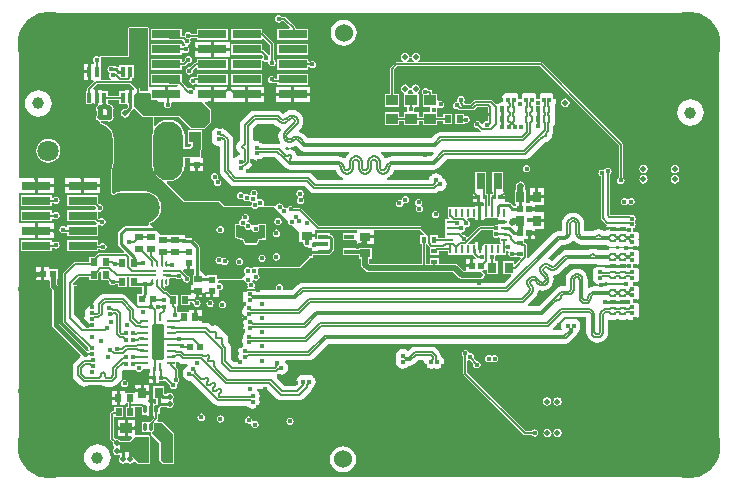
<source format=gbl>
G04*
G04 #@! TF.GenerationSoftware,Altium Limited,Altium Designer,22.1.2 (22)*
G04*
G04 Layer_Physical_Order=4*
G04 Layer_Color=16711680*
%FSLAX44Y44*%
%MOMM*%
G71*
G04*
G04 #@! TF.SameCoordinates,1DDC4F2B-D6A1-42C8-8689-2AC68E1864CF*
G04*
G04*
G04 #@! TF.FilePolarity,Positive*
G04*
G01*
G75*
%ADD13C,0.5000*%
%ADD14C,0.2000*%
%ADD16C,0.3000*%
%ADD18C,0.2540*%
%ADD25R,0.5500X0.6500*%
G04:AMPARAMS|DCode=30|XSize=0.2mm|YSize=0.565mm|CornerRadius=0.05mm|HoleSize=0mm|Usage=FLASHONLY|Rotation=0.000|XOffset=0mm|YOffset=0mm|HoleType=Round|Shape=RoundedRectangle|*
%AMROUNDEDRECTD30*
21,1,0.2000,0.4650,0,0,0.0*
21,1,0.1000,0.5650,0,0,0.0*
1,1,0.1000,0.0500,-0.2325*
1,1,0.1000,-0.0500,-0.2325*
1,1,0.1000,-0.0500,0.2325*
1,1,0.1000,0.0500,0.2325*
%
%ADD30ROUNDEDRECTD30*%
G04:AMPARAMS|DCode=31|XSize=0.4mm|YSize=0.565mm|CornerRadius=0.05mm|HoleSize=0mm|Usage=FLASHONLY|Rotation=0.000|XOffset=0mm|YOffset=0mm|HoleType=Round|Shape=RoundedRectangle|*
%AMROUNDEDRECTD31*
21,1,0.4000,0.4650,0,0,0.0*
21,1,0.3000,0.5650,0,0,0.0*
1,1,0.1000,0.1500,-0.2325*
1,1,0.1000,-0.1500,-0.2325*
1,1,0.1000,-0.1500,0.2325*
1,1,0.1000,0.1500,0.2325*
%
%ADD31ROUNDEDRECTD31*%
%ADD34R,1.0000X0.9000*%
%ADD66C,0.5080*%
%ADD68C,0.1270*%
%ADD69C,1.0000*%
%ADD70C,0.7000*%
%ADD71C,0.3810*%
%ADD72C,0.1580*%
%ADD74C,0.1778*%
%ADD75C,0.2032*%
%ADD77C,0.5080*%
%ADD79C,5.5000*%
%ADD80O,1.9000X1.1000*%
%ADD81O,2.4000X1.1000*%
%ADD82R,1.3680X1.3680*%
%ADD83C,1.3680*%
%ADD84C,1.8000*%
%ADD85O,2.5000X4.5000*%
%ADD86O,2.5000X5.0000*%
%ADD87O,4.5000X2.5000*%
%ADD88C,1.5240*%
%ADD89C,0.4064*%
%ADD91C,2.7000*%
%ADD93R,0.3600X0.3200*%
%ADD94R,0.3200X0.3600*%
G04:AMPARAMS|DCode=95|XSize=0.25mm|YSize=0.6mm|CornerRadius=0.025mm|HoleSize=0mm|Usage=FLASHONLY|Rotation=90.000|XOffset=0mm|YOffset=0mm|HoleType=Round|Shape=RoundedRectangle|*
%AMROUNDEDRECTD95*
21,1,0.2500,0.5500,0,0,90.0*
21,1,0.2000,0.6000,0,0,90.0*
1,1,0.0500,0.2750,0.1000*
1,1,0.0500,0.2750,-0.1000*
1,1,0.0500,-0.2750,-0.1000*
1,1,0.0500,-0.2750,0.1000*
%
%ADD95ROUNDEDRECTD95*%
G04:AMPARAMS|DCode=96|XSize=0.25mm|YSize=0.6mm|CornerRadius=0.025mm|HoleSize=0mm|Usage=FLASHONLY|Rotation=180.000|XOffset=0mm|YOffset=0mm|HoleType=Round|Shape=RoundedRectangle|*
%AMROUNDEDRECTD96*
21,1,0.2500,0.5500,0,0,180.0*
21,1,0.2000,0.6000,0,0,180.0*
1,1,0.0500,-0.1000,0.2750*
1,1,0.0500,0.1000,0.2750*
1,1,0.0500,0.1000,-0.2750*
1,1,0.0500,-0.1000,-0.2750*
%
%ADD96ROUNDEDRECTD96*%
G04:AMPARAMS|DCode=97|XSize=1mm|YSize=3mm|CornerRadius=0.05mm|HoleSize=0mm|Usage=FLASHONLY|Rotation=180.000|XOffset=0mm|YOffset=0mm|HoleType=Round|Shape=RoundedRectangle|*
%AMROUNDEDRECTD97*
21,1,1.0000,2.9000,0,0,180.0*
21,1,0.9000,3.0000,0,0,180.0*
1,1,0.1000,-0.4500,1.4500*
1,1,0.1000,0.4500,1.4500*
1,1,0.1000,0.4500,-1.4500*
1,1,0.1000,-0.4500,-1.4500*
%
%ADD97ROUNDEDRECTD97*%
%ADD98R,0.6200X0.6200*%
%ADD99R,0.7500X1.4000*%
G04:AMPARAMS|DCode=100|XSize=0.2mm|YSize=0.7mm|CornerRadius=0.05mm|HoleSize=0mm|Usage=FLASHONLY|Rotation=270.000|XOffset=0mm|YOffset=0mm|HoleType=Round|Shape=RoundedRectangle|*
%AMROUNDEDRECTD100*
21,1,0.2000,0.6000,0,0,270.0*
21,1,0.1000,0.7000,0,0,270.0*
1,1,0.1000,-0.3000,-0.0500*
1,1,0.1000,-0.3000,0.0500*
1,1,0.1000,0.3000,0.0500*
1,1,0.1000,0.3000,-0.0500*
%
%ADD100ROUNDEDRECTD100*%
G04:AMPARAMS|DCode=101|XSize=0.2mm|YSize=0.5mm|CornerRadius=0.05mm|HoleSize=0mm|Usage=FLASHONLY|Rotation=180.000|XOffset=0mm|YOffset=0mm|HoleType=Round|Shape=RoundedRectangle|*
%AMROUNDEDRECTD101*
21,1,0.2000,0.4000,0,0,180.0*
21,1,0.1000,0.5000,0,0,180.0*
1,1,0.1000,-0.0500,0.2000*
1,1,0.1000,0.0500,0.2000*
1,1,0.1000,0.0500,-0.2000*
1,1,0.1000,-0.0500,-0.2000*
%
%ADD101ROUNDEDRECTD101*%
%ADD102R,0.2500X0.6750*%
%ADD103R,0.5750X0.2500*%
%ADD104R,0.9000X0.4000*%
%ADD105R,0.3500X0.8500*%
G04:AMPARAMS|DCode=106|XSize=0.3mm|YSize=0.67mm|CornerRadius=0.0495mm|HoleSize=0mm|Usage=FLASHONLY|Rotation=180.000|XOffset=0mm|YOffset=0mm|HoleType=Round|Shape=RoundedRectangle|*
%AMROUNDEDRECTD106*
21,1,0.3000,0.5710,0,0,180.0*
21,1,0.2010,0.6700,0,0,180.0*
1,1,0.0990,-0.1005,0.2855*
1,1,0.0990,0.1005,0.2855*
1,1,0.0990,0.1005,-0.2855*
1,1,0.0990,-0.1005,-0.2855*
%
%ADD106ROUNDEDRECTD106*%
%ADD107R,0.6500X0.5500*%
%ADD108R,0.7000X0.9000*%
%ADD109R,0.5500X0.4500*%
%ADD110R,0.4500X0.5500*%
%ADD111R,0.8000X2.0000*%
%ADD112R,2.4000X0.7600*%
G04:AMPARAMS|DCode=113|XSize=0.2mm|YSize=0.565mm|CornerRadius=0.05mm|HoleSize=0mm|Usage=FLASHONLY|Rotation=90.000|XOffset=0mm|YOffset=0mm|HoleType=Round|Shape=RoundedRectangle|*
%AMROUNDEDRECTD113*
21,1,0.2000,0.4650,0,0,90.0*
21,1,0.1000,0.5650,0,0,90.0*
1,1,0.1000,0.2325,0.0500*
1,1,0.1000,0.2325,-0.0500*
1,1,0.1000,-0.2325,-0.0500*
1,1,0.1000,-0.2325,0.0500*
%
%ADD113ROUNDEDRECTD113*%
G04:AMPARAMS|DCode=114|XSize=0.4mm|YSize=0.565mm|CornerRadius=0.05mm|HoleSize=0mm|Usage=FLASHONLY|Rotation=90.000|XOffset=0mm|YOffset=0mm|HoleType=Round|Shape=RoundedRectangle|*
%AMROUNDEDRECTD114*
21,1,0.4000,0.4650,0,0,90.0*
21,1,0.3000,0.5650,0,0,90.0*
1,1,0.1000,0.2325,0.1500*
1,1,0.1000,0.2325,-0.1500*
1,1,0.1000,-0.2325,-0.1500*
1,1,0.1000,-0.2325,0.1500*
%
%ADD114ROUNDEDRECTD114*%
%ADD115R,0.6200X0.6200*%
%ADD116R,0.5200X0.5200*%
%ADD117R,0.9000X0.7000*%
G36*
X575106Y395669D02*
X578413Y394782D01*
X581575Y393473D01*
X584540Y391761D01*
X587256Y389677D01*
X589677Y387256D01*
X591761Y384540D01*
X593472Y381575D01*
X594783Y378413D01*
X595669Y375106D01*
X596115Y371712D01*
X596115Y370000D01*
Y30000D01*
Y28288D01*
X595669Y24894D01*
X594783Y21587D01*
X593473Y18425D01*
X591761Y15460D01*
X589677Y12744D01*
X587256Y10323D01*
X584540Y8239D01*
X581575Y6528D01*
X578413Y5217D01*
X575106Y4331D01*
X571712Y3884D01*
X28288D01*
X24894Y4331D01*
X21587Y5217D01*
X18425Y6528D01*
X15460Y8239D01*
X12744Y10323D01*
X10323Y12744D01*
X8239Y15460D01*
X6528Y18425D01*
X5217Y21587D01*
X4331Y24894D01*
X3884Y28288D01*
Y30000D01*
Y204721D01*
X3960Y205960D01*
X5155Y205960D01*
X17230D01*
Y212300D01*
Y218640D01*
X5155D01*
X3960Y218640D01*
X3884Y219879D01*
Y242821D01*
X3960Y244060D01*
X5155Y244060D01*
X17230D01*
Y250400D01*
Y256740D01*
X5155D01*
X3960Y256740D01*
X3884Y257979D01*
Y370000D01*
Y371712D01*
X4331Y375106D01*
X5217Y378413D01*
X6528Y381575D01*
X8239Y384540D01*
X10323Y387256D01*
X12744Y389677D01*
X15460Y391761D01*
X18425Y393472D01*
X21587Y394783D01*
X24894Y395669D01*
X28288Y396115D01*
X30000Y396115D01*
X570000Y396115D01*
X571712D01*
X575106Y395669D01*
D02*
G37*
%LPC*%
G36*
X180516Y383216D02*
X154484D01*
Y379043D01*
X149368D01*
X149024Y379557D01*
X148016Y380230D01*
X146827Y380467D01*
X145638Y380230D01*
X144629Y379557D01*
X143956Y378549D01*
X143862Y378076D01*
X143355Y377226D01*
X142786Y377018D01*
X141516Y377597D01*
Y383216D01*
X115484D01*
Y373584D01*
X131502D01*
X131665Y373552D01*
X141962D01*
X142903Y372459D01*
X142892Y372406D01*
X143129Y371217D01*
X143802Y370209D01*
X144131Y369989D01*
X143872Y368689D01*
X143740Y368617D01*
X143511Y368571D01*
X142860Y368136D01*
X142776Y368091D01*
X141799Y368433D01*
X141516Y368649D01*
Y370516D01*
X115484D01*
Y360884D01*
X141516D01*
Y362751D01*
X141799Y362966D01*
X142786Y363313D01*
X143511Y362829D01*
X144700Y362592D01*
X145889Y362829D01*
X146897Y363503D01*
X147571Y364511D01*
X147808Y365700D01*
X147571Y366889D01*
X146897Y367897D01*
X146569Y368117D01*
X146837Y369465D01*
X147189Y369535D01*
X148197Y370209D01*
X148871Y371217D01*
X149108Y372406D01*
X148871Y373596D01*
X149024Y375162D01*
X149368Y375676D01*
X154484D01*
Y373584D01*
X180516D01*
Y383216D01*
D02*
G37*
G36*
X223500Y394607D02*
X222311Y394370D01*
X221303Y393697D01*
X220629Y392688D01*
X220392Y391499D01*
X220629Y390310D01*
X221303Y389302D01*
X222311Y388628D01*
X223500Y388391D01*
X224689Y388628D01*
X225697Y389302D01*
X226041Y389816D01*
X227616D01*
X233042Y384389D01*
X232556Y383216D01*
X222484D01*
Y373584D01*
X248516D01*
Y383216D01*
X238134D01*
Y383361D01*
X238006Y384005D01*
X237641Y384551D01*
X229503Y392690D01*
X228957Y393054D01*
X228313Y393182D01*
X226041D01*
X225697Y393697D01*
X224689Y394370D01*
X223500Y394607D01*
D02*
G37*
G36*
X278700Y390811D02*
X275824Y390432D01*
X273144Y389323D01*
X270843Y387557D01*
X269077Y385256D01*
X267968Y382576D01*
X267589Y379700D01*
X267968Y376824D01*
X269077Y374145D01*
X270843Y371843D01*
X273144Y370078D01*
X275824Y368968D01*
X278700Y368589D01*
X281576Y368968D01*
X284256Y370078D01*
X286557Y371843D01*
X288323Y374145D01*
X289432Y376824D01*
X289811Y379700D01*
X289432Y382576D01*
X288323Y385256D01*
X286557Y387557D01*
X284256Y389323D01*
X281576Y390432D01*
X278700Y390811D01*
D02*
G37*
G36*
X182040Y372040D02*
X168770D01*
Y366970D01*
X182040D01*
Y372040D01*
D02*
G37*
G36*
X166230D02*
X152960D01*
Y366970D01*
X166230D01*
Y372040D01*
D02*
G37*
G36*
X209516Y383216D02*
X183484D01*
Y373584D01*
X209516D01*
Y374544D01*
X210689Y375030D01*
X216316Y369403D01*
Y361781D01*
X215086Y360896D01*
X214555Y361041D01*
X214190Y361587D01*
X210851Y364926D01*
X210305Y365291D01*
X209661Y365419D01*
X209516D01*
Y370516D01*
X183484D01*
Y360884D01*
X209516D01*
X209516Y360884D01*
Y360884D01*
X210431Y360132D01*
X210553Y360007D01*
X210129Y359372D01*
X210030Y358873D01*
X209660Y358113D01*
X208670Y357816D01*
X183484D01*
Y348184D01*
X209516D01*
Y355624D01*
X210786Y356009D01*
X210802Y355985D01*
X211811Y355311D01*
X213000Y355075D01*
X213741Y355222D01*
X214682Y354631D01*
X214935Y354282D01*
X215128Y353310D01*
X215802Y352302D01*
X216810Y351628D01*
X218000Y351392D01*
X219189Y351628D01*
X220197Y352302D01*
X220871Y353310D01*
X221107Y354499D01*
X220871Y355689D01*
X220197Y356697D01*
X219683Y357040D01*
Y370100D01*
X219555Y370745D01*
X219190Y371291D01*
X210890Y379590D01*
X210344Y379955D01*
X209700Y380083D01*
X209516D01*
Y383216D01*
D02*
G37*
G36*
X248516Y370516D02*
X222484D01*
Y360884D01*
X248516D01*
Y370516D01*
D02*
G37*
G36*
X112924Y384524D02*
X97076D01*
X96299Y384201D01*
X95976Y383424D01*
Y360100D01*
X73500D01*
X72722Y359778D01*
X72719Y359776D01*
X71235Y359506D01*
X70689Y359871D01*
X69500Y360108D01*
X68311Y359871D01*
X67302Y359198D01*
X66629Y358189D01*
X66392Y357000D01*
X66629Y355811D01*
X67262Y354863D01*
X67193Y354522D01*
X66827Y353592D01*
X64270D01*
Y346802D01*
Y340013D01*
X66114D01*
X66589Y340013D01*
X67393Y338941D01*
X67356Y338658D01*
X61810Y333112D01*
X61445Y332566D01*
X61317Y331922D01*
Y330069D01*
X60234D01*
Y319536D01*
X65210D01*
Y318013D01*
X68559D01*
X69260Y316742D01*
X69042Y315650D01*
X69318Y314263D01*
X69690Y313707D01*
Y310094D01*
X69318Y309538D01*
X69042Y308150D01*
X69318Y306763D01*
X70104Y305586D01*
X71281Y304801D01*
X72400Y304578D01*
Y303205D01*
X72536Y302878D01*
X72628Y302535D01*
X72693Y302497D01*
X72722Y302427D01*
X73050Y302292D01*
X73356Y302115D01*
X73491Y302097D01*
X76512Y300846D01*
X79105Y298855D01*
X81096Y296262D01*
X82347Y293241D01*
X82783Y289928D01*
Y270072D01*
X82347Y266759D01*
X81734Y265280D01*
Y265061D01*
X81650Y264859D01*
Y244256D01*
X81692Y244156D01*
X81670Y244050D01*
X81848Y243778D01*
X81972Y243478D01*
X82072Y243437D01*
X82132Y243346D01*
X83125Y242671D01*
X83239Y242647D01*
X83322Y242565D01*
X83639D01*
X83949Y242500D01*
X84047Y242565D01*
X84164D01*
X87259Y243847D01*
X90572Y244283D01*
X110428D01*
X113741Y243847D01*
X116762Y242596D01*
X119355Y240605D01*
X121346Y238012D01*
X122597Y234991D01*
X123023Y231750D01*
X122597Y228509D01*
X121346Y225488D01*
X119355Y222895D01*
X116762Y220904D01*
X114389Y219921D01*
X114316Y219849D01*
X114214Y219830D01*
X114026Y219559D01*
X113793Y219326D01*
Y219223D01*
X113735Y219138D01*
X113410Y217642D01*
X113418Y217601D01*
X113419Y217508D01*
X113386Y217432D01*
X112831Y216607D01*
X112481Y216335D01*
X112469Y216331D01*
X94000D01*
X93108Y216153D01*
X92352Y215648D01*
X88352Y211648D01*
X87847Y210892D01*
X87669Y210000D01*
Y201000D01*
X87847Y200108D01*
X88352Y199352D01*
X92849Y194854D01*
X92323Y193584D01*
X71401D01*
X70757Y193456D01*
X70211Y193091D01*
X67387Y190268D01*
X67386Y190266D01*
X63234D01*
Y186068D01*
X51385D01*
X50741Y185940D01*
X50195Y185575D01*
X41524Y176904D01*
X41159Y176358D01*
X41031Y175714D01*
Y135086D01*
X41159Y134442D01*
X41524Y133896D01*
X62291Y113128D01*
X62170Y112522D01*
X62407Y111333D01*
X62684Y110917D01*
X62746Y110754D01*
X62486Y110354D01*
X61001Y110211D01*
X37776Y133436D01*
Y162671D01*
X37906Y163322D01*
X37669Y164511D01*
X36995Y165520D01*
X36555Y165814D01*
X35672Y166697D01*
Y171652D01*
X36810D01*
Y179884D01*
X29334D01*
Y181408D01*
X24964D01*
Y175768D01*
Y170128D01*
X29334D01*
X29716Y169016D01*
Y165463D01*
X29943Y164323D01*
X30588Y163357D01*
X31820Y162125D01*
Y132202D01*
X32046Y131062D01*
X32692Y130096D01*
X55894Y106894D01*
X55769Y105630D01*
X55302Y105318D01*
X50431Y100448D01*
X49415Y98926D01*
X49058Y97131D01*
Y89646D01*
X49415Y87851D01*
X50431Y86330D01*
X55298Y81463D01*
X56820Y80446D01*
X58615Y80089D01*
X82443D01*
X84237Y80446D01*
X85759Y81463D01*
X89479Y85183D01*
X90496Y86705D01*
X90853Y88499D01*
Y93081D01*
X91611Y93839D01*
X102719D01*
X103077Y93303D01*
X104086Y92629D01*
X105275Y92393D01*
X106464Y92629D01*
X107472Y93303D01*
X108146Y94311D01*
X108355Y95361D01*
X112250D01*
X113385Y95587D01*
X114656Y94813D01*
Y93750D01*
X114810Y92971D01*
X114280Y92020D01*
X113986Y91701D01*
X113903D01*
Y88832D01*
X118243D01*
Y87562D01*
X119513D01*
Y83421D01*
X122583D01*
Y84945D01*
X126659D01*
Y84945D01*
X127900Y84874D01*
X131330Y81444D01*
X131297Y81276D01*
X131533Y80087D01*
X132207Y79079D01*
X133215Y78405D01*
X134404Y78168D01*
X135594Y78405D01*
X136602Y79079D01*
X137276Y80087D01*
X137512Y81276D01*
X137408Y81798D01*
X137543Y82787D01*
X138122Y83485D01*
X138597Y83802D01*
X139271Y84811D01*
X139508Y86000D01*
X139271Y87189D01*
X138597Y88197D01*
X138083Y88541D01*
Y94599D01*
X137955Y95244D01*
X137590Y95790D01*
X136222Y97158D01*
X136219Y98531D01*
X136621Y99500D01*
Y100633D01*
X136834Y100676D01*
X138177Y101573D01*
X138355Y101591D01*
X139231Y100715D01*
X140786Y99676D01*
X142619Y99312D01*
X145882D01*
X146561Y98041D01*
X145886Y97030D01*
X145839Y96798D01*
X145607Y96752D01*
X143674Y95461D01*
X142383Y93528D01*
X141930Y91249D01*
X142383Y88969D01*
X143674Y87037D01*
X145607Y85746D01*
X147886Y85292D01*
X148476Y85410D01*
X168668Y65218D01*
X170222Y64180D01*
X172056Y63815D01*
X197115D01*
X197450Y63315D01*
X199382Y62024D01*
X201662Y61570D01*
X203941Y62024D01*
X205873Y63315D01*
X207165Y65247D01*
X207618Y67526D01*
X207165Y69806D01*
X207033Y70003D01*
X207165Y70200D01*
X207618Y72480D01*
X207165Y74759D01*
X205873Y76691D01*
X205209Y77135D01*
X205595Y78405D01*
X213520D01*
X221206Y70718D01*
X221207Y70718D01*
X222025Y69900D01*
X223579Y68861D01*
X225413Y68497D01*
X240433D01*
X242266Y68861D01*
X243821Y69900D01*
X250511Y76590D01*
X251550Y78145D01*
X251728Y79042D01*
X253369Y80138D01*
X254660Y82071D01*
X255114Y84350D01*
X254660Y86629D01*
X253369Y88562D01*
X251437Y89853D01*
X249157Y90307D01*
X246878Y89853D01*
X246681Y89721D01*
X246484Y89853D01*
X244204Y90307D01*
X241925Y89853D01*
X239992Y88562D01*
X238701Y86629D01*
X238248Y84350D01*
X238666Y82248D01*
X237291Y80873D01*
X228554D01*
X222047Y87381D01*
X222465Y88759D01*
X223095Y88884D01*
X224650Y89923D01*
X225119Y90392D01*
X225784Y90260D01*
X228063Y90713D01*
X229996Y92004D01*
X231287Y93937D01*
X231740Y96216D01*
X231287Y98496D01*
X229996Y100428D01*
X229058Y101055D01*
X229443Y102325D01*
X249423D01*
X251157Y102670D01*
X252628Y103652D01*
X265457Y116482D01*
X466447D01*
X468181Y116827D01*
X469652Y117809D01*
X475291Y123448D01*
X475291Y123448D01*
X476273Y124919D01*
X476618Y126653D01*
Y126711D01*
X477631Y127388D01*
X478923Y129321D01*
X479376Y131600D01*
X478923Y133879D01*
X477631Y135812D01*
X475699Y137103D01*
X473419Y137556D01*
X471140Y137103D01*
X470943Y136971D01*
X470746Y137103D01*
X468466Y137556D01*
X466187Y137103D01*
X464255Y135812D01*
X462963Y133879D01*
X462510Y131600D01*
X462963Y129321D01*
X463110Y129102D01*
X462431Y127832D01*
X456138D01*
X455611Y129102D01*
X465469Y138960D01*
X483907D01*
Y126668D01*
X483928Y126563D01*
X484232Y124249D01*
X485166Y121994D01*
X486652Y120058D01*
X488588Y118573D01*
X490842Y117639D01*
X493262Y117320D01*
X495681Y117639D01*
X497936Y118573D01*
X499872Y120058D01*
X501357Y121994D01*
X502291Y124249D01*
X502596Y126563D01*
X502617Y126668D01*
Y136185D01*
X503599Y136990D01*
X504025Y136906D01*
X508675D01*
X510357Y137240D01*
X510525Y137353D01*
X510693Y137240D01*
X512375Y136906D01*
X517025D01*
X518707Y137240D01*
X519375Y137686D01*
X520521Y136921D01*
X522800Y136467D01*
X525079Y136921D01*
X527012Y138212D01*
X528303Y140144D01*
X528756Y142424D01*
X528303Y144703D01*
X528171Y144900D01*
X528303Y145097D01*
X528756Y147377D01*
X528303Y149656D01*
X527012Y151588D01*
X526797Y151732D01*
Y153002D01*
X527112Y153212D01*
X528403Y155144D01*
X528856Y157424D01*
X528403Y159703D01*
X528271Y159900D01*
X528403Y160097D01*
X528856Y162377D01*
X528403Y164656D01*
X527112Y166588D01*
X526797Y166798D01*
Y168069D01*
X527012Y168212D01*
X528303Y170144D01*
X528756Y172424D01*
X528303Y174703D01*
X528171Y174900D01*
X528303Y175097D01*
X528756Y177377D01*
X528303Y179656D01*
X527012Y181588D01*
X526748Y181765D01*
Y183035D01*
X527012Y183212D01*
X528303Y185144D01*
X528756Y187424D01*
X528303Y189703D01*
X528171Y189900D01*
X528303Y190097D01*
X528756Y192377D01*
X528303Y194656D01*
X527012Y196588D01*
X526748Y196765D01*
Y198035D01*
X527012Y198212D01*
X528303Y200144D01*
X528756Y202423D01*
X528303Y204703D01*
X528171Y204900D01*
X528303Y205097D01*
X528756Y207376D01*
X528303Y209656D01*
X527012Y211588D01*
X525079Y212880D01*
X523585Y213177D01*
X523585Y214472D01*
X523989Y214552D01*
X524997Y215226D01*
X525671Y216234D01*
X525908Y217423D01*
X525671Y218613D01*
X524997Y219621D01*
Y220179D01*
X525671Y221187D01*
X525908Y222376D01*
X525671Y223566D01*
X524997Y224574D01*
X523989Y225248D01*
X522800Y225484D01*
X521611Y225248D01*
X521469Y225153D01*
X521465Y225155D01*
X520821Y225283D01*
X518130D01*
X517025Y225741D01*
X512375D01*
X511270Y225283D01*
X509780D01*
X508675Y225741D01*
X504249D01*
X504070Y225919D01*
Y259891D01*
X504585Y260235D01*
X505258Y261243D01*
X505495Y262432D01*
X505258Y263621D01*
X504585Y264629D01*
X503576Y265303D01*
X502387Y265540D01*
X501198Y265303D01*
X500190Y264629D01*
X500031Y264392D01*
X498522Y263873D01*
X497333Y264109D01*
X496143Y263873D01*
X495135Y263199D01*
X494461Y262191D01*
X494225Y261001D01*
X494461Y259812D01*
X495135Y258804D01*
X496143Y258130D01*
X496317Y258096D01*
Y222520D01*
X496445Y221876D01*
X496810Y221330D01*
X500730Y217410D01*
X501276Y217045D01*
X501063Y215792D01*
X500925Y215100D01*
Y214870D01*
X506350D01*
Y213495D01*
X504025D01*
X502343Y213160D01*
X501100Y212330D01*
X500660D01*
X500346Y211775D01*
X498964D01*
X498940Y211812D01*
X497218Y212962D01*
X495187Y213366D01*
Y213351D01*
X493666D01*
Y213366D01*
X491635Y212962D01*
X489913Y211812D01*
X489888Y211775D01*
X482477D01*
Y218048D01*
X482459Y218137D01*
X482148Y220500D01*
X481202Y222786D01*
X479696Y224749D01*
X477733Y226255D01*
X475447Y227202D01*
X473083Y227513D01*
X472994Y227531D01*
X472905Y227513D01*
X470541Y227202D01*
X468256Y226255D01*
X466293Y224749D01*
X464787Y222786D01*
X463840Y220500D01*
X463529Y218137D01*
X463511Y218048D01*
Y211775D01*
X459910D01*
X459910Y211775D01*
X458176Y211430D01*
X456705Y210448D01*
X435008Y188750D01*
X433871Y189409D01*
X433928Y189699D01*
Y199305D01*
X433800Y199949D01*
X433435Y200495D01*
X432567Y201363D01*
X432021Y201728D01*
X431610Y201810D01*
X431610Y205054D01*
X431974Y205054D01*
X432880Y205055D01*
X434574D01*
Y210194D01*
X435844D01*
Y211465D01*
X440984D01*
Y213548D01*
X448237D01*
Y219318D01*
X442197D01*
Y221858D01*
X448237D01*
Y227628D01*
X440984D01*
Y229616D01*
X435844D01*
Y232156D01*
X440984D01*
Y234048D01*
X448237D01*
Y239818D01*
X442197D01*
X436157D01*
Y236026D01*
X432714D01*
Y246604D01*
X431782D01*
Y249350D01*
X431969Y250287D01*
X431693Y251675D01*
X430907Y252851D01*
X429731Y253637D01*
X428343Y253913D01*
X426956Y253637D01*
X425779Y252851D01*
X425663Y252677D01*
X425663Y252677D01*
X424885Y251514D01*
X424613Y250142D01*
Y246604D01*
X423681D01*
Y235572D01*
X423745D01*
X424228Y234502D01*
Y233217D01*
X422411D01*
X420192Y235436D01*
X419436Y235941D01*
X418544Y236119D01*
X416518D01*
X415416Y236524D01*
X415416Y237389D01*
Y239394D01*
X411076D01*
Y241934D01*
X415416D01*
Y244804D01*
X414275D01*
X413889Y245914D01*
X413889D01*
Y261946D01*
X404357D01*
Y245914D01*
X404357D01*
X404847Y244847D01*
X404918Y244644D01*
X404824Y244169D01*
Y243280D01*
X402660D01*
Y240156D01*
X402441Y239828D01*
X402313Y239184D01*
Y233265D01*
X401496Y232795D01*
X400679Y233265D01*
Y238048D01*
X400938D01*
Y243280D01*
X399486D01*
Y243425D01*
X399358Y244069D01*
X398993Y244615D01*
X398965Y244644D01*
X399035Y245914D01*
X399289D01*
Y261946D01*
X389757D01*
Y245914D01*
X389757D01*
X389370Y244804D01*
X388182D01*
Y241934D01*
X392522D01*
Y240664D01*
X393792D01*
Y236524D01*
X396862D01*
X397313Y235441D01*
Y233426D01*
X395266D01*
Y227511D01*
Y221596D01*
X397786D01*
Y222222D01*
X398684Y223120D01*
X401262Y223120D01*
X402532Y223120D01*
X406262Y223120D01*
X407532Y223120D01*
X409206D01*
Y220656D01*
X414621D01*
Y218116D01*
X409111D01*
X407936Y217163D01*
X407744Y217201D01*
X406555Y216964D01*
X405546Y216291D01*
X405333Y215971D01*
X394244D01*
X393600Y215843D01*
X393054Y215478D01*
X384130Y206554D01*
X382681Y206902D01*
X382268Y207521D01*
X381260Y208194D01*
X380070Y208431D01*
X379923Y208401D01*
X378341Y209983D01*
X378341Y209989D01*
X378841Y211279D01*
X379533Y211417D01*
X380541Y212090D01*
X381215Y213099D01*
X381452Y214288D01*
X381448Y214305D01*
X382346Y215203D01*
X382400Y215192D01*
X383589Y215429D01*
X384598Y216103D01*
X385271Y217111D01*
X385508Y218300D01*
X385271Y219489D01*
X384598Y220497D01*
X383589Y221171D01*
X383182Y221881D01*
X383818Y223120D01*
X386262Y223120D01*
X387532Y223120D01*
X390206D01*
Y221596D01*
X392726D01*
Y227511D01*
Y233426D01*
X390206D01*
Y232800D01*
X389308Y231902D01*
X386730Y231902D01*
X385460Y231902D01*
X381730Y231902D01*
X380460Y231902D01*
X376730D01*
Y231902D01*
X376262D01*
Y231902D01*
X371730D01*
X371730Y231902D01*
X371262D01*
Y231902D01*
X370460Y231902D01*
X366730D01*
Y223120D01*
X367924D01*
X368056Y222922D01*
X367377Y221652D01*
X364480D01*
Y217922D01*
X364480Y217120D01*
X364480D01*
Y216652D01*
X364480Y216652D01*
X364480Y212120D01*
X364480Y210850D01*
Y207120D01*
X363951Y206069D01*
X358710D01*
Y208154D01*
X352274D01*
X352034Y208513D01*
X344857Y215690D01*
X344311Y216055D01*
X343667Y216183D01*
X257397D01*
X243054Y230526D01*
X242508Y230891D01*
X241864Y231019D01*
X236765D01*
X236671Y231489D01*
X235998Y232498D01*
X234989Y233171D01*
X233800Y233408D01*
X232611Y233171D01*
X231602Y232498D01*
X230929Y231489D01*
X230879Y231454D01*
X229550Y231069D01*
X228955Y231467D01*
X228649Y231528D01*
X227507Y232300D01*
X227271Y233489D01*
X226597Y234497D01*
X225589Y235171D01*
X224400Y235407D01*
X223210Y235171D01*
X222202Y234497D01*
X221528Y233489D01*
X221484Y233267D01*
X220213Y232791D01*
X220098Y232810D01*
X219400Y233100D01*
X211425D01*
X210746Y234370D01*
X210929Y234644D01*
X211166Y235833D01*
X210929Y237022D01*
X210256Y238031D01*
X209247Y238704D01*
X208058Y238941D01*
X206869Y238704D01*
X206386Y238381D01*
X205756Y238675D01*
X205168Y239095D01*
X204964Y240123D01*
X204879Y240250D01*
X204948Y241645D01*
X205153Y241952D01*
X205621Y242654D01*
X205858Y243843D01*
X205621Y245032D01*
X204948Y246040D01*
X203940Y246714D01*
X202750Y246950D01*
X201561Y246714D01*
X200553Y246040D01*
X199879Y245032D01*
X199643Y243843D01*
X199879Y242654D01*
X198782Y242153D01*
X198706Y242267D01*
X197698Y242941D01*
X196509Y243177D01*
X195730Y243022D01*
X195133Y243041D01*
X194054Y243622D01*
X193753Y244072D01*
X192745Y244746D01*
X191556Y244982D01*
X190367Y244746D01*
X189358Y244072D01*
X188685Y243064D01*
X188448Y241875D01*
X188685Y240685D01*
X189358Y239677D01*
X190367Y239004D01*
X191556Y238767D01*
X192334Y238922D01*
X192932Y238903D01*
X194011Y238322D01*
X194311Y237872D01*
X195320Y237198D01*
X196509Y236962D01*
X197698Y237198D01*
X198028Y237419D01*
X198952Y237671D01*
X199655Y237095D01*
X199895Y236736D01*
X200903Y236062D01*
X200570Y234947D01*
X200334Y233757D01*
X199794Y233100D01*
X177878D01*
X173700Y237278D01*
X172922Y237600D01*
X144028D01*
X128780Y252848D01*
X129341Y253987D01*
X130250Y253867D01*
X133778Y254332D01*
X137066Y255694D01*
X139890Y257860D01*
X142056Y260684D01*
X143418Y263972D01*
X143883Y267500D01*
Y273734D01*
X147119D01*
X148360Y273664D01*
Y269294D01*
X159640D01*
Y273664D01*
X158116D01*
Y280470D01*
X158254Y280676D01*
X158604Y282439D01*
Y285984D01*
X159016D01*
Y297016D01*
X146984D01*
Y285984D01*
X149396D01*
Y284346D01*
X147992Y282943D01*
X143883D01*
Y292500D01*
X143418Y296028D01*
X142056Y299316D01*
X139890Y302140D01*
X137066Y304306D01*
X133778Y305668D01*
X130250Y306133D01*
X126722Y305668D01*
X123434Y304306D01*
X120610Y302140D01*
X119452Y300630D01*
X118182Y301061D01*
Y308260D01*
X139206D01*
X148744Y298722D01*
X149521Y298400D01*
X160500D01*
X161278Y298722D01*
X165877Y303322D01*
X166199Y304099D01*
Y314337D01*
X165877Y315114D01*
X160905Y320087D01*
X161391Y321260D01*
X166230D01*
Y327600D01*
Y333940D01*
X152960D01*
Y331730D01*
X151690Y331460D01*
X151198Y332197D01*
X150189Y332871D01*
X149000Y333108D01*
X147811Y332871D01*
X147031Y332350D01*
X141516Y337865D01*
Y345116D01*
X115484D01*
Y335484D01*
X131502D01*
X131665Y335452D01*
X138272D01*
X138433Y335210D01*
X137754Y333940D01*
X129770D01*
Y327600D01*
X127230D01*
Y333940D01*
X114024D01*
Y383424D01*
X113701Y384201D01*
X112924Y384524D01*
D02*
G37*
G36*
X182040Y364430D02*
X168770D01*
Y359360D01*
X182040D01*
Y364430D01*
D02*
G37*
G36*
X166230D02*
X152960D01*
Y359360D01*
X166230D01*
Y364430D01*
D02*
G37*
G36*
X147000Y360108D02*
X145811Y359871D01*
X144803Y359198D01*
X144129Y358189D01*
X143892Y357000D01*
X144013Y356394D01*
X142786Y355167D01*
X141516Y355693D01*
Y357816D01*
X115484D01*
Y348184D01*
X141516D01*
Y351317D01*
X143000D01*
X143644Y351445D01*
X144190Y351810D01*
X146393Y354013D01*
X147000Y353892D01*
X148189Y354129D01*
X149198Y354803D01*
X149871Y355811D01*
X150108Y357000D01*
X149871Y358189D01*
X149198Y359198D01*
X148189Y359871D01*
X147000Y360108D01*
D02*
G37*
G36*
X339635Y362629D02*
X338247Y362353D01*
X337071Y361567D01*
X336285Y360391D01*
X336009Y359003D01*
X336285Y357616D01*
X337071Y356440D01*
X337948Y355853D01*
X337613Y354583D01*
X332787D01*
X332452Y355853D01*
X333329Y356440D01*
X334115Y357616D01*
X334391Y359003D01*
X334115Y360391D01*
X333329Y361567D01*
X332153Y362353D01*
X330765Y362629D01*
X329378Y362353D01*
X328202Y361567D01*
X327416Y360391D01*
X327140Y359003D01*
X327416Y357616D01*
X328202Y356440D01*
X329079Y355853D01*
X328744Y354583D01*
X323300D01*
X322656Y354455D01*
X322110Y354090D01*
X318510Y350490D01*
X318145Y349944D01*
X318017Y349300D01*
Y328316D01*
X313684D01*
Y317284D01*
X325716D01*
Y328316D01*
X321383D01*
Y348603D01*
X323997Y351217D01*
X444703D01*
X486049Y309871D01*
X486049Y309871D01*
X511617Y284303D01*
Y257241D01*
X511102Y256898D01*
X510429Y255889D01*
X510192Y254700D01*
X510429Y253511D01*
X511102Y252502D01*
X512111Y251829D01*
X513300Y251592D01*
X514489Y251829D01*
X515498Y252502D01*
X516171Y253511D01*
X516408Y254700D01*
X516171Y255889D01*
X515498Y256898D01*
X514983Y257241D01*
Y285000D01*
X514855Y285644D01*
X514490Y286190D01*
X488429Y312251D01*
X488429Y312251D01*
X446590Y354090D01*
X446044Y354455D01*
X445400Y354583D01*
X341656D01*
X341321Y355853D01*
X342198Y356440D01*
X342985Y357616D01*
X343260Y359003D01*
X342985Y360391D01*
X342198Y361567D01*
X341022Y362353D01*
X339635Y362629D01*
D02*
G37*
G36*
X180516Y357816D02*
X154484D01*
Y354683D01*
X153500D01*
X152856Y354555D01*
X152310Y354190D01*
X148607Y350487D01*
X148000Y350608D01*
X146811Y350371D01*
X145802Y349697D01*
X145129Y348689D01*
X144892Y347500D01*
X145129Y346311D01*
X145802Y345303D01*
X146811Y344629D01*
X148000Y344392D01*
X149189Y344629D01*
X150197Y345303D01*
X150871Y346311D01*
X151108Y347500D01*
X150987Y348106D01*
X153214Y350333D01*
X154484Y349807D01*
Y348184D01*
X180516D01*
Y357816D01*
D02*
G37*
G36*
X248516D02*
X222484D01*
Y348184D01*
X248516D01*
Y350442D01*
X249786Y350827D01*
X249802Y350802D01*
X250811Y350129D01*
X252000Y349892D01*
X253189Y350129D01*
X254198Y350802D01*
X254871Y351811D01*
X255108Y353000D01*
X254871Y354189D01*
X254198Y355197D01*
X253189Y355871D01*
X252000Y356108D01*
X250811Y355871D01*
X249802Y355197D01*
X249786Y355173D01*
X248516Y355558D01*
Y357816D01*
D02*
G37*
G36*
X61730Y353592D02*
X58710D01*
Y348073D01*
X61730D01*
Y353592D01*
D02*
G37*
G36*
X180516Y345116D02*
X154484D01*
Y341983D01*
X151744D01*
X151683Y341971D01*
X151000Y342107D01*
X149810Y341870D01*
X148802Y341197D01*
X148128Y340189D01*
X147892Y338999D01*
X148128Y337810D01*
X148802Y336802D01*
X149810Y336128D01*
X151000Y335892D01*
X152189Y336128D01*
X153197Y336802D01*
X153214Y336827D01*
X154484Y336442D01*
Y335484D01*
X180516D01*
Y345116D01*
D02*
G37*
G36*
X248516D02*
X222484D01*
Y340520D01*
X220664D01*
X220471Y341489D01*
X219797Y342497D01*
X218789Y343171D01*
X217600Y343408D01*
X216411Y343171D01*
X215403Y342497D01*
X214729Y341489D01*
X214492Y340300D01*
X214729Y339111D01*
X215403Y338102D01*
X216411Y337429D01*
X217600Y337192D01*
X218334Y337338D01*
X218419Y337282D01*
X219063Y337154D01*
X222484D01*
Y335484D01*
X248516D01*
Y345116D01*
D02*
G37*
G36*
X61730Y345532D02*
X58710D01*
Y340013D01*
X61730D01*
Y345532D01*
D02*
G37*
G36*
X209516Y345116D02*
X183484D01*
Y335484D01*
X209516D01*
Y345116D01*
D02*
G37*
G36*
X250040Y333940D02*
X236770D01*
Y328870D01*
X250040D01*
Y333940D01*
D02*
G37*
G36*
X211040D02*
X197770D01*
Y328870D01*
X211040D01*
Y333940D01*
D02*
G37*
G36*
X234230D02*
X220960D01*
Y328870D01*
X234230D01*
Y333940D01*
D02*
G37*
G36*
X339409Y336082D02*
X338022Y335806D01*
X336845Y335020D01*
X336059Y333844D01*
X335783Y332457D01*
X336059Y331069D01*
X336845Y329893D01*
X337305Y329586D01*
X336919Y328316D01*
X333255D01*
X332870Y329586D01*
X333329Y329893D01*
X334115Y331069D01*
X334391Y332457D01*
X334115Y333844D01*
X333329Y335020D01*
X332153Y335806D01*
X330765Y336082D01*
X329378Y335806D01*
X328202Y335020D01*
X327416Y333844D01*
X327140Y332457D01*
X327416Y331069D01*
X328202Y329893D01*
X329167Y329248D01*
X329570Y328789D01*
X329984Y328101D01*
X329984Y327692D01*
Y317284D01*
X331866D01*
X332545Y316014D01*
X332528Y315989D01*
X332292Y314799D01*
X332528Y313610D01*
X332544Y313586D01*
X331865Y312316D01*
X329984D01*
Y308483D01*
X325716D01*
Y312316D01*
X313684D01*
Y301284D01*
X325716D01*
Y305117D01*
X329984D01*
Y301284D01*
X342016D01*
Y305117D01*
X345984D01*
Y301284D01*
X358016D01*
Y304817D01*
X362934D01*
Y302234D01*
X370466D01*
Y310766D01*
X362934D01*
Y308183D01*
X358016D01*
Y312316D01*
X358016Y312316D01*
X358016D01*
X357655Y313437D01*
X357638Y313586D01*
X357853Y314667D01*
X357616Y315856D01*
X358698Y316431D01*
X359078Y316517D01*
X359510Y316228D01*
X360699Y315992D01*
X361889Y316228D01*
X362897Y316902D01*
X363570Y317910D01*
X363807Y319099D01*
X363570Y320289D01*
X362897Y321297D01*
X361889Y321970D01*
X360699Y322207D01*
X359510Y321970D01*
X359286Y321821D01*
X358016Y322500D01*
Y328316D01*
X353683D01*
Y329792D01*
X353555Y330436D01*
X353190Y330982D01*
X352644Y331347D01*
X352000Y331475D01*
X350182D01*
X349839Y331989D01*
X348831Y332663D01*
X347641Y332900D01*
X346452Y332663D01*
X345444Y331989D01*
X344770Y330981D01*
X344534Y329792D01*
X344770Y328603D01*
X345444Y327594D01*
X345984Y327234D01*
Y317284D01*
X351300D01*
X351979Y316014D01*
X351874Y315856D01*
X351637Y314667D01*
X351852Y313586D01*
X351831Y313412D01*
X351123Y312316D01*
X345984D01*
Y308483D01*
X342016D01*
Y312316D01*
X338933D01*
X338254Y313586D01*
X338270Y313610D01*
X338507Y314799D01*
X338270Y315989D01*
X338254Y316014D01*
X338932Y317284D01*
X342016D01*
Y328316D01*
X341899D01*
X341513Y329586D01*
X341973Y329893D01*
X342759Y331069D01*
X343035Y332457D01*
X342759Y333844D01*
X341973Y335020D01*
X340797Y335806D01*
X339409Y336082D01*
D02*
G37*
G36*
X437776Y328886D02*
X435497Y328433D01*
X435300Y328301D01*
X435103Y328433D01*
X432823Y328886D01*
X430544Y328433D01*
X428611Y327142D01*
X428401Y326828D01*
X427132D01*
X426988Y327042D01*
X425056Y328333D01*
X422776Y328787D01*
X420497Y328333D01*
X420300Y328201D01*
X420103Y328333D01*
X417823Y328787D01*
X415544Y328333D01*
X413611Y327042D01*
X412320Y325109D01*
X411867Y322830D01*
X412068Y321820D01*
X411753Y321220D01*
X411040Y320478D01*
X410214Y320314D01*
X409208Y319642D01*
X409192Y319617D01*
X407670Y319560D01*
X404930Y322300D01*
X404384Y322665D01*
X403740Y322793D01*
X389510D01*
X388866Y322665D01*
X388320Y322300D01*
X385789Y319769D01*
X381025D01*
X380087Y320790D01*
X380098Y320902D01*
X380771Y321911D01*
X381008Y323100D01*
X380771Y324289D01*
X380098Y325298D01*
X379089Y325971D01*
X377900Y326208D01*
X376711Y325971D01*
X375703Y325298D01*
X375029Y324289D01*
X374792Y323100D01*
X374870Y322709D01*
X374456Y321652D01*
X373931Y321414D01*
X373211Y321271D01*
X372202Y320597D01*
X371529Y319589D01*
X371292Y318400D01*
X371529Y317211D01*
X372202Y316203D01*
X373211Y315529D01*
X374400Y315292D01*
X375313Y315474D01*
X376177Y314610D01*
X376724Y314245D01*
X377368Y314117D01*
X387800D01*
X388444Y314245D01*
X388990Y314610D01*
X391444Y317064D01*
X400406D01*
X400759Y316710D01*
Y312800D01*
X401217Y311695D01*
Y310205D01*
X400759Y309100D01*
Y305676D01*
X399777Y304871D01*
X399572Y304911D01*
X398383Y304675D01*
X397375Y304001D01*
X396701Y302993D01*
X396654Y302758D01*
X395231Y302114D01*
X395225Y302118D01*
X394904Y302432D01*
X394696Y303476D01*
X394023Y304484D01*
X393014Y305158D01*
X391825Y305394D01*
X390636Y305158D01*
X389628Y304484D01*
X388954Y303476D01*
X388717Y302286D01*
X388954Y301097D01*
X389628Y300089D01*
X390636Y299415D01*
X391825Y299179D01*
X392432Y299300D01*
X394801Y296931D01*
X394843Y296902D01*
X394458Y295632D01*
X360000D01*
X360000Y295632D01*
X358266Y295287D01*
X356795Y294305D01*
X356795Y294305D01*
X352791Y290300D01*
X248109D01*
X244962Y293447D01*
X244962Y293468D01*
X244962Y293468D01*
X244962Y293469D01*
X244590Y293820D01*
X243728Y294395D01*
X242958Y294986D01*
X240934Y295825D01*
X240420Y297106D01*
X241432Y298118D01*
X241448Y298118D01*
X241470Y298132D01*
X241474Y298159D01*
X241519Y298227D01*
X242178Y299086D01*
X242981Y300132D01*
X243927Y302418D01*
X244250Y304870D01*
X243927Y307323D01*
X242981Y309608D01*
X242214Y310607D01*
X241530Y311499D01*
X241479Y311575D01*
X241403Y311625D01*
X240511Y312310D01*
X239512Y313077D01*
X237227Y314023D01*
X234774Y314346D01*
X232322Y314023D01*
X230036Y313077D01*
X228126Y311611D01*
X228064Y311569D01*
X227452Y310957D01*
X225905Y312505D01*
X224434Y313487D01*
X222700Y313832D01*
X202689D01*
X200955Y313487D01*
X199484Y312505D01*
X191980Y305000D01*
X190998Y303530D01*
X190653Y301796D01*
Y287976D01*
X189496Y287203D01*
X188233Y285313D01*
X187789Y283083D01*
X188233Y280853D01*
X189496Y278963D01*
X190653Y278190D01*
Y276375D01*
X188983Y276043D01*
X187050Y274752D01*
X186142Y273393D01*
X184872Y273778D01*
Y289552D01*
X184527Y291287D01*
X183545Y292757D01*
X179954Y296348D01*
X178484Y297330D01*
X177820Y297462D01*
X177001Y298688D01*
X175068Y299979D01*
X172789Y300433D01*
X170510Y299979D01*
X168577Y298688D01*
X167286Y296756D01*
X166833Y294477D01*
X167286Y292197D01*
X167418Y292000D01*
X167286Y291803D01*
X166833Y289524D01*
X167286Y287244D01*
X168577Y285312D01*
X170510Y284021D01*
X172789Y283567D01*
X173522Y282966D01*
Y262451D01*
X173867Y260717D01*
X174849Y259246D01*
X181080Y253016D01*
X181080Y253016D01*
X181080Y253016D01*
X182703Y251392D01*
X184174Y250410D01*
X185908Y250065D01*
X245376D01*
X250032Y245409D01*
X250032Y245409D01*
X251502Y244427D01*
X253236Y244082D01*
X355247D01*
X356981Y244427D01*
X358452Y245409D01*
X358764Y245722D01*
X359959Y245484D01*
X362239Y245938D01*
X364171Y247229D01*
X365462Y249161D01*
X365916Y251441D01*
X365462Y253720D01*
X364171Y255653D01*
X362239Y256944D01*
X362006Y256990D01*
X361960Y257222D01*
X360669Y259155D01*
X358736Y260446D01*
X356457Y260899D01*
X354178Y260446D01*
X352245Y259155D01*
X350954Y257222D01*
X350598Y255432D01*
X315272D01*
X315020Y256702D01*
X316537Y257331D01*
X318500Y258836D01*
X320005Y260799D01*
X320952Y263085D01*
X321032Y263692D01*
X355157D01*
X356891Y264037D01*
X358362Y265019D01*
X365794Y272451D01*
X432149D01*
X433884Y272796D01*
X435354Y273779D01*
X447887Y286312D01*
X447887Y286312D01*
X448851Y287276D01*
X448999Y287247D01*
X451030Y287651D01*
X452551Y288667D01*
X452752Y288801D01*
Y288801D01*
X453468Y289518D01*
X453468D01*
X453602Y289718D01*
X454619Y291240D01*
X455023Y293271D01*
X454967Y293551D01*
X455630Y294543D01*
X455630Y294543D01*
X455630Y294543D01*
X455746Y295124D01*
X455975Y296277D01*
X455975Y296277D01*
Y301054D01*
X456407Y301343D01*
X457360Y302768D01*
X457694Y304450D01*
Y309100D01*
X457360Y310782D01*
X457247Y310950D01*
X457360Y311118D01*
X457694Y312800D01*
Y317450D01*
X457360Y319132D01*
X457346Y319153D01*
X458279Y320551D01*
X458733Y322830D01*
X458279Y325109D01*
X456988Y327042D01*
X455056Y328333D01*
X452776Y328787D01*
X450497Y328333D01*
X450300Y328201D01*
X450103Y328333D01*
X447823Y328787D01*
X445544Y328333D01*
X443611Y327042D01*
X443468Y326828D01*
X442198D01*
X441988Y327142D01*
X440056Y328433D01*
X437776Y328886D01*
D02*
G37*
G36*
X250040Y326330D02*
X236770D01*
Y321260D01*
X250040D01*
Y326330D01*
D02*
G37*
G36*
X234230D02*
X220960D01*
Y321260D01*
X234230D01*
Y326330D01*
D02*
G37*
G36*
X211040D02*
X197770D01*
Y321260D01*
X211040D01*
Y326330D01*
D02*
G37*
G36*
X195230Y333940D02*
X168770D01*
Y327600D01*
Y321260D01*
X195230D01*
Y327600D01*
Y333940D01*
D02*
G37*
G36*
X466299Y324125D02*
X464912Y323849D01*
X463735Y323063D01*
X462949Y321887D01*
X462673Y320499D01*
X462949Y319112D01*
X463735Y317936D01*
X464912Y317150D01*
X466299Y316874D01*
X467687Y317150D01*
X468863Y317936D01*
X469649Y319112D01*
X469925Y320499D01*
X469649Y321887D01*
X468863Y323063D01*
X467687Y323849D01*
X466299Y324125D01*
D02*
G37*
G36*
X20000Y331237D02*
X17092Y330854D01*
X14381Y329732D01*
X12054Y327946D01*
X10268Y325619D01*
X9146Y322908D01*
X8763Y320000D01*
X9146Y317092D01*
X10268Y314381D01*
X12054Y312054D01*
X14381Y310268D01*
X17092Y309146D01*
X20000Y308763D01*
X22908Y309146D01*
X25619Y310268D01*
X27946Y312054D01*
X29732Y314381D01*
X30854Y317092D01*
X31237Y320000D01*
X30854Y322908D01*
X29732Y325619D01*
X27946Y327946D01*
X25619Y329732D01*
X22908Y330854D01*
X20000Y331237D01*
D02*
G37*
G36*
X380466Y310766D02*
X372934D01*
Y302234D01*
X380466D01*
Y302234D01*
X381736Y303085D01*
X382200Y302992D01*
X383389Y303229D01*
X384398Y303902D01*
X385071Y304911D01*
X385308Y306100D01*
X385071Y307289D01*
X384398Y308298D01*
X383389Y308971D01*
X382200Y309208D01*
X381736Y309115D01*
X380466Y310018D01*
Y310766D01*
D02*
G37*
G36*
X572117Y323391D02*
X569208Y323008D01*
X566498Y321886D01*
X564171Y320100D01*
X562385Y317773D01*
X561262Y315063D01*
X560880Y312154D01*
X561262Y309246D01*
X562385Y306536D01*
X564171Y304208D01*
X566498Y302423D01*
X569208Y301300D01*
X572117Y300917D01*
X575025Y301300D01*
X577735Y302423D01*
X580062Y304208D01*
X581848Y306536D01*
X582971Y309246D01*
X583354Y312154D01*
X582971Y315063D01*
X581848Y317773D01*
X580062Y320100D01*
X577735Y321886D01*
X575025Y323008D01*
X572117Y323391D01*
D02*
G37*
G36*
X28500Y290102D02*
X25885Y289758D01*
X23449Y288749D01*
X21356Y287143D01*
X19751Y285051D01*
X18742Y282615D01*
X18398Y280000D01*
X18742Y277385D01*
X19751Y274949D01*
X21356Y272857D01*
X23449Y271251D01*
X25885Y270242D01*
X28500Y269898D01*
X31115Y270242D01*
X33551Y271251D01*
X35643Y272857D01*
X37249Y274949D01*
X38258Y277385D01*
X38602Y280000D01*
X38258Y282615D01*
X37249Y285051D01*
X35643Y287143D01*
X33551Y288749D01*
X31115Y289758D01*
X28500Y290102D01*
D02*
G37*
G36*
X159640Y266754D02*
X155270D01*
Y262384D01*
X159640D01*
Y266754D01*
D02*
G37*
G36*
X152730D02*
X148360D01*
Y262384D01*
X152730D01*
Y266754D01*
D02*
G37*
G36*
X433500Y267708D02*
X432311Y267471D01*
X431302Y266798D01*
X430629Y265789D01*
X430392Y264600D01*
X430629Y263411D01*
X431302Y262402D01*
X432311Y261729D01*
X433500Y261492D01*
X434689Y261729D01*
X435698Y262402D01*
X436371Y263411D01*
X436608Y264600D01*
X436371Y265789D01*
X435698Y266798D01*
X434689Y267471D01*
X433500Y267708D01*
D02*
G37*
G36*
X558973Y268060D02*
X557586Y267784D01*
X556409Y266998D01*
X555624Y265822D01*
X555348Y264435D01*
X555624Y263047D01*
X556409Y261871D01*
X557586Y261085D01*
X558973Y260809D01*
X560361Y261085D01*
X561537Y261871D01*
X562323Y263047D01*
X562599Y264435D01*
X562323Y265822D01*
X561537Y266998D01*
X560361Y267784D01*
X558973Y268060D01*
D02*
G37*
G36*
X532427D02*
X531039Y267784D01*
X529863Y266998D01*
X529077Y265822D01*
X528801Y264435D01*
X529077Y263047D01*
X529863Y261871D01*
X531039Y261085D01*
X532427Y260809D01*
X533814Y261085D01*
X534991Y261871D01*
X535776Y263047D01*
X536052Y264435D01*
X535776Y265822D01*
X534991Y266998D01*
X533814Y267784D01*
X532427Y268060D01*
D02*
G37*
G36*
X558973Y259191D02*
X557586Y258915D01*
X556409Y258129D01*
X555624Y256953D01*
X555348Y255565D01*
X555624Y254178D01*
X556409Y253001D01*
X557586Y252215D01*
X558973Y251940D01*
X560361Y252215D01*
X561537Y253001D01*
X562323Y254178D01*
X562599Y255565D01*
X562323Y256953D01*
X561537Y258129D01*
X560361Y258915D01*
X558973Y259191D01*
D02*
G37*
G36*
X532427D02*
X531039Y258915D01*
X529863Y258129D01*
X529077Y256953D01*
X528801Y255565D01*
X529077Y254178D01*
X529863Y253001D01*
X531039Y252215D01*
X532427Y251940D01*
X533814Y252215D01*
X534991Y253001D01*
X535776Y254178D01*
X536052Y255565D01*
X535776Y256953D01*
X534991Y258129D01*
X533814Y258915D01*
X532427Y259191D01*
D02*
G37*
G36*
X72040Y256740D02*
X58770D01*
Y251670D01*
X72040D01*
Y256740D01*
D02*
G37*
G36*
X19770D02*
Y251670D01*
X33040D01*
Y256740D01*
X19770D01*
D02*
G37*
G36*
X56230D02*
X42960D01*
Y251670D01*
X56230D01*
Y256740D01*
D02*
G37*
G36*
X169421Y261095D02*
X168232Y260858D01*
X167224Y260185D01*
X166550Y259177D01*
X166314Y257987D01*
X166550Y256798D01*
X167224Y255790D01*
X168224Y255121D01*
X168233Y255116D01*
X169128Y254189D01*
X168892Y252999D01*
X169128Y251810D01*
X169802Y250802D01*
X170810Y250128D01*
X172000Y249892D01*
X173189Y250128D01*
X174197Y250802D01*
X174871Y251810D01*
X175107Y252999D01*
X174871Y254189D01*
X174197Y255197D01*
X173197Y255865D01*
X173188Y255871D01*
X172292Y256798D01*
X172529Y257987D01*
X172292Y259177D01*
X171619Y260185D01*
X170611Y260858D01*
X169421Y261095D01*
D02*
G37*
G36*
X72040Y249130D02*
X58770D01*
Y244060D01*
X72040D01*
Y249130D01*
D02*
G37*
G36*
X56230D02*
X42960D01*
Y244060D01*
X56230D01*
Y249130D01*
D02*
G37*
G36*
X33040D02*
X19770D01*
Y244060D01*
X33040D01*
Y249130D01*
D02*
G37*
G36*
X448237Y248128D02*
X443467D01*
Y242358D01*
X448237D01*
Y248128D01*
D02*
G37*
G36*
X440928D02*
X436157D01*
Y242358D01*
X440928D01*
Y248128D01*
D02*
G37*
G36*
X521800Y239908D02*
X520611Y239671D01*
X519869Y239175D01*
X518471Y238981D01*
X517463Y239654D01*
X516274Y239891D01*
X515084Y239654D01*
X514076Y238981D01*
X513403Y237972D01*
X513166Y236783D01*
X513403Y235594D01*
X514076Y234585D01*
X515084Y233912D01*
X516274Y233675D01*
X517463Y233912D01*
X518205Y234408D01*
X519603Y234603D01*
X520611Y233929D01*
X521800Y233692D01*
X522989Y233929D01*
X523997Y234603D01*
X524671Y235611D01*
X524908Y236800D01*
X524671Y237989D01*
X523997Y238997D01*
X522989Y239671D01*
X521800Y239908D01*
D02*
G37*
G36*
X330892Y241654D02*
X329703Y241418D01*
X328694Y240744D01*
X328021Y239736D01*
X327902Y239139D01*
X326917Y238443D01*
X326559Y238400D01*
X325602Y238591D01*
X324412Y238354D01*
X323404Y237680D01*
X322730Y236672D01*
X322494Y235483D01*
X322730Y234294D01*
X323404Y233286D01*
X324412Y232612D01*
X325602Y232375D01*
X326791Y232612D01*
X327799Y233286D01*
X328473Y234294D01*
X328591Y234890D01*
X329577Y235586D01*
X329935Y235629D01*
X330892Y235439D01*
X332081Y235675D01*
X333089Y236349D01*
X333763Y237357D01*
X334000Y238547D01*
X333763Y239736D01*
X333089Y240744D01*
X332081Y241418D01*
X330892Y241654D01*
D02*
G37*
G36*
X391252Y239394D02*
X388182D01*
Y236524D01*
X391252D01*
Y239394D01*
D02*
G37*
G36*
X31516Y242516D02*
X5484D01*
Y232884D01*
X31516D01*
Y235751D01*
X32786Y235827D01*
X32803Y235802D01*
X33811Y235129D01*
X35000Y234892D01*
X36189Y235129D01*
X37197Y235802D01*
X37871Y236811D01*
X38108Y238000D01*
X37871Y239189D01*
X37197Y240198D01*
X36189Y240871D01*
X35000Y241108D01*
X33811Y240871D01*
X32803Y240198D01*
X32786Y240173D01*
X31516Y240558D01*
Y242516D01*
D02*
G37*
G36*
X241604Y246712D02*
X240415Y246475D01*
X239407Y245802D01*
X238733Y244793D01*
X238496Y243604D01*
X238733Y242415D01*
X239407Y241407D01*
X239616Y241267D01*
X239995Y240022D01*
X239818Y239721D01*
X239329Y238989D01*
X239092Y237800D01*
X239329Y236611D01*
X240002Y235602D01*
X241011Y234929D01*
X242200Y234692D01*
X243389Y234929D01*
X244398Y235602D01*
X245071Y236611D01*
X245308Y237800D01*
X245071Y238989D01*
X244398Y239998D01*
X244188Y240137D01*
X243809Y241383D01*
X243986Y241683D01*
X244475Y242415D01*
X244712Y243604D01*
X244475Y244793D01*
X243802Y245802D01*
X242794Y246475D01*
X241604Y246712D01*
D02*
G37*
G36*
X70516Y242516D02*
X44484D01*
Y232884D01*
X68135D01*
X68992Y232028D01*
X68887Y231501D01*
X68970Y231086D01*
X68044Y229816D01*
X44484D01*
Y220184D01*
X68135D01*
X69344Y218976D01*
X69890Y218611D01*
X70007Y218588D01*
X70088Y218386D01*
X69291Y217116D01*
X44484D01*
Y215558D01*
X43214Y215173D01*
X43197Y215198D01*
X42189Y215871D01*
X41000Y216108D01*
X39811Y215871D01*
X38802Y215198D01*
X38129Y214189D01*
X37892Y213000D01*
X38129Y211811D01*
X38802Y210802D01*
X39811Y210129D01*
X41000Y209892D01*
X42189Y210129D01*
X42919Y210617D01*
X44484D01*
Y207484D01*
X70516D01*
Y215887D01*
X70516Y216908D01*
X71155Y217309D01*
X71529Y217402D01*
X71692Y217434D01*
X72129Y217142D01*
X72701Y216760D01*
X73890Y216524D01*
X75079Y216760D01*
X76087Y217434D01*
X76761Y218442D01*
X76998Y219631D01*
X76761Y220821D01*
X76087Y221829D01*
X75079Y222503D01*
X73890Y222739D01*
X72701Y222503D01*
X71723Y221849D01*
X71231D01*
X70516Y222565D01*
Y227412D01*
X71786Y228435D01*
X71995Y228394D01*
X73184Y228630D01*
X74192Y229304D01*
X74866Y230312D01*
X75102Y231501D01*
X74866Y232691D01*
X74192Y233699D01*
X73184Y234373D01*
X71995Y234609D01*
X71471Y234505D01*
X70516Y235354D01*
Y242516D01*
D02*
G37*
G36*
X342100Y239408D02*
X340911Y239171D01*
X339902Y238498D01*
X339229Y237489D01*
X338992Y236300D01*
X339229Y235111D01*
X339813Y234237D01*
X340404Y233105D01*
X339730Y232097D01*
X339494Y230907D01*
X339730Y229718D01*
X340404Y228710D01*
X341412Y228036D01*
X342601Y227799D01*
X343791Y228036D01*
X344799Y228710D01*
X345472Y229718D01*
X345709Y230907D01*
X345472Y232097D01*
X344889Y232970D01*
X344297Y234103D01*
X344971Y235111D01*
X345208Y236300D01*
X344971Y237489D01*
X344297Y238498D01*
X343289Y239171D01*
X342100Y239408D01*
D02*
G37*
G36*
X356342Y229142D02*
X355153Y228905D01*
X354145Y228231D01*
X353471Y227223D01*
X353235Y226034D01*
X353471Y224844D01*
X354145Y223836D01*
X355153Y223163D01*
X356342Y222926D01*
X357532Y223163D01*
X358540Y223836D01*
X359213Y224844D01*
X359450Y226034D01*
X359213Y227223D01*
X358540Y228231D01*
X357532Y228905D01*
X356342Y229142D01*
D02*
G37*
G36*
X31516Y229816D02*
X5484D01*
Y220184D01*
X31516D01*
Y222442D01*
X32786Y222827D01*
X32803Y222803D01*
X33811Y222129D01*
X35000Y221892D01*
X36189Y222129D01*
X37197Y222803D01*
X37871Y223811D01*
X38108Y225000D01*
X37871Y226189D01*
X37197Y227197D01*
X36189Y227871D01*
X35000Y228108D01*
X33811Y227871D01*
X32803Y227197D01*
X32786Y227173D01*
X31516Y227558D01*
Y229816D01*
D02*
G37*
G36*
X19770Y218640D02*
Y213570D01*
X33040D01*
Y218640D01*
X19770D01*
D02*
G37*
G36*
X33040Y211030D02*
X19770D01*
Y205960D01*
X33040D01*
Y211030D01*
D02*
G37*
G36*
X440984Y208925D02*
X437114D01*
Y205055D01*
X440984D01*
Y208925D01*
D02*
G37*
G36*
X31516Y204416D02*
X5484D01*
Y194784D01*
X31516D01*
Y197917D01*
X32726D01*
X32803Y197803D01*
X33811Y197129D01*
X35000Y196892D01*
X36189Y197129D01*
X37197Y197803D01*
X37871Y198811D01*
X38108Y200000D01*
X37871Y201189D01*
X37197Y202197D01*
X36189Y202871D01*
X35000Y203108D01*
X33811Y202871D01*
X32803Y202197D01*
X32786Y202173D01*
X31516Y202558D01*
Y204416D01*
D02*
G37*
G36*
X70516D02*
X44484D01*
Y194784D01*
X70516D01*
Y196944D01*
X72198D01*
X72541Y196430D01*
X73550Y195756D01*
X74739Y195520D01*
X75928Y195756D01*
X76936Y196430D01*
X77610Y197438D01*
X77847Y198628D01*
X77610Y199817D01*
X76936Y200825D01*
X75928Y201499D01*
X74739Y201735D01*
X73550Y201499D01*
X72541Y200825D01*
X72198Y200311D01*
X70516D01*
Y204416D01*
D02*
G37*
G36*
X22424Y181408D02*
X18054D01*
Y177038D01*
X22424D01*
Y181408D01*
D02*
G37*
G36*
Y174498D02*
X18054D01*
Y170128D01*
X22424D01*
Y174498D01*
D02*
G37*
G36*
X353327Y113807D02*
X338667D01*
X336933Y113462D01*
X335462Y112480D01*
X333250Y110267D01*
X332712Y110320D01*
X330779Y111611D01*
X328500Y112065D01*
X326221Y111611D01*
X324288Y110320D01*
X322997Y108388D01*
X322543Y106109D01*
X322997Y103829D01*
X323129Y103632D01*
X322997Y103435D01*
X322543Y101156D01*
X322997Y98876D01*
X324288Y96944D01*
X326221Y95653D01*
X328500Y95199D01*
X330779Y95653D01*
X332712Y96944D01*
X333389Y97957D01*
X335114D01*
X336848Y98302D01*
X338319Y99284D01*
X341491Y102457D01*
X345981D01*
X346787Y101475D01*
X346767Y101375D01*
X347220Y99096D01*
X348512Y97163D01*
X350444Y95872D01*
X352724Y95419D01*
X355003Y95872D01*
X355200Y96004D01*
X355397Y95872D01*
X357677Y95419D01*
X359956Y95872D01*
X361888Y97163D01*
X363180Y99096D01*
X363633Y101375D01*
X363180Y103654D01*
X361888Y105587D01*
X360874Y106265D01*
X360530Y107993D01*
X359548Y109464D01*
X359548Y109464D01*
X356532Y112480D01*
X355061Y113462D01*
X353327Y113807D01*
D02*
G37*
G36*
X401367Y107008D02*
X400177Y106771D01*
X399169Y106097D01*
X398495Y105089D01*
X398259Y103900D01*
X398495Y102711D01*
X399169Y101702D01*
X400177Y101029D01*
X401367Y100792D01*
X402556Y101029D01*
X403564Y101702D01*
X404817Y101291D01*
X405210Y101029D01*
X406399Y100792D01*
X407589Y101029D01*
X408597Y101702D01*
X409270Y102711D01*
X409507Y103900D01*
X409270Y105089D01*
X408597Y106097D01*
X407589Y106771D01*
X406399Y107008D01*
X405210Y106771D01*
X404202Y106097D01*
X402949Y106508D01*
X402556Y106771D01*
X401367Y107008D01*
D02*
G37*
G36*
X381675Y111407D02*
X380486Y111171D01*
X379478Y110497D01*
X378804Y109489D01*
X378568Y108300D01*
X378804Y107111D01*
X379478Y106102D01*
X379992Y105759D01*
Y91225D01*
X380120Y90580D01*
X380485Y90034D01*
X430755Y39764D01*
X431301Y39399D01*
X431945Y39271D01*
X437763D01*
X438106Y38757D01*
X439114Y38083D01*
X440304Y37847D01*
X441493Y38083D01*
X442501Y38757D01*
X443175Y39765D01*
X443411Y40955D01*
X443175Y42144D01*
X442501Y43152D01*
X441493Y43826D01*
X440304Y44062D01*
X439114Y43826D01*
X438106Y43152D01*
X437763Y42638D01*
X432643D01*
X383359Y91922D01*
Y101904D01*
X384629Y102583D01*
X384710Y102529D01*
X385419Y102388D01*
X388379Y99427D01*
X388259Y98821D01*
X388495Y97631D01*
X389169Y96623D01*
X390177Y95949D01*
X391366Y95713D01*
X392556Y95949D01*
X393564Y96623D01*
X394237Y97631D01*
X394474Y98821D01*
X394237Y100010D01*
X393564Y101018D01*
X392556Y101692D01*
X391366Y101928D01*
X390760Y101808D01*
X388605Y103963D01*
X388770Y104211D01*
X389007Y105400D01*
X388770Y106589D01*
X388097Y107597D01*
X387089Y108271D01*
X385899Y108507D01*
X384547Y109489D01*
X383873Y110497D01*
X382865Y111171D01*
X381675Y111407D01*
D02*
G37*
G36*
X116973Y86292D02*
X113903D01*
Y83421D01*
X116973D01*
Y86292D01*
D02*
G37*
G36*
X93260Y85962D02*
X92070Y85726D01*
X91062Y85052D01*
X90388Y84044D01*
X90152Y82855D01*
X90388Y81665D01*
X91062Y80657D01*
X92070Y79984D01*
X93260Y79747D01*
X94449Y79984D01*
X95457Y80657D01*
X96131Y81665D01*
X96367Y82855D01*
X96131Y84044D01*
X95457Y85052D01*
X94449Y85726D01*
X93260Y85962D01*
D02*
G37*
G36*
X114040Y81840D02*
X109270D01*
Y76070D01*
X114040D01*
Y81840D01*
D02*
G37*
G36*
X106730D02*
X101960D01*
Y75714D01*
X101666Y74566D01*
X100690Y74566D01*
X94460D01*
X94134Y74566D01*
X93190Y75353D01*
Y76090D01*
X89170D01*
Y70300D01*
Y64510D01*
X93190D01*
Y65247D01*
X94134Y66034D01*
X94460Y66034D01*
X96217D01*
Y62866D01*
X94234D01*
Y54334D01*
X101766D01*
Y62817D01*
X107127D01*
X107459Y62484D01*
Y58045D01*
X107938Y56888D01*
X109095Y56410D01*
X111105D01*
X111444Y56550D01*
X111907Y55857D01*
X112911Y55186D01*
X113830Y55003D01*
Y60900D01*
X116370D01*
Y54873D01*
X117573Y54032D01*
X117631Y53411D01*
X114810Y50591D01*
X114095D01*
X112939Y50111D01*
X112261Y50111D01*
X111105Y50591D01*
X109095D01*
X107938Y50111D01*
X107459Y48955D01*
Y43245D01*
X107938Y42088D01*
X109095Y41610D01*
X111105D01*
X112261Y42088D01*
X112939Y42088D01*
X114095Y41610D01*
X115500D01*
Y40100D01*
X115822Y39322D01*
X122600Y32545D01*
Y17600D01*
X122922Y16822D01*
X124784Y14961D01*
Y14484D01*
X125598D01*
X125800Y14400D01*
X133800D01*
X134002Y14484D01*
X134816D01*
Y15298D01*
X134900Y15500D01*
Y40000D01*
X134578Y40778D01*
X125273Y50083D01*
X124495Y50405D01*
X121553D01*
X121290Y50514D01*
X120744Y51764D01*
X121290Y52310D01*
X121655Y52856D01*
X121783Y53500D01*
Y56691D01*
X122261Y56888D01*
X122740Y58045D01*
Y62094D01*
X123648Y63002D01*
X123700Y63079D01*
X128419D01*
X128574Y62846D01*
X129751Y62060D01*
X131138Y61784D01*
X132526Y62060D01*
X133702Y62846D01*
X134488Y64022D01*
X134764Y65410D01*
X134488Y66797D01*
X134005Y67520D01*
X133802Y68409D01*
X134005Y69298D01*
X134488Y70021D01*
X134764Y71409D01*
X134488Y72796D01*
X133702Y73972D01*
X132526Y74758D01*
X131138Y75034D01*
X129751Y74758D01*
X128574Y73972D01*
X128419Y73739D01*
X126516D01*
Y80316D01*
X117484D01*
Y69284D01*
X119669D01*
Y66170D01*
X118505Y65816D01*
X118361Y65841D01*
X118293Y65943D01*
X117289Y66614D01*
X116105Y66849D01*
X114908D01*
X114705Y67062D01*
X114042Y68054D01*
X114040Y68096D01*
X114040Y69367D01*
Y73530D01*
X108000D01*
Y74800D01*
X106730D01*
Y81840D01*
D02*
G37*
G36*
X86630Y76090D02*
X82610D01*
Y71570D01*
X86630D01*
Y76090D01*
D02*
G37*
G36*
Y69030D02*
X82610D01*
Y64510D01*
X86630D01*
Y69030D01*
D02*
G37*
G36*
X459635Y71169D02*
X458247Y70893D01*
X457071Y70107D01*
X456285Y68931D01*
X456009Y67543D01*
X456285Y66156D01*
X457071Y64980D01*
X458247Y64194D01*
X459635Y63918D01*
X461022Y64194D01*
X462198Y64980D01*
X462984Y66156D01*
X463260Y67543D01*
X462984Y68931D01*
X462198Y70107D01*
X461022Y70893D01*
X459635Y71169D01*
D02*
G37*
G36*
X450765D02*
X449378Y70893D01*
X448201Y70107D01*
X447416Y68931D01*
X447140Y67543D01*
X447416Y66156D01*
X448201Y64980D01*
X449378Y64194D01*
X450765Y63918D01*
X452153Y64194D01*
X453329Y64980D01*
X454115Y66156D01*
X454391Y67543D01*
X454115Y68931D01*
X453329Y70107D01*
X452153Y70893D01*
X450765Y71169D01*
D02*
G37*
G36*
X157900Y57408D02*
X156711Y57171D01*
X155702Y56498D01*
X155029Y55489D01*
X154792Y54300D01*
X155029Y53111D01*
X155702Y52102D01*
X156711Y51429D01*
X157900Y51192D01*
X159089Y51429D01*
X160098Y52102D01*
X160771Y53111D01*
X161008Y54300D01*
X160771Y55489D01*
X160098Y56498D01*
X159089Y57171D01*
X157900Y57408D01*
D02*
G37*
G36*
X174200Y55808D02*
X173011Y55571D01*
X172003Y54897D01*
X171329Y53889D01*
X171092Y52700D01*
X171329Y51511D01*
X172003Y50503D01*
X173011Y49829D01*
X174200Y49592D01*
X175389Y49829D01*
X176397Y50503D01*
X177071Y51511D01*
X177308Y52700D01*
X177071Y53889D01*
X176397Y54897D01*
X175389Y55571D01*
X174200Y55808D01*
D02*
G37*
G36*
X233200Y53908D02*
X232011Y53671D01*
X231003Y52997D01*
X230329Y51989D01*
X230092Y50800D01*
X230329Y49611D01*
X231003Y48602D01*
X232011Y47929D01*
X233200Y47692D01*
X234389Y47929D01*
X235397Y48602D01*
X236071Y49611D01*
X236308Y50800D01*
X236071Y51989D01*
X235397Y52997D01*
X234389Y53671D01*
X233200Y53908D01*
D02*
G37*
G36*
X102240Y52040D02*
X95970D01*
Y46270D01*
X102240D01*
Y52040D01*
D02*
G37*
G36*
X93430D02*
X87160D01*
Y46270D01*
X93430D01*
Y52040D01*
D02*
G37*
G36*
X198199Y54907D02*
X197010Y54670D01*
X196001Y53996D01*
X195328Y52988D01*
X195091Y51799D01*
X195328Y50610D01*
X196001Y49601D01*
X197010Y48928D01*
X198199Y48691D01*
X199277Y48906D01*
X199765Y48615D01*
X200409Y48082D01*
X200392Y48000D01*
X200629Y46811D01*
X201303Y45802D01*
X202311Y45129D01*
X203500Y44892D01*
X204689Y45129D01*
X205697Y45802D01*
X206371Y46811D01*
X206608Y48000D01*
X206371Y49189D01*
X205697Y50198D01*
X204689Y50871D01*
X203500Y51108D01*
X202421Y50893D01*
X201934Y51184D01*
X201290Y51717D01*
X201307Y51799D01*
X201070Y52988D01*
X200396Y53996D01*
X199388Y54670D01*
X198199Y54907D01*
D02*
G37*
G36*
X93430Y43730D02*
X87160D01*
Y37960D01*
X93430D01*
Y43730D01*
D02*
G37*
G36*
X459635Y44622D02*
X458247Y44346D01*
X457071Y43561D01*
X456285Y42384D01*
X456009Y40997D01*
X456285Y39609D01*
X457071Y38433D01*
X458247Y37647D01*
X459635Y37371D01*
X461022Y37647D01*
X462198Y38433D01*
X462984Y39609D01*
X463260Y40997D01*
X462984Y42384D01*
X462198Y43561D01*
X461022Y44346D01*
X459635Y44622D01*
D02*
G37*
G36*
X451133Y44365D02*
X449746Y44089D01*
X448570Y43303D01*
X447784Y42126D01*
X447508Y40739D01*
X447784Y39352D01*
X448570Y38175D01*
X449746Y37389D01*
X451133Y37113D01*
X452521Y37389D01*
X453697Y38175D01*
X454483Y39352D01*
X454759Y40739D01*
X454483Y42126D01*
X453697Y43303D01*
X452521Y44089D01*
X451133Y44365D01*
D02*
G37*
G36*
X91766Y62866D02*
X84234D01*
Y59683D01*
X83244D01*
X82600Y59555D01*
X82054Y59190D01*
X81310Y58446D01*
X80945Y57900D01*
X80817Y57256D01*
Y36100D01*
X80945Y35456D01*
X81310Y34910D01*
X83181Y33038D01*
X82974Y32000D01*
X83250Y30612D01*
X84036Y29436D01*
X83734Y28111D01*
X83250Y27387D01*
X82974Y26000D01*
X83250Y24612D01*
X84036Y23436D01*
X85212Y22650D01*
X86600Y22374D01*
X87857Y22624D01*
X88673Y22090D01*
X88976Y21843D01*
X89074Y20973D01*
X88450Y20039D01*
X88174Y18652D01*
X88450Y17264D01*
X89236Y16088D01*
X90413Y15302D01*
X91800Y15026D01*
X93188Y15302D01*
X94364Y16088D01*
X95235D01*
X96411Y15302D01*
X97799Y15026D01*
X99186Y15302D01*
X100363Y16088D01*
X100682Y16567D01*
X102251Y16794D01*
X104322Y14722D01*
X104784Y14531D01*
Y14484D01*
X104898D01*
X105100Y14400D01*
X113105D01*
X113800Y14400D01*
X114286Y14484D01*
X114816D01*
X114900Y15500D01*
X114900Y15719D01*
X114900Y37700D01*
X114578Y38478D01*
X113800Y38800D01*
X102240D01*
Y43730D01*
X95970D01*
Y37960D01*
X98744D01*
X99230Y36787D01*
X97630Y35187D01*
X97352Y34516D01*
X89195D01*
X89164Y34564D01*
X87987Y35350D01*
X86600Y35626D01*
X85561Y35419D01*
X84183Y36797D01*
Y53085D01*
X84234Y54334D01*
X91766D01*
Y62866D01*
D02*
G37*
G36*
X70000Y31237D02*
X67092Y30854D01*
X64381Y29732D01*
X62054Y27946D01*
X60268Y25619D01*
X59146Y22908D01*
X58763Y20000D01*
X59146Y17092D01*
X60268Y14382D01*
X62054Y12054D01*
X64381Y10268D01*
X67092Y9146D01*
X70000Y8763D01*
X72908Y9146D01*
X75619Y10268D01*
X77946Y12054D01*
X79732Y14382D01*
X80854Y17092D01*
X81237Y20000D01*
X80854Y22908D01*
X79732Y25619D01*
X77946Y27946D01*
X75619Y29732D01*
X72908Y30854D01*
X70000Y31237D01*
D02*
G37*
G36*
X278000Y29811D02*
X275124Y29432D01*
X272444Y28322D01*
X270143Y26557D01*
X268377Y24255D01*
X267268Y21576D01*
X266889Y18700D01*
X267268Y15824D01*
X268377Y13145D01*
X270143Y10843D01*
X272444Y9078D01*
X275124Y7968D01*
X278000Y7589D01*
X280876Y7968D01*
X283556Y9078D01*
X285857Y10843D01*
X287623Y13145D01*
X288732Y15824D01*
X289111Y18700D01*
X288732Y21576D01*
X287623Y24255D01*
X285857Y26557D01*
X283556Y28322D01*
X280876Y29432D01*
X278000Y29811D01*
D02*
G37*
%LPD*%
G36*
X112924Y330152D02*
X106185Y330152D01*
Y332013D01*
X106057Y332657D01*
X105692Y333203D01*
X99705Y339190D01*
X99158Y339555D01*
X99081Y340737D01*
X99540Y341536D01*
X100767D01*
Y352068D01*
X95236D01*
Y352069D01*
X94267D01*
Y352068D01*
X88736D01*
Y350918D01*
X87465Y350392D01*
X87339Y350518D01*
X86583Y351023D01*
X85691Y351201D01*
X83628D01*
X82819Y351741D01*
X81630Y351978D01*
X80441Y351741D01*
X79433Y351068D01*
X78759Y350059D01*
X78523Y348870D01*
X78759Y347681D01*
X79433Y346673D01*
X80441Y345999D01*
X80254Y344741D01*
X80062Y343775D01*
X80299Y342585D01*
X80972Y341577D01*
X81906Y340953D01*
X81920Y340860D01*
X81284Y339683D01*
X73500D01*
Y359000D01*
X97076D01*
Y383424D01*
X112924D01*
Y330152D01*
D02*
G37*
G36*
X101271Y332863D02*
X100745Y331592D01*
X99271D01*
Y324803D01*
X96731D01*
Y331592D01*
X93711D01*
Y330069D01*
X88736D01*
Y326486D01*
X78766D01*
Y330069D01*
X73790D01*
Y331592D01*
X70770D01*
Y324803D01*
X68230D01*
Y331592D01*
X66847D01*
X66321Y332863D01*
X69775Y336317D01*
X97817D01*
X101271Y332863D01*
D02*
G37*
G36*
X88736Y319536D02*
X94267D01*
Y319536D01*
X94401D01*
X95671Y318447D01*
Y316671D01*
X94025Y315025D01*
X93750Y315080D01*
X92363Y314804D01*
X91186Y314018D01*
X90400Y312842D01*
X90124Y311454D01*
X90400Y310067D01*
X91186Y308890D01*
X92363Y308104D01*
X93750Y307828D01*
X95138Y308104D01*
X96314Y308890D01*
X97100Y310067D01*
X97376Y311454D01*
X97321Y311729D01*
X99649Y314057D01*
X100155Y314813D01*
X100193Y315008D01*
X101572Y315426D01*
X108415Y308582D01*
X109193Y308260D01*
X117082D01*
Y296028D01*
X116617Y292500D01*
Y267500D01*
X117082Y263972D01*
Y262990D01*
X117776Y262297D01*
X118444Y260684D01*
X120610Y257860D01*
X123434Y255694D01*
X125047Y255026D01*
X143572Y236500D01*
X172922D01*
X177422Y232000D01*
Y232000D01*
X200950D01*
X201244Y231560D01*
X202252Y230886D01*
X203442Y230650D01*
X204631Y230886D01*
X205639Y231560D01*
X205933Y232000D01*
X219400D01*
X231493Y219906D01*
X231492Y219900D01*
X231729Y218711D01*
X232402Y217703D01*
X233411Y217029D01*
X234600Y216792D01*
X234606Y216793D01*
X240631Y210769D01*
Y202564D01*
X243795D01*
X244601Y201582D01*
X244561Y201380D01*
X244797Y200191D01*
X245471Y199182D01*
X246479Y198509D01*
X247668Y198272D01*
X247830Y198304D01*
X249100Y197262D01*
X249100Y189900D01*
X240712Y181512D01*
X202088Y181512D01*
X200812Y180237D01*
X199606Y180356D01*
X198598Y181029D01*
X197408Y181266D01*
X196219Y181029D01*
X195211Y180356D01*
X194537Y179348D01*
X194301Y178158D01*
X194537Y176969D01*
X195211Y175961D01*
X195297Y175084D01*
X195090Y174514D01*
X191771Y171196D01*
X172014Y171196D01*
X171116Y172094D01*
Y174616D01*
X162884D01*
Y174069D01*
X161614Y173636D01*
X156670Y178581D01*
Y198073D01*
X156492Y198965D01*
X155987Y199721D01*
X152207Y203501D01*
X150559Y205149D01*
X149803Y205654D01*
X148911Y205832D01*
X145497D01*
X144688Y206372D01*
X144147Y206480D01*
Y208500D01*
X123023D01*
X114485Y217409D01*
X114810Y218906D01*
X117316Y219944D01*
X120140Y222110D01*
X122306Y224934D01*
X123668Y228222D01*
X124133Y231750D01*
X123668Y235278D01*
X122306Y238566D01*
X120140Y241390D01*
X117316Y243556D01*
X114028Y244918D01*
X110500Y245383D01*
X90500D01*
X86972Y244918D01*
X83743Y243581D01*
X82750Y244256D01*
Y264859D01*
X83418Y266472D01*
X83883Y270000D01*
Y290000D01*
X83418Y293528D01*
X82056Y296816D01*
X79890Y299640D01*
X77066Y301806D01*
X73778Y303168D01*
X73500Y303205D01*
Y304690D01*
X74056Y304801D01*
X74611Y305172D01*
X78225D01*
X78780Y304801D01*
X80168Y304525D01*
X81556Y304801D01*
X82732Y305586D01*
X83518Y306763D01*
X83794Y308150D01*
X83518Y309538D01*
X83146Y310094D01*
Y313707D01*
X83518Y314263D01*
X83794Y315650D01*
X83518Y317038D01*
X82732Y318214D01*
X81556Y319000D01*
X80168Y319276D01*
X79960Y319234D01*
X78766Y320428D01*
Y323119D01*
X88736D01*
Y319536D01*
D02*
G37*
G36*
X114015Y329053D02*
X115484Y327584D01*
Y322784D01*
X120283D01*
X121842Y321225D01*
X125867D01*
X126206Y320805D01*
X126656Y319955D01*
X126466Y319000D01*
X126702Y317811D01*
X127376Y316803D01*
X128384Y316129D01*
X129573Y315892D01*
X130763Y316129D01*
X131771Y316803D01*
X132444Y317811D01*
X132681Y319000D01*
X132491Y319955D01*
X132941Y320805D01*
X133280Y321225D01*
X158211Y321225D01*
X165099Y314337D01*
Y304099D01*
X160500Y299500D01*
X149521D01*
X139662Y309359D01*
X109193D01*
X100750Y317803D01*
Y319536D01*
X100767D01*
Y327068D01*
X102751Y329053D01*
X114015Y329053D01*
D02*
G37*
G36*
X405425Y211481D02*
X405173Y210618D01*
X404889Y210194D01*
X404652Y209004D01*
X404889Y207815D01*
X405563Y206807D01*
X406571Y206133D01*
X407760Y205897D01*
X408950Y206133D01*
X409460Y206474D01*
X410730Y205851D01*
Y202120D01*
X411712D01*
X412238Y200850D01*
X412040Y200652D01*
X410460Y200652D01*
X406730Y200652D01*
X405460Y200652D01*
X402532D01*
X401730Y200652D01*
Y200652D01*
X401262D01*
Y200652D01*
X397786D01*
Y202176D01*
X395266D01*
Y196261D01*
X392726D01*
Y202176D01*
X390206D01*
Y200652D01*
X386730D01*
Y200652D01*
X386262D01*
Y200652D01*
X384648D01*
X384162Y201825D01*
X394941Y212605D01*
X404781D01*
X405425Y211481D01*
D02*
G37*
G36*
X473909Y203207D02*
X475872Y201701D01*
X478157Y200754D01*
X480521Y200443D01*
X480610Y200425D01*
X500629D01*
X500918Y199993D01*
X502343Y199040D01*
X504025Y198706D01*
X508675D01*
X510357Y199040D01*
X510525Y199153D01*
X510693Y199040D01*
X512375Y198706D01*
X517025D01*
X517438Y198788D01*
X517826Y198475D01*
X517853Y198425D01*
X517025Y197294D01*
X512375D01*
X510693Y196960D01*
X510525Y196847D01*
X510357Y196960D01*
X508675Y197294D01*
X504025D01*
X502343Y196960D01*
X500918Y196007D01*
X500629Y195575D01*
X493546Y195575D01*
X492002Y196607D01*
X490332Y196939D01*
X490001Y197005D01*
X489089D01*
D01*
X488758Y196939D01*
X487088Y196607D01*
X485544Y195575D01*
X466310D01*
X464576Y195230D01*
X463106Y194248D01*
X463105Y194248D01*
X460729Y191871D01*
X460729Y191871D01*
X460345Y191488D01*
X459478Y190644D01*
X459477D01*
X459456Y190630D01*
X459442Y190609D01*
X458559Y189702D01*
X455322Y186465D01*
X455187Y186555D01*
X454416Y187147D01*
X452131Y188093D01*
X452027Y188107D01*
X451619Y189310D01*
X462734Y200425D01*
X465378D01*
X465467Y200443D01*
X467831Y200754D01*
X470117Y201701D01*
X472079Y203207D01*
X472359Y203571D01*
X473629D01*
X473909Y203207D01*
D02*
G37*
G36*
X256056Y212945D02*
X256700Y212817D01*
X289804D01*
Y211076D01*
X288886Y210226D01*
X288534Y210226D01*
X277854D01*
Y204194D01*
X288534D01*
X288886Y204194D01*
X289804Y203344D01*
Y201048D01*
X295574D01*
Y207088D01*
X296844D01*
Y208358D01*
X303884D01*
Y212817D01*
X342970D01*
X346459Y209327D01*
X345973Y208154D01*
X343178D01*
Y200622D01*
X344761D01*
Y184173D01*
X301258D01*
X300429Y185002D01*
Y188572D01*
X302360D01*
Y197604D01*
X291328D01*
Y196775D01*
X288886D01*
Y197226D01*
X277854D01*
Y191194D01*
X288886D01*
Y191645D01*
X291328D01*
Y188572D01*
X293259D01*
Y183517D01*
X293532Y182145D01*
X294309Y180982D01*
X297238Y178053D01*
X298401Y177276D01*
X299773Y177003D01*
X371527D01*
X376535Y171995D01*
X377698Y171218D01*
X379070Y170945D01*
X388331D01*
X388613Y170889D01*
X388895Y170945D01*
X392370D01*
X393174Y171105D01*
X394028D01*
X394233Y171064D01*
X395620Y171340D01*
X396796Y172126D01*
X397582Y173302D01*
X397858Y174690D01*
X397582Y176077D01*
X396796Y177253D01*
X395993Y177790D01*
X396379Y179060D01*
X398604D01*
Y179060D01*
X399851Y179005D01*
Y175374D01*
X408883D01*
Y186406D01*
X406693D01*
X406332Y187275D01*
X406246Y187676D01*
X406870Y188610D01*
X407107Y189800D01*
X406948Y190600D01*
X407550Y191627D01*
X407809Y191870D01*
X411262Y191870D01*
X412532Y191870D01*
X416262D01*
Y194549D01*
X417321Y195309D01*
X417590Y195205D01*
X418273Y193977D01*
X418036Y192788D01*
X418273Y191599D01*
X418946Y190590D01*
X419955Y189917D01*
X421144Y189680D01*
X422333Y189917D01*
X422808Y190234D01*
X424078Y189581D01*
Y189522D01*
X428028D01*
X428514Y188349D01*
X424057Y183891D01*
X422883Y184377D01*
Y186406D01*
X413851D01*
Y175374D01*
X419973D01*
X420459Y174201D01*
X414190Y167932D01*
X243100D01*
X243100Y167932D01*
X241366Y167587D01*
X239895Y166605D01*
X239895Y166605D01*
X234966Y161675D01*
X227819D01*
X227111Y162945D01*
X227285Y163824D01*
X227049Y165014D01*
X226375Y166022D01*
X225367Y166695D01*
X224178Y166932D01*
X222988Y166695D01*
X221980Y166022D01*
X221307Y165014D01*
X221070Y163824D01*
X221245Y162945D01*
X220537Y161675D01*
X204025D01*
X203348Y162688D01*
X203120Y162841D01*
X202916Y164504D01*
X203121Y164810D01*
X203357Y166000D01*
X203121Y167189D01*
X202447Y168197D01*
X201439Y168871D01*
X201261Y169245D01*
X201378Y169725D01*
X202690Y170376D01*
X203060Y170128D01*
X204250Y169892D01*
X205439Y170128D01*
X206447Y170802D01*
X207121Y171810D01*
X207357Y173000D01*
X207121Y174189D01*
X206447Y175197D01*
X205924Y176617D01*
X205984Y176918D01*
X206161Y177806D01*
X205924Y178995D01*
X205826Y179142D01*
X206505Y180413D01*
X240712Y180412D01*
X241490Y180735D01*
X249877Y189122D01*
X249907Y189194D01*
X252740D01*
Y191629D01*
X255854D01*
Y191194D01*
X266886D01*
Y192553D01*
X269622Y195288D01*
X270127Y196045D01*
X270283Y196832D01*
X270309Y196871D01*
X270487Y197763D01*
Y204992D01*
X270309Y205884D01*
X269804Y206640D01*
X268316Y208128D01*
X267560Y208633D01*
X266886Y208768D01*
Y210226D01*
X255854D01*
Y205250D01*
X254330D01*
X254267Y206440D01*
X247224D01*
Y208980D01*
X254264D01*
Y212759D01*
X255510Y213310D01*
X256056Y212945D01*
D02*
G37*
G36*
X493500Y182955D02*
X493121Y182880D01*
X491188Y181588D01*
X489897Y179656D01*
X489444Y177376D01*
X489897Y175097D01*
X490029Y174900D01*
X489897Y174703D01*
X489444Y172423D01*
X489897Y170144D01*
X491188Y168212D01*
X493121Y166921D01*
X495400Y166467D01*
X497679Y166921D01*
X499612Y168212D01*
X499695Y168336D01*
X500918Y168793D01*
X502343Y167840D01*
X502809Y167747D01*
Y166453D01*
X502343Y166360D01*
X500918Y165407D01*
X500629Y164975D01*
X490636D01*
X490531Y164954D01*
X488217Y164650D01*
X486541Y163955D01*
X485271Y164684D01*
Y170534D01*
X485250Y170640D01*
X484946Y172954D01*
X484012Y175208D01*
X482526Y177145D01*
X480590Y178630D01*
X478336Y179564D01*
X475916Y179882D01*
X473497Y179564D01*
X471242Y178630D01*
X469306Y177145D01*
X467821Y175208D01*
X466887Y172954D01*
X466582Y170640D01*
X466561Y170534D01*
Y164975D01*
X462710D01*
X462710Y164975D01*
X460976Y164630D01*
X459506Y163648D01*
X459505Y163648D01*
X443990Y148132D01*
X434837D01*
X434311Y149402D01*
X439730Y154821D01*
X440595Y155676D01*
X440612Y155676D01*
X440612Y155676D01*
X440628Y155687D01*
X440638Y155702D01*
X440665Y155776D01*
X441431Y156780D01*
X442114Y157669D01*
X443060Y159955D01*
X443218Y161153D01*
X444208Y161725D01*
X444570Y161689D01*
X447006Y161368D01*
X449459Y161691D01*
X451744Y162637D01*
X453707Y164143D01*
X455213Y166106D01*
X456159Y168391D01*
X456482Y170844D01*
X456161Y173281D01*
X456125Y173642D01*
X456697Y174632D01*
X457895Y174790D01*
X460181Y175737D01*
X462090Y177202D01*
X462153Y177244D01*
X466624Y181714D01*
X467491Y182558D01*
X467492D01*
X467492Y182558D01*
X467513Y182572D01*
X467527Y182593D01*
X468410Y183500D01*
X469134Y184225D01*
X493375D01*
X493500Y182955D01*
D02*
G37*
G36*
X349654Y200165D02*
X350635Y199183D01*
X351428Y198304D01*
X351428D01*
X351428Y198304D01*
Y191772D01*
X358960D01*
Y194578D01*
X366730D01*
Y191870D01*
X371262D01*
X371262Y191870D01*
X371730D01*
Y191870D01*
X372532Y191870D01*
X375460D01*
X376262Y191870D01*
Y191870D01*
X376730D01*
Y191870D01*
X380460D01*
X381262Y191870D01*
Y191870D01*
X381730D01*
Y191870D01*
X386262D01*
Y191870D01*
X386730D01*
Y191870D01*
X388030D01*
X388056Y191738D01*
X388421Y191192D01*
X390526Y189086D01*
X390000Y187816D01*
X388258D01*
Y182676D01*
X386988D01*
Y181406D01*
X381848D01*
Y178115D01*
X380555D01*
X375547Y183123D01*
X374384Y183900D01*
X373012Y184173D01*
X358960D01*
Y189304D01*
X351428D01*
Y184173D01*
X348127D01*
Y200622D01*
X349348D01*
X349654Y200165D01*
D02*
G37*
G36*
X73234Y177057D02*
Y170734D01*
X78385D01*
X79930Y169189D01*
X79892Y169000D01*
X80129Y167811D01*
X80802Y166803D01*
X81811Y166129D01*
X83000Y165892D01*
X84189Y166129D01*
X85197Y166803D01*
X85541Y167317D01*
X86171D01*
X86171Y167317D01*
X87234D01*
Y164734D01*
X94766D01*
Y172566D01*
X97234D01*
Y164734D01*
X102255D01*
X102480Y164689D01*
X102900D01*
X103000Y164669D01*
X107913D01*
Y159244D01*
X107678Y158892D01*
X107573Y158365D01*
X103885D01*
Y150218D01*
X102927Y149380D01*
X94991Y157317D01*
X93469Y158333D01*
X91674Y158690D01*
X75326D01*
X73531Y158333D01*
X72009Y157317D01*
X68008Y153316D01*
X66992Y151794D01*
X66635Y149999D01*
Y149200D01*
X65653Y148395D01*
X65342Y148456D01*
X63063Y148003D01*
X61130Y146712D01*
X59839Y144779D01*
X59386Y142500D01*
X59839Y140220D01*
X58823Y139455D01*
X58620Y139394D01*
X54540Y143474D01*
Y162671D01*
X54670Y163322D01*
X54433Y164511D01*
X53759Y165520D01*
X52751Y166193D01*
X51562Y166430D01*
X50476Y166214D01*
X50237Y166275D01*
X49202Y166901D01*
X49109Y167729D01*
X54697Y173317D01*
X63234D01*
Y170734D01*
X70766D01*
Y176398D01*
X70805Y176425D01*
X71964Y177583D01*
X73234Y177057D01*
D02*
G37*
G36*
X148870Y179360D02*
X152008D01*
Y174766D01*
X150734D01*
Y167560D01*
X150734Y167234D01*
X149947Y166290D01*
X149210D01*
Y162270D01*
X155000D01*
Y161000D01*
X156270D01*
Y155710D01*
X160152D01*
X160790Y155710D01*
X161998Y155860D01*
X165730D01*
Y161500D01*
X168270D01*
Y155860D01*
X172640D01*
Y161330D01*
X173138Y161739D01*
X174327Y161975D01*
X175336Y162649D01*
X176009Y163657D01*
X176246Y164846D01*
X176009Y166036D01*
X175336Y167044D01*
X174327Y167718D01*
X173138Y167954D01*
X172994Y167926D01*
X171753Y168793D01*
X171734Y168942D01*
X172754Y170096D01*
X191771Y170096D01*
X192549Y170418D01*
X193448Y171318D01*
X194619Y170692D01*
X194617Y170683D01*
X194853Y169494D01*
X195527Y168486D01*
X196350Y167936D01*
X196543Y167795D01*
X197218Y166381D01*
X197142Y166000D01*
X197378Y164810D01*
X196545Y163771D01*
X194924Y162688D01*
X193633Y160756D01*
X193179Y158476D01*
X193633Y156197D01*
X193765Y156000D01*
X193633Y155803D01*
X193179Y153524D01*
X193633Y151244D01*
X193975Y150733D01*
X193908Y150688D01*
X192617Y148756D01*
X192164Y146476D01*
X192617Y144197D01*
X192749Y144000D01*
X192617Y143803D01*
X192164Y141524D01*
X192617Y139244D01*
X193908Y137312D01*
X194326Y137033D01*
X194141Y136756D01*
X193687Y134476D01*
X194141Y132197D01*
X194273Y132000D01*
X194141Y131803D01*
X193687Y129523D01*
X194141Y127244D01*
X194326Y126967D01*
X193908Y126688D01*
X192617Y124756D01*
X192164Y122477D01*
X192617Y120197D01*
X192749Y120000D01*
X192617Y119803D01*
X192164Y117523D01*
X192538Y115640D01*
X191114Y114688D01*
X189823Y112756D01*
X189370Y110477D01*
X189823Y108197D01*
X189955Y108000D01*
X189823Y107803D01*
X189370Y105524D01*
X189823Y103244D01*
X190543Y102166D01*
X189865Y100896D01*
X185674D01*
X183053Y103517D01*
Y113358D01*
X182688Y115191D01*
X181649Y116746D01*
X181021Y117374D01*
X181021Y117374D01*
X180402Y117993D01*
X180791Y119947D01*
X180288Y122474D01*
X179540Y123594D01*
X179521Y123622D01*
X178857Y124617D01*
X178857Y124617D01*
X178857Y124617D01*
X178857Y124617D01*
X177862Y125281D01*
X176714Y126048D01*
X176003Y126190D01*
X175662Y127906D01*
X174230Y130048D01*
X174230Y130048D01*
X173235Y130713D01*
X173180Y130750D01*
X172087Y131480D01*
X169560Y131982D01*
X167033Y131480D01*
X166962Y131433D01*
X165610Y132785D01*
X164056Y133824D01*
X162222Y134188D01*
X158290D01*
Y137730D01*
X153000D01*
Y139000D01*
X151730D01*
Y144790D01*
X147710D01*
Y144053D01*
X146766Y143266D01*
X139234D01*
Y143266D01*
X137992Y143335D01*
X137683Y143541D01*
Y146389D01*
X137699Y146412D01*
X137827Y147056D01*
X137699Y147701D01*
X137691Y147713D01*
X138267Y148983D01*
X138267D01*
Y157515D01*
X132616D01*
X129429Y160702D01*
X128883Y161067D01*
X128238Y161195D01*
X127004D01*
X125706Y162494D01*
X126124Y163872D01*
X126188Y163885D01*
X127194Y164557D01*
X127657Y165250D01*
X128002Y165107D01*
X129002D01*
X130162Y165588D01*
X130643Y166748D01*
Y170748D01*
X130606Y170838D01*
X131454Y172108D01*
X132002D01*
X132806Y172441D01*
X136376D01*
X136803Y171803D01*
X137811Y171129D01*
X139000Y170892D01*
X140189Y171129D01*
X141198Y171803D01*
X141287Y171936D01*
X142483Y171440D01*
X142434Y171196D01*
X142671Y170007D01*
X143344Y168999D01*
X144353Y168325D01*
X145542Y168088D01*
X146731Y168325D01*
X147739Y168999D01*
X148413Y170007D01*
X148650Y171196D01*
X148413Y172385D01*
X147739Y173393D01*
X146731Y174067D01*
X146366Y174140D01*
X146198Y174391D01*
X142499Y178090D01*
X143025Y179360D01*
X146330D01*
Y185000D01*
X148870D01*
Y179360D01*
D02*
G37*
%LPC*%
G36*
X223000Y222791D02*
X221811Y222554D01*
X220802Y221880D01*
X220129Y220872D01*
X219892Y219683D01*
X220129Y218494D01*
X220802Y217486D01*
X221811Y216812D01*
X223000Y216575D01*
X224189Y216812D01*
X225198Y217486D01*
X225871Y218494D01*
X226108Y219683D01*
X225871Y220872D01*
X225198Y221880D01*
X224189Y222554D01*
X223000Y222791D01*
D02*
G37*
G36*
X174000Y216107D02*
X172810Y215871D01*
X171802Y215197D01*
X171129Y214189D01*
X170892Y213000D01*
X171129Y211810D01*
X171802Y210802D01*
X172810Y210128D01*
X174000Y209892D01*
X175189Y210128D01*
X175520Y210349D01*
X176152Y210772D01*
X176197Y210802D01*
X176871Y211810D01*
X177107Y213000D01*
X176871Y214189D01*
X176197Y215197D01*
X176152Y215227D01*
D01*
X175189Y215871D01*
X174000Y216107D01*
D02*
G37*
G36*
X221678Y213191D02*
X220489Y212954D01*
X219480Y212281D01*
X218807Y211272D01*
X218570Y210083D01*
X218807Y208894D01*
X219480Y207885D01*
X220489Y207212D01*
X221678Y206975D01*
X222867Y207212D01*
X223876Y207885D01*
X224549Y208894D01*
X224786Y210083D01*
X224549Y211272D01*
X223876Y212281D01*
X222867Y212954D01*
X221678Y213191D01*
D02*
G37*
G36*
X195398Y226714D02*
X194209Y226478D01*
X193200Y225804D01*
X192527Y224796D01*
X192290Y223606D01*
X192527Y222417D01*
X192345Y221977D01*
X191811Y221871D01*
X190802Y221197D01*
X190129Y220189D01*
X189892Y219000D01*
X189124Y218064D01*
X187765D01*
X186988Y217742D01*
X186665Y216964D01*
Y206816D01*
X186767Y206570D01*
X186791Y206305D01*
X186922Y206196D01*
X186988Y206038D01*
X187233Y205936D01*
X187437Y205766D01*
X192472Y204194D01*
X193029Y204020D01*
X193954Y201162D01*
X193984Y201126D01*
Y200484D01*
X194798D01*
X195000Y200400D01*
X205000D01*
X205202Y200484D01*
X206016D01*
Y201126D01*
X206046Y201162D01*
X206927Y203886D01*
X212121Y204463D01*
X212441Y204639D01*
X212778Y204778D01*
X212802Y204838D01*
X212859Y204869D01*
X212960Y205219D01*
X213100Y205556D01*
Y216964D01*
X212778Y217742D01*
X212000Y218064D01*
X207161D01*
X206992Y217994D01*
X206809Y218006D01*
X206618Y217839D01*
X206383Y217742D01*
X206337Y217631D01*
X206292Y217554D01*
X206175Y217451D01*
X205995Y217086D01*
X205189Y216871D01*
X204000Y217107D01*
X202810Y216871D01*
X202298Y216528D01*
X200957Y216964D01*
X200907Y217010D01*
X200871Y217189D01*
X200198Y218197D01*
X199189Y218871D01*
X198000Y219108D01*
X197486Y219006D01*
X197082Y219296D01*
X196479Y220155D01*
X196559Y220583D01*
X196657Y220782D01*
X197596Y221409D01*
X198269Y222417D01*
X198506Y223606D01*
X198269Y224796D01*
X197596Y225804D01*
X196587Y226478D01*
X195398Y226714D01*
D02*
G37*
G36*
X221678Y193108D02*
X220489Y192871D01*
X219480Y192197D01*
X218807Y191189D01*
X218570Y190000D01*
X218807Y188811D01*
X219480Y187803D01*
X220489Y187129D01*
X221678Y186892D01*
X222867Y187129D01*
X223876Y187803D01*
X224549Y188811D01*
X224786Y190000D01*
X224549Y191189D01*
X223876Y192197D01*
X222867Y192871D01*
X221678Y193108D01*
D02*
G37*
G36*
X209400Y192007D02*
X208210Y191771D01*
X207202Y191097D01*
X206528Y190089D01*
X206511Y190000D01*
X206292Y188900D01*
X206528Y187710D01*
X207202Y186702D01*
X208210Y186028D01*
X209400Y185792D01*
X210589Y186028D01*
X211597Y186702D01*
X212271Y187710D01*
X212507Y188900D01*
X212271Y190089D01*
X211730Y190898D01*
D01*
X211597Y191097D01*
X210589Y191771D01*
X209400Y192007D01*
D02*
G37*
G36*
X173000Y190107D02*
X171810Y189871D01*
X170802Y189197D01*
X170128Y188189D01*
X169892Y187000D01*
X170128Y185810D01*
X170802Y184802D01*
X171810Y184128D01*
X173000Y183892D01*
X174189Y184128D01*
X174190Y184129D01*
X175802Y184002D01*
X176811Y183329D01*
X178000Y183092D01*
X179189Y183329D01*
X180198Y184002D01*
X180871Y185011D01*
X181108Y186200D01*
X180871Y187389D01*
X180198Y188398D01*
X179189Y189071D01*
X178000Y189308D01*
X176811Y189071D01*
X176809Y189070D01*
X175197Y189197D01*
X174189Y189871D01*
X173000Y190107D01*
D02*
G37*
G36*
X190378Y189108D02*
X189189Y188871D01*
X188181Y188197D01*
X187507Y187189D01*
X187270Y186000D01*
X187507Y184811D01*
X188181Y183803D01*
X189189Y183129D01*
X190378Y182892D01*
X191567Y183129D01*
X192575Y183803D01*
X193249Y184811D01*
X193486Y186000D01*
X193249Y187189D01*
X192575Y188197D01*
X191567Y188871D01*
X190378Y189108D01*
D02*
G37*
%LPD*%
G36*
X212000Y205556D02*
X206100Y204900D01*
X205000Y201500D01*
X195000D01*
X193900Y204900D01*
X187765Y206816D01*
Y216964D01*
X190695D01*
X190802Y216803D01*
X191811Y216129D01*
X193000Y215892D01*
X193690Y216029D01*
X194293Y216015D01*
X195055Y215180D01*
X195129Y214811D01*
X195802Y213803D01*
X196811Y213129D01*
X198000Y212892D01*
X199189Y213129D01*
X199702Y213472D01*
X201042Y213036D01*
X201093Y212990D01*
X201128Y212810D01*
X201802Y211802D01*
X202810Y211128D01*
X204000Y210892D01*
X205189Y211128D01*
X206197Y211802D01*
X206871Y212810D01*
X207107Y214000D01*
X206871Y215189D01*
X206533Y215694D01*
X207161Y216964D01*
X212000D01*
Y205556D01*
D02*
G37*
%LPC*%
G36*
X303884Y205818D02*
X298114D01*
Y201048D01*
X303884D01*
Y205818D01*
D02*
G37*
G36*
X385718Y187816D02*
X381848D01*
Y183946D01*
X385718D01*
Y187816D01*
D02*
G37*
G36*
X153730Y159730D02*
X149210D01*
Y158306D01*
X148267Y157515D01*
X147940Y157515D01*
X140736D01*
Y148983D01*
X148267D01*
Y151566D01*
X150267D01*
X151240Y150643D01*
X151477Y149454D01*
X152150Y148446D01*
X153159Y147772D01*
X154348Y147536D01*
X155537Y147772D01*
X156545Y148446D01*
X157219Y149454D01*
X157456Y150643D01*
X157219Y151833D01*
X156545Y152841D01*
X155537Y153515D01*
X154348Y153751D01*
X153515Y153586D01*
X152661Y154439D01*
X152661Y154440D01*
X153046Y155710D01*
X153730D01*
Y159730D01*
D02*
G37*
G36*
X165500Y153708D02*
X164311Y153471D01*
X163302Y152797D01*
X162629Y151789D01*
X162392Y150600D01*
X162629Y149411D01*
X163302Y148403D01*
X164311Y147729D01*
X165500Y147492D01*
X166689Y147729D01*
X167698Y148403D01*
X168371Y149411D01*
X168608Y150600D01*
X168371Y151789D01*
X167698Y152797D01*
X166689Y153471D01*
X165500Y153708D01*
D02*
G37*
G36*
X175831Y152692D02*
X174642Y152455D01*
X173633Y151782D01*
X172960Y150773D01*
X172723Y149584D01*
X172960Y148395D01*
X173633Y147387D01*
X174642Y146713D01*
X175831Y146476D01*
X177020Y146713D01*
X178028Y147387D01*
X178702Y148395D01*
X178939Y149584D01*
X178702Y150773D01*
X178028Y151782D01*
X177020Y152455D01*
X175831Y152692D01*
D02*
G37*
G36*
X158290Y144790D02*
X154270D01*
Y140270D01*
X158290D01*
Y144790D01*
D02*
G37*
%LPD*%
G36*
X220721Y301611D02*
X220731Y301595D01*
X220747Y301585D01*
X220755Y301593D01*
X220815Y301562D01*
X221698Y300889D01*
X222714Y300109D01*
X224801Y299245D01*
X225145Y298567D01*
X225323Y297839D01*
X224520Y296793D01*
X223574Y294508D01*
X223251Y292055D01*
X223574Y289603D01*
X224520Y287317D01*
X225021Y286665D01*
X224304Y285512D01*
X223486Y285675D01*
X210121D01*
X209444Y286688D01*
X207511Y287980D01*
X205232Y288433D01*
X203273Y288043D01*
X202003Y288756D01*
Y298972D01*
X205513Y302482D01*
X219813D01*
X220721Y301611D01*
D02*
G37*
G36*
X242080Y280277D02*
X243551Y279295D01*
X245285Y278950D01*
X245285Y278950D01*
X282973D01*
X283404Y277680D01*
X282256Y276799D01*
X280750Y274837D01*
X280263Y273659D01*
X279036Y273330D01*
X278467Y273767D01*
X276182Y274713D01*
X273818Y275024D01*
X273729Y275042D01*
X238710D01*
X238259Y277310D01*
X237144Y278978D01*
X237144Y278978D01*
X236969Y279241D01*
X236212Y279747D01*
X236211Y279747D01*
X236196Y279757D01*
X236180Y279768D01*
X235037Y280532D01*
X232759Y280985D01*
X230502Y280536D01*
X228971Y282067D01*
X229691Y283144D01*
X230274Y282902D01*
X232727Y282579D01*
X235180Y282902D01*
X237465Y283848D01*
X238056Y284302D01*
X242080Y280277D01*
D02*
G37*
G36*
X354971Y277680D02*
X352333Y275042D01*
X319413D01*
X319324Y275024D01*
X316960Y274713D01*
X314675Y273767D01*
X314106Y273330D01*
X312879Y273659D01*
X312391Y274837D01*
X310886Y276799D01*
X309738Y277680D01*
X310169Y278950D01*
X354445D01*
X354971Y277680D01*
D02*
G37*
G36*
X223880Y271106D02*
X223880Y271106D01*
X229967Y265019D01*
X231438Y264037D01*
X233172Y263692D01*
X233172Y263692D01*
X272110D01*
X272190Y263085D01*
X273136Y260799D01*
X274642Y258836D01*
X276605Y257331D01*
X278122Y256702D01*
X277870Y255432D01*
X256060D01*
X251405Y260088D01*
X251405Y260088D01*
X249934Y261070D01*
X248200Y261415D01*
X196933D01*
X196334Y262535D01*
X196765Y263181D01*
X196901Y263864D01*
X197112Y263906D01*
X198583Y264889D01*
X200675Y266981D01*
X201658Y268452D01*
X202003Y270186D01*
Y271244D01*
X203273Y271957D01*
X205232Y271567D01*
X207511Y272020D01*
X209444Y273312D01*
X210121Y274325D01*
X220662D01*
X223880Y271106D01*
D02*
G37*
G36*
X133800Y40000D02*
Y15500D01*
X125800D01*
X123700Y17600D01*
Y33000D01*
X116600Y40100D01*
Y41814D01*
X117261Y42088D01*
X117740Y43245D01*
Y48760D01*
X118286Y49305D01*
X124495D01*
X133800Y40000D01*
D02*
G37*
G36*
X113800Y15500D02*
X105100D01*
X98407Y22193D01*
Y34409D01*
X101698Y37700D01*
X113800D01*
X113800Y15500D01*
D02*
G37*
D13*
X385720Y174530D02*
X388598D01*
X379070D02*
X392370D01*
X388613Y174690D02*
X394233D01*
X388598Y174530D02*
X388613Y174515D01*
X296844Y183517D02*
Y193088D01*
X373012Y180588D02*
X379070Y174530D01*
X354644Y180588D02*
X373012D01*
X428198Y241088D02*
Y250142D01*
X428149Y241136D02*
X428198Y241088D01*
X428198Y250142D02*
X428343Y250287D01*
X427587Y219977D02*
X428021Y220411D01*
X422139Y219977D02*
X427587D01*
X421177Y219016D02*
X422139Y219977D01*
X421156Y219016D02*
X421177D01*
X346444Y180588D02*
X354644D01*
X299773D02*
X346444D01*
X296844Y183517D02*
X299773Y180588D01*
D14*
X126448Y144198D02*
Y147664D01*
X126554Y147770D01*
X123500Y141250D02*
X126448Y144198D01*
X123500Y139500D02*
Y141250D01*
Y94750D02*
X123843Y94407D01*
Y87562D02*
Y94407D01*
X123500Y94750D02*
Y96500D01*
X128119Y87562D02*
X134404Y81276D01*
X123843Y87562D02*
X128119D01*
X121416Y147770D02*
X126554D01*
D16*
X294444Y205088D02*
X296444Y203088D01*
X247540Y208026D02*
X247668Y207898D01*
Y201380D02*
Y207898D01*
X407818Y219216D02*
X414451D01*
X407648Y219045D02*
X407818Y219216D01*
X414451D02*
X414621Y219386D01*
X435662Y239003D02*
X440197D01*
X442197Y241003D02*
Y241088D01*
X440197Y239003D02*
X442197Y241003D01*
X397936Y203384D02*
X398240D01*
X398444Y203588D01*
X441740Y221046D02*
X442197Y220588D01*
X435368Y221046D02*
X441740D01*
X393996Y199444D02*
X397936Y203384D01*
X393996Y196261D02*
Y199444D01*
X292094Y200088D02*
X293444D01*
X296444Y203088D01*
X296444Y207088D02*
X296844D01*
X294444Y205088D02*
X296444Y207088D01*
X435844Y210195D02*
X436047Y209991D01*
X441341D01*
X435844Y230886D02*
X435893Y230837D01*
X441341Y209991D02*
X441544Y209788D01*
X435893Y230837D02*
X441495D01*
X441544Y230788D01*
X253409Y200399D02*
X253564Y200555D01*
X261215D01*
X261370Y200710D01*
X247224Y207710D02*
X247540Y208026D01*
X295722Y194210D02*
X296844Y193088D01*
X283370Y194210D02*
X295722D01*
D18*
X126000Y204000D02*
X142999D01*
X166500Y171000D02*
X167000Y170500D01*
X155000Y171000D02*
X166500D01*
X148911Y203501D02*
X154339Y198073D01*
Y171661D02*
X155000Y171000D01*
X154339Y171661D02*
Y198073D01*
X143499Y203501D02*
X148911D01*
X142999Y204000D02*
X143499Y203501D01*
X442850Y300575D02*
Y315075D01*
X412950Y306775D02*
Y315075D01*
X500185Y182350D02*
X514650D01*
X500150Y151750D02*
X514650D01*
X62851Y346952D02*
X63000Y347101D01*
X66699Y316506D02*
X69020Y318827D01*
X442850Y300575D02*
X442900Y300525D01*
X412865Y306740D02*
X412900Y306775D01*
X412865Y300408D02*
Y306740D01*
X412830Y300373D02*
X412865Y300408D01*
X91800Y26000D02*
X92069D01*
X86600D02*
X91800D01*
Y26100D01*
Y18652D02*
Y26000D01*
X506350Y213600D02*
X514700D01*
X247224Y193710D02*
X247474Y193960D01*
X261120D01*
X261370Y194210D01*
X442800Y315125D02*
X442850Y315075D01*
X412900Y315125D02*
X412950Y315075D01*
X500100Y151700D02*
X500150Y151750D01*
X514650D02*
X514700Y151800D01*
X101068Y77628D02*
X106368D01*
X87750Y70450D02*
X87900Y70300D01*
X81250Y70450D02*
X87750D01*
X81100Y70600D02*
X81250Y70450D01*
X97542Y45060D02*
X102842D01*
X86892Y45060D02*
X92192D01*
X122000Y64650D02*
Y74800D01*
X92069Y26000D02*
X92105Y26037D01*
X86600Y32000D02*
X93771D01*
X97799Y18729D02*
Y24399D01*
X115100Y54500D02*
Y59800D01*
Y62800D02*
Y68100D01*
X123690Y65410D02*
X131138D01*
X122500Y66600D02*
X123690Y65410D01*
X122000Y74800D02*
X125392Y71409D01*
X131061D01*
X120100Y62750D02*
X122000Y64650D01*
X120100Y60900D02*
Y62750D01*
X108000Y74800D02*
X114200D01*
X114300Y74900D01*
X264997Y193960D02*
X267973Y196936D01*
Y197581D01*
X268156Y197763D02*
Y204992D01*
X267973Y197581D02*
X268156Y197763D01*
X418866Y214366D02*
X422947Y210285D01*
X427754D02*
X427844Y210195D01*
X422947Y210285D02*
X427754D01*
X414621Y214386D02*
X414641Y214366D01*
X418866D01*
X428198Y241088D02*
X428221Y241111D01*
X428021Y240911D02*
X428198Y241088D01*
X428021Y231063D02*
Y240911D01*
X427844Y230886D02*
X428021Y231063D01*
X421446Y230886D02*
X427844D01*
X410504Y233788D02*
X418544D01*
X421446Y230886D01*
X409016Y227531D02*
Y232300D01*
X410504Y233788D01*
X408996Y227511D02*
X409016Y227531D01*
X66029Y315837D02*
X66699Y316506D01*
X266668Y206480D02*
X268156Y204992D01*
X262100Y206480D02*
X266668D01*
X66699Y316506D02*
Y317473D01*
X85691Y348870D02*
X87758Y346802D01*
X91501D01*
X81630Y348870D02*
X85691D01*
X63000Y347101D02*
Y357689D01*
X62851Y346952D02*
X63000Y346802D01*
X98001Y315706D02*
Y324803D01*
X93750Y311454D02*
X98001Y315706D01*
X69020Y324323D02*
X69500Y324803D01*
X69020Y318827D02*
Y324323D01*
X76000Y318982D02*
Y322634D01*
X70250Y280000D02*
X71000Y279250D01*
X133000Y214000D02*
X146635Y227635D01*
X94000Y214000D02*
X133000D01*
X90000Y210000D02*
X94000Y214000D01*
X146635Y227635D02*
Y228135D01*
X150500Y232000D01*
X151000D01*
X90000Y201000D02*
Y210000D01*
Y201000D02*
X101000Y190000D01*
Y185000D02*
Y190000D01*
X151000Y232000D02*
X153000Y230000D01*
X101000Y185000D02*
X109000D01*
X114754Y167000D02*
X115272Y167518D01*
X110244Y167000D02*
X114754D01*
X115272Y167518D02*
X116232D01*
X109831Y156079D02*
Y158000D01*
X110244Y158413D01*
Y167000D01*
X108001Y154249D02*
X109831Y156079D01*
X103000Y167000D02*
X110244D01*
X102980Y167020D02*
X103000Y167000D01*
X102480Y167020D02*
X102980D01*
X101000Y168500D02*
X102480Y167020D01*
X101000Y168500D02*
Y169000D01*
D25*
X366700Y306500D02*
D03*
X376700D02*
D03*
X67000Y186000D02*
D03*
X77000D02*
D03*
X67000Y175000D02*
D03*
X77000D02*
D03*
X101000Y185000D02*
D03*
X91000D02*
D03*
X101000Y169000D02*
D03*
X91000D02*
D03*
X144501Y153249D02*
D03*
X134501D02*
D03*
X153000Y139000D02*
D03*
X143000D02*
D03*
X97900Y70300D02*
D03*
X87900D02*
D03*
X88000Y58600D02*
D03*
X98000D02*
D03*
D30*
X422900Y315125D02*
D03*
X417900D02*
D03*
X407900D02*
D03*
X402900D02*
D03*
Y306775D02*
D03*
X407900D02*
D03*
X417900D02*
D03*
X422900D02*
D03*
X452800Y315125D02*
D03*
X447800D02*
D03*
X437800D02*
D03*
X432800D02*
D03*
Y306775D02*
D03*
X437800D02*
D03*
X447800D02*
D03*
X452800D02*
D03*
D31*
X412900Y315125D02*
D03*
Y306775D02*
D03*
X442800Y315125D02*
D03*
Y306775D02*
D03*
D34*
X336000Y306800D02*
D03*
Y322800D02*
D03*
X352000Y306800D02*
D03*
Y322800D02*
D03*
X319700Y306800D02*
D03*
Y322800D02*
D03*
X153000Y291500D02*
D03*
Y307500D02*
D03*
X200000Y206000D02*
D03*
Y190000D02*
D03*
X94700Y29000D02*
D03*
Y45000D02*
D03*
D66*
X451133Y40739D02*
D03*
X339409Y332457D02*
D03*
X330765D02*
D03*
Y359003D02*
D03*
X339635D02*
D03*
X532427Y255565D02*
D03*
Y264435D02*
D03*
X558973D02*
D03*
Y255565D02*
D03*
X459635Y40997D02*
D03*
Y67543D02*
D03*
X450765D02*
D03*
X388613Y174515D02*
D03*
X394233Y174690D02*
D03*
X428343Y250287D02*
D03*
X541750Y79000D02*
D03*
X500250D02*
D03*
X521000Y58250D02*
D03*
Y99750D02*
D03*
X299750Y79000D02*
D03*
X258250D02*
D03*
X279000Y58250D02*
D03*
Y99750D02*
D03*
X541750Y321000D02*
D03*
X500250D02*
D03*
X521000Y300250D02*
D03*
Y341750D02*
D03*
X299750Y321000D02*
D03*
X258250D02*
D03*
X279000Y300250D02*
D03*
Y341750D02*
D03*
X421156Y219016D02*
D03*
X466299Y320499D02*
D03*
X101068Y77628D02*
D03*
X102842Y45060D02*
D03*
X86892Y45060D02*
D03*
X86600Y26000D02*
D03*
X86600Y32000D02*
D03*
X91800Y18652D02*
D03*
X97799D02*
D03*
X115100Y54500D02*
D03*
Y68100D02*
D03*
X131138Y65410D02*
D03*
Y71409D02*
D03*
X114300Y74900D02*
D03*
X261031Y375071D02*
D03*
Y367063D02*
D03*
X253833Y370347D02*
D03*
Y378354D02*
D03*
X93222Y266527D02*
D03*
X66699Y317473D02*
D03*
X93222Y282542D02*
D03*
Y290550D02*
D03*
Y274535D02*
D03*
X80243Y356427D02*
D03*
X96257D02*
D03*
X88250D02*
D03*
X138000Y251783D02*
D03*
X93750Y311454D02*
D03*
X80168Y315650D02*
D03*
X72668D02*
D03*
Y308150D02*
D03*
X80168D02*
D03*
D68*
X240112Y288656D02*
X240114Y288653D01*
X240112Y288656D02*
X238223Y289444D01*
X236332Y288660D01*
X236329Y288657D02*
X236332Y288660D01*
X236231Y288559D02*
X236235Y288563D01*
X229227Y288555D02*
X231448Y287273D01*
X234012Y287275D01*
X236231Y288559D01*
X229232Y295561D02*
X227947Y293341D01*
X227945Y290776D01*
X229227Y288555D01*
X236665Y302994D02*
X237438Y304870D01*
X236666Y306746D01*
X236658Y306754D01*
X236650Y306762D01*
X234766Y307534D01*
X232886Y306750D01*
X232884Y306747D02*
X232886Y306750D01*
X223954Y304813D02*
X226176Y303533D01*
X228739Y303536D01*
X230958Y304821D01*
X223949Y304818D02*
X223954Y304813D01*
X223945Y304822D02*
X223949Y304818D01*
X241725Y290275D02*
X241725Y290275D01*
X241714Y290286D01*
X241350Y290615D02*
X239174Y291637D01*
X236773Y291514D01*
X234714Y290275D01*
X230847Y290167D02*
X232725Y289391D01*
X234603Y290164D01*
X230843Y290171D02*
X230847Y290167D01*
X230839Y290175D02*
X230843Y290171D01*
X230847Y293943D02*
X230063Y292061D01*
X230839Y290175D01*
X230847Y293943D02*
X230850Y293945D01*
X238267Y301362D02*
X238270Y301366D01*
X239555Y303585D01*
X239556Y306149D01*
X238274Y308370D01*
X236053Y309652D01*
X233488Y309650D01*
X231268Y308365D01*
X229342Y306438D02*
X229340Y306436D01*
X225564Y306436D02*
X227452Y305652D01*
X229340Y306436D01*
X225564Y306436D02*
X225562Y306438D01*
X319413Y270510D02*
X316938Y269847D01*
X315126Y268035D01*
X314463Y265560D01*
X309135Y265537D02*
X310467Y263230D01*
X313131D01*
X314463Y265537D01*
X233795Y275964D02*
X231826Y276068D01*
X309135Y270099D02*
X308472Y272574D01*
X306660Y274386D01*
X304185Y275049D01*
X301710Y274386D01*
X299898Y272574D01*
X299235Y270099D01*
X293907D02*
X293244Y272574D01*
X291432Y274386D01*
X288957Y275049D01*
X286482Y274386D01*
X284670Y272574D01*
X284007Y270099D01*
X278679Y265560D02*
X278016Y268035D01*
X276204Y269847D01*
X273729Y270510D01*
X293907Y265537D02*
X295239Y263230D01*
X297903D01*
X299235Y265537D01*
X278679D02*
X280011Y263230D01*
X282675D01*
X284007Y265537D01*
X233692Y273995D02*
X233795Y275964D01*
X233174Y273530D02*
X233121Y271508D01*
X229173Y275456D02*
X231091Y275406D01*
X450253Y292733D02*
Y293808D01*
X450488Y295322D02*
X450253Y293808D01*
X448461Y292017D02*
X449536D01*
X448397Y292048D02*
X446947Y291782D01*
X291621Y270099D02*
X290289Y272406D01*
X287625D01*
X286293Y270099D01*
X319413Y268224D02*
X317529Y267444D01*
X316749Y265560D01*
X306849Y270099D02*
X305517Y272406D01*
X302853D01*
X301521Y270099D01*
X291621Y265537D02*
X292284Y263062D01*
X294096Y261250D01*
X296571Y260587D01*
X299046Y261250D01*
X300858Y263062D01*
X301521Y265537D01*
X306849D02*
X307512Y263062D01*
X309324Y261250D01*
X311799Y260587D01*
X314274Y261250D01*
X316086Y263062D01*
X316749Y265537D01*
X276393D02*
X277056Y263062D01*
X278868Y261250D01*
X281343Y260587D01*
X283818Y261250D01*
X285630Y263062D01*
X286293Y265537D01*
X276393Y265560D02*
X275613Y267444D01*
X273729Y268224D01*
X193915Y284353D02*
X195185Y285623D01*
Y280543D02*
X193915Y281813D01*
X193616Y284353D02*
X192346Y283083D01*
X193616Y281813D01*
X495947Y208059D02*
X497152Y207243D01*
X495947Y208059D02*
X495187Y208819D01*
X493666D02*
X492905Y208059D01*
X477945Y209908D02*
X478726Y208024D01*
X480610Y207243D01*
X477945Y218048D02*
X477282Y220523D01*
X475470Y222335D01*
X472994Y222999D01*
X472994D02*
X470519Y222335D01*
X468706Y220523D01*
X468043Y218048D01*
X465378Y207243D02*
X467263Y208024D01*
X468043Y209908D01*
X491700Y207243D02*
X492905Y208059D01*
X475659Y209908D02*
X476322Y207432D01*
X478135Y205620D01*
X480610Y204957D01*
X475659Y218048D02*
X474879Y219932D01*
X472994Y220713D01*
X472994D02*
X471110Y219932D01*
X470329Y218048D01*
X465378Y204957D02*
X467854Y205620D01*
X469666Y207432D01*
X470329Y209908D01*
X489089Y192459D02*
X488405Y191775D01*
X490685D02*
X490001Y192459D01*
X487255Y191043D02*
X488405Y191775D01*
X490685Y191775D02*
X491836Y191043D01*
X462680Y187413D02*
X462673Y187406D01*
X457333Y182066D02*
X457331Y182063D01*
X453555Y182063D02*
X455443Y181279D01*
X457331Y182063D01*
X453184Y182435D02*
X453184Y182435D01*
X453172Y182446D01*
X452808Y182775D02*
X450635Y183797D01*
X448237Y183676D01*
X446178Y182440D01*
X453555Y182063D02*
X453553Y182066D01*
X448879Y172738D02*
X448880Y172737D01*
X448882Y172736D01*
X445118Y168964D02*
X447696Y168271D01*
X449581Y170160D01*
X448882Y172736D01*
X446178Y182440D02*
X444896Y180219D01*
X444898Y177654D01*
X446183Y175434D01*
X442416Y171667D02*
X442405Y171678D01*
X442040Y172007D02*
X439867Y173029D01*
X437469Y172908D01*
X435410Y171672D01*
X442416Y171667D02*
X442416Y171667D01*
X445118Y168964D02*
X445116Y168967D01*
X435410Y171672D02*
X434128Y169451D01*
X434130Y166886D01*
X435416Y164667D01*
X435787Y160520D02*
X436571Y162410D01*
X435783Y164299D01*
X435787Y160520D02*
X435784Y160517D01*
X435780Y164302D02*
X435781Y164301D01*
X435783Y164299D01*
X464289Y185789D02*
X464296Y185796D01*
X451937Y180448D02*
X454159Y179162D01*
X456726D01*
X458949Y180448D01*
X451570Y180816D02*
X451571Y180814D01*
X451572Y180813D01*
X450512Y174338D02*
X450501Y174349D01*
X450501Y174350D01*
X451570Y180816D02*
X449687Y181604D01*
X447798Y180828D01*
X447794Y180824D01*
X447801Y177050D02*
X447798Y177052D01*
X447794Y180824D02*
X447790Y180820D01*
X447014Y178934D01*
X447798Y177052D01*
X443501Y167349D02*
X445639Y166087D01*
X448121Y166021D01*
X450322Y167169D01*
X451690Y169242D01*
X451879Y171718D01*
X450841Y173974D01*
X440802Y170048D02*
X440803Y170046D01*
X440804Y170045D01*
X440802Y170048D02*
X438919Y170836D01*
X437030Y170060D01*
X437026Y170056D01*
X437033Y166282D02*
X437030Y166285D01*
X437026Y170056D02*
X437022Y170052D01*
X436246Y168167D01*
X437030Y166285D01*
X437413Y165902D02*
X437402Y165913D01*
X437402Y165913D01*
X437410Y158910D02*
X438643Y160968D01*
X438764Y163365D01*
X437742Y165537D01*
X437405Y158905D02*
X437410Y158910D01*
X437402Y158902D02*
X437405Y158905D01*
X437401Y158901D02*
X437402Y158902D01*
X490636Y160443D02*
X488225Y159797D01*
X486459Y158032D01*
X485813Y155620D01*
X480739Y155478D02*
X482008Y153280D01*
X484545D01*
X485813Y155478D01*
X480739Y170534D02*
X480093Y172946D01*
X478328Y174711D01*
X475916Y175357D01*
X473505Y174711D01*
X471739Y172946D01*
X471093Y170534D01*
X468556Y160443D02*
X470350Y161186D01*
X471093Y162980D01*
X478453Y170534D02*
X477185Y172731D01*
X474648D01*
X473379Y170534D01*
X490636Y158157D02*
X488842Y157414D01*
X488099Y155620D01*
X478453Y155478D02*
X479099Y153066D01*
X480865Y151301D01*
X483276Y150655D01*
X485688Y151301D01*
X487453Y153066D01*
X488099Y155478D01*
X468556Y158157D02*
X470968Y158803D01*
X472733Y160569D01*
X473379Y162980D01*
X464098Y158157D02*
X463288Y157788D01*
X462518Y157018D02*
X462446Y155297D01*
X462446Y154814D02*
Y155297D01*
X460806Y153708D02*
X459110Y153610D01*
X460834Y153685D02*
X461317Y153685D01*
X500622Y145778D02*
X498210Y145132D01*
X496445Y143366D01*
X495799Y140955D01*
X490725D02*
X490079Y143366D01*
X488313Y145132D01*
X485902Y145778D01*
X490725Y126668D02*
X491993Y124471D01*
X494530D01*
X495799Y126668D01*
X500622Y143492D02*
X498828Y142749D01*
X498085Y140955D01*
X488439D02*
X487696Y142749D01*
X485902Y143492D01*
X488439Y126668D02*
X489085Y124257D01*
X490850Y122491D01*
X493262Y121845D01*
X495673Y122491D01*
X497439Y124257D01*
X498085Y126668D01*
X117880Y153370D02*
X126554D01*
X117001Y154249D02*
X117880Y153370D01*
X115125Y152373D02*
X117001Y154249D01*
X115125Y148236D02*
Y152373D01*
X118500Y139500D02*
Y144861D01*
X108843Y147397D02*
X109397Y147952D01*
X104405Y147397D02*
X108843D01*
X109397Y147952D02*
X115125D01*
Y148236D02*
X118500Y144861D01*
X120502Y165317D02*
X126307Y159512D01*
X120502Y165317D02*
Y167248D01*
X134501Y148699D02*
Y153749D01*
X132386Y155864D02*
X134501Y153749D01*
X131886Y155864D02*
X132386D01*
X128238Y159512D02*
X131886Y155864D01*
X126307Y159512D02*
X128238D01*
X93469Y158333D02*
X104405Y147397D01*
X126000Y194000D02*
X136000D01*
X136000Y194000D01*
X147600D01*
X515493Y212807D02*
X519899D01*
X517457Y197600D02*
X525500D01*
X514800Y182500D02*
X519899D01*
X127900Y327000D02*
X129573Y325327D01*
X431945Y40955D02*
X440304D01*
X381675Y91225D02*
X431945Y40955D01*
X245285Y283482D02*
X246599D01*
X240114Y288653D02*
X245285Y283482D01*
X236235Y288563D02*
X236329Y288657D01*
X229232Y295561D02*
X236665Y302994D01*
X230958Y304821D02*
X232884Y306747D01*
X222694Y306073D02*
X223945Y304822D01*
X246232Y285768D02*
X248885D01*
X241725Y290275D02*
X246232Y285768D01*
X241385Y290615D02*
X241714Y290286D01*
X241350Y290615D02*
X241385D01*
X234603Y290164D02*
X234714Y290275D01*
X230847Y290167D02*
X230847Y290167D01*
X230850Y293945D02*
X238267Y301362D01*
X229342Y306438D02*
X231268Y308365D01*
X224311Y307689D02*
X225562Y306438D01*
X224311Y307689D02*
X224311Y307689D01*
X449157Y318059D02*
Y320740D01*
X447823Y322074D02*
X449157Y320740D01*
X448413Y317315D02*
X449157Y318059D01*
Y309709D02*
Y312191D01*
X448413Y312935D02*
X449157Y312191D01*
X448413Y308965D02*
X449157Y309709D01*
X448165Y308965D02*
X448413D01*
X448165Y317315D02*
X448413D01*
X447823Y322074D02*
Y322830D01*
X447800Y316950D02*
X448165Y317315D01*
X447800Y313300D02*
X448165Y312935D01*
X448413D01*
X447800Y315125D02*
Y316950D01*
Y313300D02*
Y315125D01*
Y304950D02*
Y306775D01*
Y308600D01*
Y304950D02*
X448165Y304585D01*
X447800Y308600D02*
X448165Y308965D01*
X448413Y304585D02*
X449157Y303841D01*
Y297224D02*
Y303841D01*
X448165Y304585D02*
X448413D01*
X431202Y279270D02*
X449157Y297224D01*
X362970Y279270D02*
X431202D01*
X325910Y270510D02*
X354210D01*
X362970Y279270D01*
X319413Y270510D02*
X325910D01*
X314463Y265537D02*
Y265560D01*
X299235Y265537D02*
Y270099D01*
X309135Y265537D02*
Y270099D01*
X231826Y276068D02*
Y276068D01*
X233795Y275964D02*
X233795Y275964D01*
X207322Y281143D02*
X223486D01*
X228671Y275958D01*
X233795Y275964D02*
X233795Y275964D01*
X229121Y275508D02*
X229173Y275456D01*
X231091Y275406D02*
X231091D01*
X228671Y275958D02*
X228671D01*
X229121Y275508D01*
X205232Y282477D02*
X205988D01*
X207322Y281143D01*
X284007Y265537D02*
Y270099D01*
X264337Y270510D02*
X273729D01*
X293907Y265537D02*
Y270099D01*
X278679Y265537D02*
Y265560D01*
X233174Y273530D02*
X233692Y273995D01*
X231091Y275406D02*
X231826Y276068D01*
X234119Y270510D02*
X235840D01*
X264337D01*
X233121Y271508D02*
X233121Y271508D01*
X234119Y270510D01*
X451443Y320741D02*
X452776Y322074D01*
Y322830D01*
X452800Y313300D02*
Y315125D01*
Y316950D01*
X452435Y312935D02*
X452800Y313300D01*
X452435Y317315D02*
X452800Y316950D01*
X452187Y308965D02*
X452435D01*
X452187Y317315D02*
X452435D01*
X451443Y318059D02*
Y320741D01*
Y318059D02*
X452187Y317315D01*
Y312935D02*
X452435D01*
X451443Y309709D02*
X452187Y308965D01*
X451443Y312191D02*
X452187Y312935D01*
X451443Y309709D02*
Y312191D01*
X452800Y304950D02*
Y306775D01*
Y308600D01*
X452435Y304585D02*
X452800Y304950D01*
X452435Y308965D02*
X452800Y308600D01*
X452187Y304585D02*
X452435D01*
X451443Y296277D02*
Y301957D01*
Y303841D02*
X452187Y304585D01*
X450488Y295322D02*
X451443Y296277D01*
Y301957D02*
Y303841D01*
X450253Y293808D02*
X450253Y293808D01*
X450253Y293808D02*
X450253Y293808D01*
X449536Y292017D02*
X450253Y292733D01*
X448397Y292048D02*
X448457Y292021D01*
X448461Y292017D01*
X445132Y289966D02*
X446947Y291782D01*
X444683Y289517D02*
X445132Y289966D01*
X207322Y278857D02*
X222539D01*
X432149Y276984D02*
X444683Y289517D01*
X363916Y276984D02*
X432149D01*
X222539Y278857D02*
X227085Y274311D01*
Y274311D02*
Y274311D01*
X205988Y277523D02*
X207322Y278857D01*
X205232Y277523D02*
X205988D01*
X355157Y268224D02*
X363916Y276984D01*
X319413Y268224D02*
X325910D01*
X306849Y265537D02*
Y270099D01*
X325910Y268224D02*
X355157D01*
X316749Y265537D02*
Y265560D01*
X291621Y265537D02*
Y270099D01*
X286293Y265537D02*
Y270099D01*
X301521Y265537D02*
Y270099D01*
X227085Y274311D02*
X233172Y268224D01*
X264337D01*
X276393Y265537D02*
Y265560D01*
X264337Y268224D02*
X273729D01*
X434157Y318059D02*
Y320840D01*
X432823Y322174D02*
X434157Y320840D01*
X433413Y317315D02*
X434157Y318059D01*
Y309709D02*
Y312191D01*
X433413Y312935D02*
X434157Y312191D01*
X433413Y308965D02*
X434157Y309709D01*
X433165Y308965D02*
X433413D01*
X433165Y317315D02*
X433413D01*
X432823Y322174D02*
Y322930D01*
X432800Y316950D02*
X433165Y317315D01*
X432800Y313300D02*
X433165Y312935D01*
X433413D01*
X432800Y315125D02*
Y316950D01*
Y313300D02*
Y315125D01*
Y304950D02*
Y306775D01*
Y308600D01*
Y304950D02*
X433165Y304585D01*
X432800Y308600D02*
X433165Y308965D01*
X433413Y304585D02*
X434157Y303841D01*
X433165Y304585D02*
X433413D01*
X434157Y295657D02*
Y303841D01*
X360000Y291100D02*
X429600D01*
X434157Y295657D01*
X354668Y285768D02*
X360000Y291100D01*
X248885Y285768D02*
X354668D01*
X222700Y309300D02*
X224311Y307689D01*
X202689Y309300D02*
X222700D01*
X195185Y301796D02*
X202689Y309300D01*
X195185Y290576D02*
Y301796D01*
Y285623D02*
Y290576D01*
X193616Y281813D02*
X193915D01*
X195185Y271133D02*
Y279908D01*
Y280543D01*
X194441Y270389D02*
X195185Y271133D01*
X191413Y270389D02*
X194441D01*
X193616Y284353D02*
X193915D01*
X191262Y270540D02*
X191413Y270389D01*
X436443Y320840D02*
X437776Y322174D01*
X437800Y315125D02*
Y316950D01*
Y313300D02*
Y315125D01*
X437435Y317315D02*
X437800Y316950D01*
X437435Y312935D02*
X437800Y313300D01*
X437776Y322174D02*
Y322930D01*
X436443Y318059D02*
Y320840D01*
X437187Y317315D02*
X437435D01*
X437187Y312935D02*
X437435D01*
X436443Y318059D02*
X437187Y317315D01*
X436443Y312191D02*
X437187Y312935D01*
X437435Y308965D02*
X437800Y308600D01*
Y306775D02*
Y308600D01*
X437187Y308965D02*
X437435D01*
X437800Y304950D02*
Y306775D01*
X437435Y304585D02*
X437800Y304950D01*
X437187Y304585D02*
X437435D01*
X436443Y303841D02*
X437187Y304585D01*
X436443Y309709D02*
X437187Y308965D01*
X436443Y294710D02*
Y303841D01*
Y309709D02*
Y312191D01*
X430547Y288814D02*
X436443Y294710D01*
X360947Y288814D02*
X430547D01*
X355615Y283482D02*
X360947Y288814D01*
X246599Y283482D02*
X355615D01*
X221753Y307014D02*
X222694Y306073D01*
X203636Y307014D02*
X221753D01*
X197471Y300849D02*
X203636Y307014D01*
X197471Y270186D02*
Y300849D01*
X195378Y268093D02*
X197471Y270186D01*
X194196Y268093D02*
X195378D01*
X191563Y265460D02*
X194196Y268093D01*
X191262Y265460D02*
X191563D01*
X418587Y320497D02*
Y321359D01*
X417823Y322123D02*
X418587Y321359D01*
Y320497D02*
X419257Y319828D01*
X418513Y312935D02*
X419257Y312191D01*
Y318059D02*
Y319828D01*
Y309709D02*
Y312191D01*
X418513Y317315D02*
X419257Y318059D01*
X418265Y317315D02*
X418513D01*
X417823Y322123D02*
Y322830D01*
X417900Y316950D02*
X418265Y317315D01*
Y312935D02*
X418513D01*
X417900Y313300D02*
X418265Y312935D01*
Y308965D02*
X418513D01*
X417900Y315125D02*
Y316950D01*
Y313300D02*
Y315125D01*
X419914Y302290D02*
Y304137D01*
X419466Y304585D02*
X419914Y304137D01*
X418581Y300956D02*
X419914Y302290D01*
X418513Y308965D02*
X419257Y309709D01*
X418265Y304585D02*
X419466D01*
X417900Y304950D02*
Y306775D01*
Y308600D01*
Y304950D02*
X418265Y304585D01*
X417900Y308600D02*
X418265Y308965D01*
X418581Y300200D02*
Y300956D01*
X173545Y294477D02*
X174879Y293143D01*
X172789Y294477D02*
X173545D01*
X176749Y293143D02*
X180340Y289552D01*
X174879Y293143D02*
X176749D01*
X356022Y254508D02*
X356457Y254943D01*
X354300Y250900D02*
X356022Y252622D01*
X181338Y262400D02*
X186855Y256883D01*
X181338Y262400D02*
X181338D01*
X186855Y256883D02*
X248200D01*
X180340Y263398D02*
Y289552D01*
Y263398D02*
X181338Y262400D01*
X356022Y252622D02*
Y254508D01*
X254183Y250900D02*
X354300D01*
X248200Y256883D02*
Y256883D01*
Y256883D02*
X254183Y250900D01*
X422776Y322074D02*
Y322830D01*
X422535Y317315D02*
X422900Y316950D01*
X422242Y322295D02*
X422776Y322830D01*
X422900Y315125D02*
Y316950D01*
Y313300D02*
Y315125D01*
X422287Y312935D02*
X422535D01*
X422900Y313300D01*
X422242Y320527D02*
Y322295D01*
X421543Y319828D02*
X422242Y320527D01*
X422287Y317315D02*
X422535D01*
X421543Y312191D02*
X422287Y312935D01*
X421543Y318059D02*
Y319828D01*
Y318059D02*
X422287Y317315D01*
X422900Y304950D02*
Y306775D01*
X422200Y302290D02*
X423534Y300956D01*
X422200Y304250D02*
X422900Y304950D01*
X423534Y300200D02*
Y300956D01*
X422287Y308965D02*
X422535D01*
X422900Y308600D01*
X421543Y309709D02*
Y312191D01*
Y309709D02*
X422287Y308965D01*
X422900Y306775D02*
Y308600D01*
X422200Y302290D02*
Y304250D01*
X174879Y290857D02*
X175802D01*
X173545Y289524D02*
X174879Y290857D01*
X175802D02*
X178054Y288605D01*
X172789Y289524D02*
X173545D01*
X359525Y251006D02*
X359959Y251441D01*
X357639Y251006D02*
X359525D01*
X355247Y248614D02*
X357639Y251006D01*
X184284Y256221D02*
X184284D01*
X185908Y254597D01*
X178054Y262451D02*
Y288605D01*
Y262451D02*
X184284Y256221D01*
X247253Y254597D02*
X253236Y248614D01*
X355247D01*
X185908Y254597D02*
X247253D01*
X469976Y145778D02*
X480066D01*
X522044Y202423D02*
Y202679D01*
X480610Y204957D02*
X503416D01*
X514700Y208600D02*
X516525D01*
X516890Y208235D01*
X512875Y208600D02*
X514700D01*
X512510Y208235D02*
X512875Y208600D01*
X512510Y207987D02*
Y208235D01*
X516890Y207987D02*
Y208235D01*
X504525Y208600D02*
X506350D01*
X508175D01*
X504160Y208235D02*
X504525Y208600D01*
X508175D02*
X508540Y208235D01*
Y207987D02*
Y208235D01*
X504160Y207987D02*
Y208235D01*
X511766Y207243D02*
X512510Y207987D01*
X517634Y207243D02*
X522667D01*
X522800Y207376D01*
X516890Y207987D02*
X517634Y207243D01*
X503416D02*
X504160Y207987D01*
X508540D02*
X509284Y207243D01*
X497152Y207243D02*
X500346Y207243D01*
X500981D02*
X503416D01*
X509284D02*
X511766D01*
X500346D02*
X500981D01*
X493666Y208819D02*
X495187D01*
X495947Y208059D02*
Y208059D01*
X491000Y207243D02*
X491700D01*
X480610D02*
X491000D01*
X472994Y222999D02*
X472994D01*
X468043Y209908D02*
Y218048D01*
X477945Y209908D02*
Y218048D01*
X459910Y207243D02*
X465378D01*
X416067Y163400D02*
X459910Y207243D01*
X243100Y163400D02*
X416067D01*
X236843Y157143D02*
X243100Y163400D01*
X199892Y158476D02*
X201226Y157143D01*
X236843D01*
X199136Y158476D02*
X199892D01*
X511766Y204957D02*
X512510Y204213D01*
X516890D02*
X517634Y204957D01*
X509284D02*
X511766D01*
X508540Y204213D02*
X509284Y204957D01*
X517634D02*
X519766D01*
X516890Y203965D02*
Y204213D01*
X512510Y203965D02*
Y204213D01*
X508540Y203965D02*
Y204213D01*
X504160Y203965D02*
X504525Y203600D01*
X504160Y203965D02*
Y204213D01*
X506350Y203600D02*
X508175D01*
X508540Y203965D01*
X504525Y203600D02*
X506350D01*
X522044Y202423D02*
X522800D01*
X512510Y203965D02*
X512875Y203600D01*
X519766Y204957D02*
X522044Y202679D01*
X514700Y203600D02*
X516525D01*
X516890Y203965D01*
X512875Y203600D02*
X514700D01*
X475659Y209908D02*
Y218048D01*
X503416Y204957D02*
X504160Y204213D01*
X472994Y220713D02*
X472994D01*
X470329Y209908D02*
Y218048D01*
X460857Y204957D02*
X465378D01*
X244047Y161114D02*
X417014D01*
X460857Y204957D01*
X237790Y154857D02*
X244047Y161114D01*
X201226Y154857D02*
X237790D01*
X199892Y153524D02*
X201226Y154857D01*
X199136Y153524D02*
X199892D01*
X516525Y192400D02*
X516890Y192035D01*
X514700Y192400D02*
X516525D01*
X512875D02*
X514700D01*
X512510Y192035D02*
X512875Y192400D01*
X522044Y192377D02*
X522800D01*
X512510Y191787D02*
Y192035D01*
X516890Y191787D02*
Y192035D01*
X504525Y192400D02*
X506350D01*
X504160Y192035D02*
X504525Y192400D01*
X489089Y192459D02*
X490001D01*
X508175Y192400D02*
X508540Y192035D01*
X506350Y192400D02*
X508175D01*
X508540Y191787D02*
Y192035D01*
X504160Y191787D02*
Y192035D01*
X490685Y191775D02*
Y191775D01*
X520710Y191043D02*
X522044Y192377D01*
X516890Y191787D02*
X517634Y191043D01*
X508540Y191787D02*
X509284Y191043D01*
X503416D02*
X504160Y191787D01*
X511766Y191043D02*
X512510Y191787D01*
X509284Y191043D02*
X511766D01*
X496700D02*
X503416D01*
X517634D02*
X520710D01*
X496065D02*
X496700D01*
X491836Y191043D02*
X496065Y191043D01*
X486500D02*
X487255D01*
X466310D02*
X486500D01*
X463934Y188666D02*
X466310Y191043D01*
X463934Y188666D02*
Y188666D01*
X462680Y187413D02*
X463934Y188666D01*
X457333Y182066D02*
X462673Y187406D01*
X453184Y182435D02*
X453553Y182066D01*
X452843Y182775D02*
X453172Y182446D01*
X452808Y182775D02*
X452843D01*
X448879Y172738D02*
X448880Y172737D01*
X446183Y175434D02*
X448879Y172738D01*
X442076Y172007D02*
X442405Y171678D01*
X442040Y172007D02*
X442076D01*
X442416Y171667D02*
X445116Y168967D01*
X435416Y164666D02*
X435780Y164302D01*
X435784Y160517D02*
X435784Y160517D01*
X435780Y164302D02*
X435781Y164301D01*
X434534Y159266D02*
X435784Y160517D01*
X434534Y159266D02*
Y159266D01*
X429767Y154500D02*
X434534Y159266D01*
X249300Y154500D02*
X429767D01*
X239943Y145143D02*
X249300Y154500D01*
X198120Y146476D02*
X198876D01*
X200210Y145143D01*
X239943D01*
X517634Y188757D02*
X520710D01*
X516890Y187765D02*
Y188013D01*
X520710Y188757D02*
X522044Y187424D01*
X516890Y188013D02*
X517634Y188757D01*
X516525Y187400D02*
X516890Y187765D01*
X522044Y187424D02*
X522800D01*
X512875Y187400D02*
X514700D01*
X516525D01*
X509284Y188757D02*
X511766D01*
X508540Y188013D02*
X509284Y188757D01*
X511766D02*
X512510Y188013D01*
X467257Y188757D02*
X503416D01*
X504160Y188013D01*
X512510Y187765D02*
Y188013D01*
X508540Y187765D02*
Y188013D01*
X512510Y187765D02*
X512875Y187400D01*
X504160Y187765D02*
Y188013D01*
X506350Y187400D02*
X508175D01*
X464296Y185796D02*
X467257Y188757D01*
X504525Y187400D02*
X506350D01*
X504160Y187765D02*
X504525Y187400D01*
X508175D02*
X508540Y187765D01*
X458949Y180448D02*
X464289Y185789D01*
X451572Y180813D02*
X451937Y180448D01*
X451571Y180814D02*
X451572Y180813D01*
X450512Y174338D02*
X450841Y174009D01*
Y173974D02*
Y174009D01*
X447801Y177050D02*
X450501Y174349D01*
X440804Y170045D02*
X443500Y167349D01*
X440803Y170046D02*
X440804Y170045D01*
X437413Y165902D02*
X437742Y165573D01*
Y165537D02*
Y165573D01*
X437033Y166282D02*
X437402Y165913D01*
X437401Y158901D02*
X437402Y158902D01*
X430714Y152214D02*
X437401Y158901D01*
X250247Y152214D02*
X430714D01*
X240890Y142857D02*
X250247Y152214D01*
X200210Y142857D02*
X240890D01*
X198876Y141524D02*
X200210Y142857D01*
X198120Y141524D02*
X198876D01*
X514700Y177400D02*
X516525D01*
X516890Y177035D01*
X512875Y177400D02*
X514700D01*
X512510Y177035D02*
X512875Y177400D01*
X522044Y177377D02*
X522800D01*
X506350Y177400D02*
X508175D01*
X508540Y177035D01*
X504525Y177400D02*
X506350D01*
X504160Y177035D02*
X504525Y177400D01*
X508540Y176787D02*
Y177035D01*
X512510Y176787D02*
Y177035D01*
X504160Y176787D02*
Y177035D01*
X520710Y176043D02*
X522044Y177377D01*
X516890Y176787D02*
X517634Y176043D01*
X520710D01*
X516890Y176787D02*
Y177035D01*
X508540Y176787D02*
X509284Y176043D01*
X496156Y177376D02*
X497490Y176043D01*
X503416D02*
X504160Y176787D01*
X509284Y176043D02*
X511766D01*
X512510Y176787D01*
X497490Y176043D02*
X503416D01*
X495400Y177376D02*
X496156D01*
X468466Y130844D02*
Y131600D01*
Y130844D02*
X469800Y129510D01*
Y127600D02*
Y129510D01*
X262633Y123300D02*
X465500D01*
X469800Y127600D01*
X248476Y109143D02*
X262633Y123300D01*
X196082Y110477D02*
X197416Y109143D01*
X248476D01*
X195326Y110477D02*
X196082D01*
X517634Y173757D02*
X520711D01*
X522044Y172424D01*
X516890Y173013D02*
X517634Y173757D01*
X512510Y172765D02*
Y173013D01*
X516890Y172765D02*
Y173013D01*
X509284Y173757D02*
X511766D01*
X508540Y173013D02*
X509284Y173757D01*
X497490D02*
X503416D01*
X504160Y173013D01*
X511766Y173757D02*
X512510Y173013D01*
X508540Y172765D02*
Y173013D01*
X504160Y172765D02*
Y173013D01*
X516525Y172400D02*
X516890Y172765D01*
X522044Y172424D02*
X522800D01*
X514700Y172400D02*
X516525D01*
X512875D02*
X514700D01*
X504160Y172765D02*
X504525Y172400D01*
X508175D02*
X508540Y172765D01*
X496156Y172423D02*
X497490Y173757D01*
X506350Y172400D02*
X508175D01*
X512510Y172765D02*
X512875Y172400D01*
X504525D02*
X506350D01*
X495400Y172423D02*
X496156D01*
X473419Y130844D02*
Y131600D01*
X472086Y129510D02*
X473419Y130844D01*
X472086Y126653D02*
Y129510D01*
X263580Y121014D02*
X466447D01*
X472086Y126653D01*
X249423Y106857D02*
X263580Y121014D01*
X197416Y106857D02*
X249423D01*
X196082Y105524D02*
X197416Y106857D01*
X195326Y105524D02*
X196082D01*
X520958Y157958D02*
X523091D01*
X522144Y162377D02*
X522900D01*
X512875Y161800D02*
X514700D01*
X512510Y161435D02*
X512875Y161800D01*
X516525D02*
X516890Y161435D01*
X514700Y161800D02*
X516525D01*
X504525D02*
X506350D01*
X508175D01*
X504160Y161435D02*
X504525Y161800D01*
X508175D02*
X508540Y161435D01*
Y161187D02*
Y161435D01*
X504160Y161187D02*
Y161435D01*
X517634Y160443D02*
X520210D01*
X522144Y162377D01*
X516890Y161187D02*
X517634Y160443D01*
X512510Y161187D02*
Y161435D01*
X516890Y161187D02*
Y161435D01*
X509284Y160443D02*
X511766D01*
X512510Y161187D01*
X508540D02*
X509284Y160443D01*
X490636D02*
X498538D01*
X503416D02*
X504160Y161187D01*
X480739Y155478D02*
Y170534D01*
X498538Y160443D02*
X503416D01*
X485813Y155478D02*
Y155620D01*
X471093Y162980D02*
Y170534D01*
X462710Y160443D02*
X466778D01*
X468556D01*
X255100Y143600D02*
X445867D01*
X462710Y160443D01*
X244643Y133143D02*
X255100Y143600D01*
X200400Y134476D02*
X201734Y133143D01*
X244643D01*
X199644Y134476D02*
X200400D01*
X517634Y158157D02*
X520759D01*
X520958Y157958D01*
X511766Y158157D02*
X512510Y157413D01*
X516890D02*
X517634Y158157D01*
X512510Y157165D02*
Y157413D01*
X490636Y158157D02*
X498538D01*
X503416D01*
X473379Y162980D02*
Y170534D01*
X509284Y158157D02*
X511766D01*
X508540Y157165D02*
Y157413D01*
X503416Y158157D02*
X504086Y157487D01*
X508540Y157413D02*
X509284Y158157D01*
X516890Y157165D02*
Y157413D01*
X514700Y156800D02*
X516525D01*
X516890Y157165D01*
X512510D02*
X512875Y156800D01*
X514700D01*
X508175D02*
X508540Y157165D01*
X478453Y155478D02*
Y170534D01*
X504525Y156800D02*
X506350D01*
X508175D01*
X488099Y155478D02*
Y155620D01*
X464996Y158157D02*
X466778D01*
X464098D02*
X464996D01*
X466778D02*
X468556D01*
X462518Y157018D02*
X463288Y157788D01*
X462446Y155297D02*
X462446Y155297D01*
Y154814D02*
X462446D01*
X461317Y153685D02*
X462446Y154814D01*
X460833Y153685D02*
X460834Y153685D01*
X461317Y153685D02*
X461317D01*
X460806Y153708D02*
X460829Y153690D01*
X460834Y153685D01*
X457050Y151550D02*
X459110Y153610D01*
X446814Y141314D02*
X457050Y151550D01*
X245590Y130857D02*
X256047Y141314D01*
X446814D01*
X201734Y130857D02*
X245590D01*
X200400Y129523D02*
X201734Y130857D01*
X199644Y129523D02*
X200400D01*
X522044Y147377D02*
X522800D01*
X514700Y146800D02*
X516525D01*
X516890Y146187D02*
Y146435D01*
X516525Y146800D02*
X516890Y146435D01*
X508175Y146800D02*
X508540Y146435D01*
X512510D02*
X512875Y146800D01*
X504525D02*
X506350D01*
X508175D01*
X512875D02*
X514700D01*
X512510Y146187D02*
Y146435D01*
X508540Y146187D02*
Y146435D01*
X520110Y145443D02*
X522044Y147377D01*
X511766Y145443D02*
X512510Y146187D01*
X516890D02*
X517634Y145443D01*
X520110D01*
X509284D02*
X511766D01*
X503751Y145778D02*
X504086Y146113D01*
X508540Y146187D02*
X509284Y145443D01*
X500622Y145778D02*
X502400D01*
X503751D01*
X490725Y126668D02*
Y140955D01*
X480066Y145778D02*
X485902D01*
X450567Y133700D02*
X462645Y145778D01*
X469976D01*
X258633Y133700D02*
X450567D01*
X495799Y126668D02*
Y140955D01*
X246076Y121143D02*
X258633Y133700D01*
X198876Y122477D02*
X200210Y121143D01*
X246076D01*
X198120Y122477D02*
X198876D01*
X520659Y143157D02*
X520858Y142958D01*
X522265D01*
X517634Y143157D02*
X520659D01*
X516890Y142413D02*
X517634Y143157D01*
X522265Y142958D02*
X522800Y142424D01*
X509284Y143157D02*
X511766D01*
X512510Y142413D01*
X508540D02*
X509284Y143157D01*
X508540Y142165D02*
Y142413D01*
X512510Y142165D02*
Y142413D01*
X504160Y142165D02*
Y142748D01*
X516890Y142165D02*
Y142413D01*
X516525Y141800D02*
X516890Y142165D01*
X514700Y141800D02*
X516525D01*
X508175D02*
X508540Y142165D01*
X512510D02*
X512875Y141800D01*
X504160Y142165D02*
X504525Y141800D01*
X506350D02*
X508175D01*
X512875D02*
X514700D01*
X504525D02*
X506350D01*
X500622Y143492D02*
X502400D01*
X503416D01*
X504160Y142748D01*
X498085Y126668D02*
Y140955D01*
X463592Y143492D02*
X480066D01*
X485902D01*
X451514Y131414D02*
X463592Y143492D01*
X488439Y126668D02*
Y140955D01*
X259580Y131414D02*
X451514D01*
X247023Y118857D02*
X259580Y131414D01*
X200210Y118857D02*
X247023D01*
X198876Y117523D02*
X200210Y118857D01*
X198120Y117523D02*
X198876D01*
X401091Y301337D02*
X402900Y303146D01*
X402535Y315490D02*
X402900Y315125D01*
X402535Y315490D02*
Y317315D01*
X402900Y306775D02*
Y315125D01*
X401103Y318747D02*
X402535Y317315D01*
X390747Y318747D02*
X401103D01*
X387800Y315800D02*
X390747Y318747D01*
X402900Y303146D02*
Y306775D01*
X377368Y315800D02*
X387800D01*
X374668Y318500D02*
X377368Y315800D01*
X386112Y105400D02*
X386659Y104853D01*
X385899Y105400D02*
X386112D01*
X385358Y104828D02*
X391366Y98821D01*
X357677Y101375D02*
Y102131D01*
X356343Y103465D02*
X357677Y102131D01*
X356343Y103465D02*
Y106259D01*
X338667Y109275D02*
X353327D01*
X356343Y106259D01*
X334167Y104775D02*
X338667Y109275D01*
X330589Y104775D02*
X334167D01*
X328500Y106109D02*
X329256D01*
X330589Y104775D01*
X352724Y102131D02*
X354057Y103465D01*
Y105312D01*
X352380Y106989D02*
X354057Y105312D01*
X352724Y101375D02*
Y102131D01*
X339614Y106989D02*
X352380D01*
X335114Y102489D02*
X339614Y106989D01*
X330589Y102489D02*
X335114D01*
X329256Y101156D02*
X330589Y102489D01*
X328500Y101156D02*
X329256D01*
X417254Y198754D02*
X418010D01*
X416439Y197939D02*
X417254Y198754D01*
X414611Y197939D02*
X416439D01*
X413996Y197324D02*
X414611Y197939D01*
X421144Y192788D02*
X427844D01*
X413996Y197939D02*
Y198386D01*
Y197324D02*
Y197939D01*
X499897Y182639D02*
X500185Y182350D01*
X490900Y182400D02*
X491139Y182639D01*
X499897D01*
X496852Y166368D02*
X497304Y166820D01*
X517067D01*
X517518Y167271D01*
X319700Y349300D02*
X323300Y352900D01*
X445400D01*
X487239Y311061D01*
X347641Y329792D02*
X352000D01*
Y322800D02*
Y329792D01*
X513300Y254700D02*
Y285000D01*
X487239Y311061D02*
Y311061D01*
Y311061D02*
X513300Y285000D01*
X368520Y219237D02*
X374109D01*
X374544Y218802D01*
X407549Y214288D02*
X407744Y214093D01*
X394244Y214288D02*
X407549D01*
X514700Y213600D02*
X515493Y212807D01*
X517399Y197542D02*
X517457Y197600D01*
X514700Y182400D02*
X514800Y182500D01*
X514650Y182350D02*
X514700Y182400D01*
X503644Y223965D02*
X505985D01*
X502387Y225222D02*
Y262432D01*
X506350Y223600D02*
X514700D01*
X505985Y223965D02*
X506350Y223600D01*
X502387Y225222D02*
X503644Y223965D01*
X498000Y222520D02*
Y260334D01*
X497333Y261001D02*
X498000Y260334D01*
X514700Y223600D02*
X520821D01*
X522044Y222376D01*
X522800D01*
X522044Y217423D02*
X522800D01*
X520868Y218600D02*
X522044Y217423D01*
X498000Y222520D02*
X501920Y218600D01*
X506350D02*
X514700D01*
X520868D01*
X501920D02*
X506350D01*
X380007Y205386D02*
Y205936D01*
Y205386D02*
X380070Y205323D01*
X409911Y239699D02*
X410876Y240664D01*
X411076D01*
X376507Y209437D02*
X380007Y205936D01*
X395991Y298121D02*
X403676D01*
X391825Y302286D02*
X395991Y298121D01*
X403676D02*
X407900Y302345D01*
Y306775D01*
X97900Y24400D02*
X99000Y25500D01*
X336000Y306800D02*
X351700D01*
X319700D02*
X336000D01*
X352000Y306500D02*
X366700D01*
X351700Y306800D02*
X352000Y306500D01*
X319700Y322800D02*
Y349300D01*
X336000Y325300D02*
X337699Y323601D01*
X335399Y322199D02*
X336000Y322800D01*
X335399Y314799D02*
Y322199D01*
X122000Y74800D02*
Y75800D01*
X118700Y115700D02*
X121000Y118000D01*
X118500Y96500D02*
X118700Y96700D01*
Y115700D01*
X121000Y118000D02*
X123500Y120500D01*
X136400Y86000D02*
Y94599D01*
X132500Y98499D02*
X136400Y94599D01*
X99000Y25500D02*
X109800D01*
X379914Y318086D02*
X386486D01*
X377900Y323100D02*
X377914Y323086D01*
Y320086D02*
Y323086D01*
Y320086D02*
X379914Y318086D01*
X403999Y184654D02*
X406065Y182588D01*
X398996Y196261D02*
X399082Y196175D01*
X392193Y189800D02*
X395399D01*
X394988Y182676D02*
X399082Y186770D01*
Y196175D01*
X403999Y184654D02*
Y189800D01*
X404367Y180890D02*
X406065Y182588D01*
X389611Y192382D02*
Y195646D01*
Y192382D02*
X392193Y189800D01*
X388996Y196261D02*
X389611Y195646D01*
X381675Y91225D02*
Y108300D01*
X386486Y318086D02*
X389510Y321110D01*
X403740D02*
X407900Y316950D01*
Y315125D02*
Y316950D01*
Y306775D02*
Y315125D01*
X389510Y321110D02*
X403740D01*
X432245Y189699D02*
Y199305D01*
X418367Y180890D02*
X423437D01*
X432245Y189699D01*
X427844Y201788D02*
X429459Y200173D01*
X431377D01*
X432245Y199305D01*
X423544Y201788D02*
X427844D01*
X411076Y240664D02*
X411276D01*
X415880Y245268D02*
Y262686D01*
X411276Y240664D02*
X415880Y245268D01*
X393996Y227511D02*
Y233262D01*
X388842Y244144D02*
X392322Y240664D01*
X392522D01*
X387940Y244888D02*
X388684Y244144D01*
X388842D01*
X387940Y244888D02*
Y262432D01*
X392522Y234736D02*
X393996Y233262D01*
X390988Y265480D02*
X413086D01*
X415880Y262686D01*
X387940Y262432D02*
X390988Y265480D01*
X392522Y234736D02*
Y240664D01*
X407760Y209004D02*
X408093Y209337D01*
X414572D01*
X376700Y306500D02*
X377100Y306100D01*
X382200D01*
X466299Y320499D02*
Y320749D01*
X319900Y308500D02*
X320200Y308200D01*
X368719Y227788D02*
X368996Y227511D01*
X382474Y218374D02*
Y219726D01*
X379715Y222485D02*
X382474Y219726D01*
X382400Y218300D02*
X382474Y218374D01*
X381400Y201444D02*
X394244Y214288D01*
X377054Y201444D02*
X381400D01*
X364941Y201287D02*
X371095D01*
X362986Y199332D02*
X364941Y201287D01*
X371095D02*
X373996Y198386D01*
X377054Y201444D01*
X352868Y199332D02*
X362986D01*
X373996Y196261D02*
Y198386D01*
X256700Y214500D02*
X343667D01*
X350844Y207323D01*
X241864Y229336D02*
X256700Y214500D01*
X350844Y201355D02*
X352868Y199332D01*
X350844Y201355D02*
Y207323D01*
X234556Y230300D02*
X235520Y229336D01*
X241864D01*
X233800Y230300D02*
X234556D01*
X420144Y205188D02*
X423544Y201788D01*
X418450Y208936D02*
X420144Y207242D01*
X415071Y208936D02*
X418450D01*
X420144Y205188D02*
Y207242D01*
X414621Y209386D02*
X415071Y208936D01*
X414572Y209337D02*
X414621Y209386D01*
X227766Y228596D02*
X228387D01*
X371897Y222485D02*
X379715D01*
X368996Y225386D02*
Y227511D01*
Y225386D02*
X371897Y222485D01*
X368371Y219386D02*
X368520Y219237D01*
X378295Y214337D02*
X378344Y214288D01*
X368420Y214337D02*
X378295D01*
X368371Y214386D02*
X368420Y214337D01*
X195180Y162160D02*
X205662D01*
X205692Y162130D01*
X192000Y165020D02*
X195020Y162000D01*
X192000Y165020D02*
Y165980D01*
X191256Y166724D02*
X192000Y165980D01*
X185725Y166724D02*
X191256D01*
X97900Y64500D02*
X107824D01*
X109235Y63615D02*
X110100Y62750D01*
X108709Y63615D02*
X109235D01*
X107824Y64500D02*
X108709Y63615D01*
X110100Y60900D02*
Y62750D01*
X97900Y64500D02*
Y70300D01*
Y58700D02*
Y64500D01*
Y58700D02*
X98000Y58600D01*
X83244Y58000D02*
X87400D01*
X82500Y36100D02*
X86600Y32000D01*
X82500Y36100D02*
Y57256D01*
X83244Y58000D01*
X87400D02*
X88000Y58600D01*
X151471Y153249D02*
X154077Y150643D01*
X154348D01*
X144501Y153249D02*
X151471D01*
X115100Y46100D02*
X115965Y46965D01*
Y49365D01*
X120100Y53500D01*
Y60900D01*
X160000Y157744D02*
X161291Y159035D01*
X160000Y157000D02*
Y157744D01*
X155000Y161000D02*
X157115Y158885D01*
X159615D01*
X160000Y158500D01*
Y157744D02*
Y158500D01*
X346444Y180588D02*
Y204388D01*
Y180388D02*
Y180588D01*
X355194Y181138D02*
Y186038D01*
X354644Y180588D02*
X355194Y181138D01*
X219063Y338837D02*
X234037D01*
X217600Y340300D02*
X219063Y338837D01*
X234037D02*
X235500Y340300D01*
X356417Y196261D02*
X368996D01*
X355194Y195038D02*
X356417Y196261D01*
X355143Y203233D02*
X356297Y204386D01*
X368422Y209437D02*
X376507D01*
X167200Y299720D02*
X174244D01*
X164338Y296858D02*
X167200Y299720D01*
X164338Y287274D02*
Y296858D01*
X179736Y331636D02*
X181294D01*
X213000Y358182D02*
Y360397D01*
X167500Y327600D02*
X175700D01*
X181294Y331636D02*
X181829Y332170D01*
X175700Y327600D02*
X179736Y331636D01*
X201154Y269114D02*
X206481Y263787D01*
X201154Y269114D02*
Y271242D01*
X206516Y263822D02*
Y271031D01*
X206481Y263787D02*
X206516Y263822D01*
X368371Y209386D02*
X368422Y209437D01*
X413996Y196261D02*
Y197324D01*
X414621Y199011D02*
Y204386D01*
X413996Y198386D02*
X414621Y199011D01*
X356297Y204386D02*
X368371D01*
X163739Y377359D02*
X165099Y375999D01*
X151744Y340300D02*
X167500D01*
X151000Y339556D02*
X151744Y340300D01*
X151000Y338999D02*
Y339556D01*
X165099Y375999D02*
X167500Y378400D01*
X146827Y377359D02*
X163739D01*
X128500Y365700D02*
X144700D01*
X143171Y375235D02*
X146000Y372406D01*
X131665Y375235D02*
X143171D01*
X128500Y378400D02*
X131665Y375235D01*
X209661Y363736D02*
X213000Y360397D01*
X198464Y363736D02*
X209661D01*
X196500Y365700D02*
X198464Y363736D01*
X218000Y354499D02*
Y370100D01*
X209700Y378400D02*
X218000Y370100D01*
X196500Y378400D02*
X209700D01*
X394102Y253796D02*
X397231Y250667D01*
Y243997D02*
X397803Y243425D01*
X397231Y243997D02*
Y250667D01*
X403996Y227989D02*
Y239184D01*
X397803Y240983D02*
Y243425D01*
Y240983D02*
X398996Y239790D01*
X406507Y244169D02*
X406986Y244648D01*
Y252080D02*
X408702Y253796D01*
X406986Y244648D02*
Y252080D01*
X406507Y241629D02*
Y244169D01*
X405476Y240664D02*
X405542D01*
X406507Y241629D01*
X398996Y227511D02*
Y239790D01*
X405276Y240664D02*
X405476D01*
X404311Y239699D02*
X405276Y240664D01*
X404311Y239499D02*
Y239699D01*
X403996Y239184D02*
X404311Y239499D01*
X403996Y227511D02*
Y227989D01*
Y227511D02*
X404474Y227989D01*
Y240110D02*
X404952Y240588D01*
X192947Y126281D02*
X193482Y126816D01*
X192947Y125005D02*
Y126281D01*
X192617Y124675D02*
X192947Y125005D01*
X191288Y121517D02*
X192455Y121463D01*
X188125Y121664D02*
X191288Y121517D01*
X192455Y121463D02*
X192617Y121625D01*
Y124675D01*
X191020Y114888D02*
X192217D01*
X192290Y116375D01*
X188125Y121664D02*
X192290Y116586D01*
Y116375D02*
Y116586D01*
X164338Y287274D02*
X168910Y282702D01*
X195020Y162000D02*
X195180Y162160D01*
X194776Y137869D02*
X194896Y137989D01*
X194532Y149891D02*
X194562Y149860D01*
X194564D01*
X194896Y137989D02*
Y138000D01*
X190000Y143000D02*
X194896Y138000D01*
X223500Y391499D02*
X228313D01*
X235500Y378400D02*
X236451Y379351D01*
Y383361D01*
X228313Y391499D02*
X236451Y383361D01*
X83170Y343775D02*
X86194D01*
X89068Y340901D01*
X96350D01*
X97049Y345850D02*
X98001Y346802D01*
X97049Y341600D02*
Y345850D01*
X96350Y340901D02*
X97049Y341600D01*
X69078Y338000D02*
X98514D01*
X63000Y331922D02*
X69078Y338000D01*
X98514D02*
X104501Y332013D01*
Y324803D02*
Y332013D01*
X63000Y324803D02*
Y331922D01*
X69500Y346802D02*
Y357000D01*
X129573Y319000D02*
Y325327D01*
X127900Y327000D02*
X128500Y327600D01*
X76000Y324803D02*
X91501D01*
X79332Y315650D02*
X80168D01*
X82500Y169000D02*
X91000D01*
X124502Y192502D02*
X126000Y194000D01*
X71899Y231501D02*
X71995D01*
X73355Y220166D02*
X73890Y219631D01*
X18000Y250900D02*
Y257000D01*
X18800Y212000D02*
X34000D01*
X70534Y220166D02*
X73355D01*
X65700Y225000D02*
X70534Y220166D01*
X65700Y237700D02*
X71899Y231501D01*
X57500Y225000D02*
X65700D01*
X58472Y198628D02*
X74739D01*
X96718Y202415D02*
X101417D01*
X105501Y206499D01*
X34600Y199600D02*
X35000Y200000D01*
X18500Y199600D02*
X34600D01*
X161291Y159035D02*
X164535D01*
X167000Y161500D01*
X124502Y183748D02*
Y192502D01*
X129127Y174125D02*
X138875D01*
X129002Y174249D02*
X129127Y174125D01*
X145007Y171731D02*
X145542Y171196D01*
X145007Y171731D02*
Y173201D01*
X139959Y178249D02*
X145007Y173201D01*
X129002Y178249D02*
X139959D01*
X138875Y174125D02*
X139000Y174000D01*
X128915Y183336D02*
X133501D01*
X128502Y183748D02*
X128915Y183336D01*
X154586Y137414D02*
X157988D01*
X153000Y139000D02*
X154586Y137414D01*
X136000Y141000D02*
Y146912D01*
X134501Y148699D02*
X136144Y147056D01*
X136000Y146912D02*
X136144Y147056D01*
X96000Y181665D02*
Y190000D01*
X94099Y191901D02*
X96000Y190000D01*
X71401Y191901D02*
X94099D01*
X67000Y186000D02*
X68578Y187578D01*
X65385Y184385D02*
X67000Y186000D01*
X96000Y181665D02*
X99416Y178249D01*
X90000Y184000D02*
X91000Y185000D01*
X85000Y184000D02*
X90000D01*
X84859D02*
X85000D01*
X82859Y186000D02*
X84859Y184000D01*
X77000Y186000D02*
X82859D01*
X57500Y199600D02*
X58472Y198628D01*
X41600Y213000D02*
X42300Y212300D01*
X41000Y213000D02*
X41600D01*
X42300Y212300D02*
X57500D01*
Y237700D02*
X65700D01*
X147000Y330000D02*
X149000D01*
X139865Y337135D02*
X147000Y330000D01*
X131665Y337135D02*
X139865D01*
X128500Y340300D02*
X131665Y337135D01*
X18500Y212300D02*
X18800Y212000D01*
X34700Y237700D02*
X35000Y238000D01*
X18500Y237700D02*
X34700D01*
X18500Y225000D02*
X35000D01*
X57000Y250900D02*
Y258000D01*
Y250900D02*
X57500Y250400D01*
X18000Y250900D02*
X18500Y250400D01*
X235500Y353000D02*
X252000D01*
X251650Y327600D02*
X258250Y321000D01*
X235500Y327600D02*
X251650D01*
X182000Y331999D02*
X186399Y327600D01*
X196500D01*
X152000Y366000D02*
X167200D01*
X167500Y365700D01*
X143000Y353000D02*
X147000Y357000D01*
X128500Y353000D02*
X143000D01*
X148000Y347500D02*
X153500Y353000D01*
X167500D01*
X68578Y187578D02*
Y189078D01*
X71401Y191901D01*
X99416Y178249D02*
X116002D01*
X51385Y184385D02*
X65385D01*
X42714Y175714D02*
X51385Y184385D01*
X42714Y135086D02*
Y175714D01*
Y135086D02*
X65278Y112522D01*
X68400Y163200D02*
X82000Y163000D01*
X93469Y158333D01*
X132500Y98499D02*
Y100500D01*
X57000Y128000D02*
X76438D01*
X47000Y138000D02*
X57000Y128000D01*
X47000Y138000D02*
Y168000D01*
X54000Y175000D02*
X67000D01*
X47000Y168000D02*
X54000Y175000D01*
X184519Y121831D02*
X188125Y121664D01*
X183000Y125000D02*
X184519Y121831D01*
X182000Y130000D02*
X183000Y125000D01*
X182000Y130000D02*
X183000Y137000D01*
X184519Y142169D01*
X190000Y143000D01*
X192724Y145450D02*
X194564Y149860D01*
X184519Y145831D02*
X192724Y145450D01*
X184420Y149930D02*
X184519Y145831D01*
X182000Y159000D02*
X184420Y149930D01*
X182000Y159000D02*
X184000Y165000D01*
X59484Y107516D02*
X59500Y107500D01*
X65342D01*
X76438Y128000D02*
X78486Y130048D01*
X116232Y167518D02*
X116502Y167788D01*
Y168748D01*
X80243Y180312D02*
X86305Y174249D01*
X72312Y180312D02*
X80243D01*
X69615Y177615D02*
X72312Y180312D01*
X132500Y120500D02*
X138834D01*
X150778D01*
X141355Y114519D02*
X142336Y113538D01*
X148336D01*
X132500Y115500D02*
X140374D01*
X141355Y114519D01*
X105501Y206499D02*
X115501D01*
X150778Y120500D02*
X154871Y116407D01*
X77000Y174500D02*
X82500Y169000D01*
X86171Y169000D02*
X91000D01*
X124502Y164550D02*
X127254Y161798D01*
X124502Y164550D02*
Y168748D01*
X127254Y161798D02*
X135890D01*
X91000Y169000D02*
X91000Y169000D01*
X154871Y116003D02*
Y116407D01*
Y116003D02*
X157336Y113538D01*
X143000Y138500D02*
Y139000D01*
X140885Y136385D02*
X143000Y138500D01*
X140385Y136385D02*
X140885D01*
X139500Y135500D02*
X140385Y136385D01*
X132500Y135500D02*
X139500D01*
X116137Y184114D02*
Y186363D01*
X106001Y196499D02*
X116137Y186363D01*
X69115Y177615D02*
X69615D01*
X116137Y184114D02*
X116502Y183748D01*
X120137Y184114D02*
X120502Y183748D01*
X115501Y190705D02*
X120137Y186069D01*
Y184114D02*
Y186069D01*
X115501Y190705D02*
Y196499D01*
X105501D02*
X106001D01*
X77000Y174500D02*
Y175000D01*
X67000Y175500D02*
X69115Y177615D01*
X86305Y174249D02*
X116002D01*
X67000Y175000D02*
Y175500D01*
X61302Y132500D02*
X65342D01*
D69*
X572117Y312154D02*
D03*
X70000Y20000D02*
D03*
X20000Y320000D02*
D03*
D70*
X129500Y279250D02*
X130412Y278338D01*
X154000Y282439D02*
Y290500D01*
X149900Y278338D02*
X154000Y282439D01*
X130412Y278338D02*
X149900D01*
X153000Y291500D02*
X154000Y290500D01*
D71*
X428021Y220411D02*
X428198Y220588D01*
X428021Y210371D02*
Y220411D01*
X427844Y210195D02*
X428021Y210371D01*
X72668Y315650D02*
X76000Y318982D01*
X79332Y315650D01*
X80168Y308150D02*
Y315650D01*
X72668Y308150D02*
Y315650D01*
Y308150D02*
X80168D01*
X34798Y132202D02*
Y163359D01*
Y132202D02*
X59484Y107516D01*
X32694Y165463D02*
Y175768D01*
Y165463D02*
X34798Y163359D01*
X18368Y175768D02*
X23694D01*
X14800Y172200D02*
X18368Y175768D01*
X51562Y142240D02*
Y163322D01*
Y142240D02*
X61302Y132500D01*
D72*
X71715Y87376D02*
X73296Y88956D01*
X76146Y91071D02*
X74721Y92497D01*
X73296Y91071D01*
X76146Y88956D02*
X77726Y87376D01*
X80264Y146939D02*
X80936D01*
X82924Y144951D01*
X69342Y87376D02*
X71715D01*
X73296Y88956D02*
Y91071D01*
X76146Y88956D02*
Y91071D01*
X77726Y87376D02*
X81367D01*
X59690D02*
X69342D01*
X82443Y84780D02*
X86162Y88499D01*
Y95024D01*
X84176Y108430D02*
X91471D01*
X94743Y111702D01*
X91162Y111793D02*
X93668Y114298D01*
X102870D01*
X109500Y115500D02*
X110116D01*
X104072D02*
X109500D01*
X86985Y112268D02*
X87460Y111793D01*
X91162D01*
X94743Y111702D02*
X103886D01*
X109040Y110960D02*
X109500Y110500D01*
X81100Y111506D02*
X84176Y108430D01*
X81026Y111506D02*
X81100D01*
X102870Y114298D02*
X104072Y115500D01*
X104628Y110960D02*
X109040D01*
X103886Y111702D02*
X104628Y110960D01*
X65565Y102001D02*
X66040Y102477D01*
X65368Y97523D02*
X66040D01*
X93025Y100059D02*
X93892D01*
X92766Y100318D02*
X93025Y100059D01*
X58615Y84780D02*
X82443D01*
X81367Y87376D02*
X83566Y89575D01*
X86162Y95024D02*
X91457Y100318D01*
X83566Y96099D02*
X91913Y104446D01*
X93898D01*
X93892Y100059D02*
X94701Y99249D01*
X93898Y104446D02*
X94701Y105249D01*
X63682Y99210D02*
X65368Y97523D01*
X59499Y99210D02*
X63682D01*
X56344Y90722D02*
X59690Y87376D01*
X83566Y89575D02*
Y96099D01*
X56344Y96056D02*
X59499Y99210D01*
X56344Y90722D02*
Y96056D01*
X91457Y100318D02*
X92766D01*
X58618Y102001D02*
X65565D01*
X53748Y97131D02*
X58618Y102001D01*
X53748Y89646D02*
Y97131D01*
Y89646D02*
X58615Y84780D01*
X86558Y124909D02*
X89053Y122413D01*
X91338D01*
X90129Y125009D02*
X94461D01*
X89154Y125984D02*
Y142090D01*
X86292Y144951D02*
X89154Y142090D01*
X82924Y144951D02*
X86292D01*
X94461Y125009D02*
X94701Y125249D01*
X85217Y142355D02*
X86558Y141014D01*
Y124909D02*
Y141014D01*
X83312Y142355D02*
X85217D01*
X91338Y122413D02*
X94501Y119249D01*
X94701D01*
X82816Y141859D02*
X83312Y142355D01*
X81252Y141859D02*
X82816D01*
X80777Y141383D02*
X81252Y141859D01*
X89154Y125984D02*
X90129Y125009D01*
X69745Y141299D02*
X71325Y142879D01*
X70821Y138701D02*
X73923Y141803D01*
Y148923D02*
X76402Y151402D01*
X66014Y142500D02*
X67215Y141299D01*
X73923Y141803D02*
Y148923D01*
X71325Y149999D02*
X75326Y154000D01*
X71325Y142879D02*
Y149999D01*
X67215Y141299D02*
X69745D01*
X65342Y142500D02*
X66014D01*
X100676Y124874D02*
X102574D01*
X109050Y120950D02*
X109500Y120500D01*
X104472Y119796D02*
X105626Y120950D01*
X100848Y119796D02*
X104472D01*
X100301Y119249D02*
X100848Y119796D01*
X103200Y125500D02*
X109500D01*
X100301Y125249D02*
X100676Y124874D01*
X102574D02*
X103200Y125500D01*
X105626Y120950D02*
X109050D01*
X100301Y105249D02*
X109249D01*
X109500Y100500D02*
X109701D01*
X103688Y100059D02*
X104130Y100500D01*
X101111Y100059D02*
X103688D01*
X100301Y99249D02*
X101111Y100059D01*
X109249Y105249D02*
X109500Y105500D01*
X104130Y100500D02*
X109500D01*
X98000Y136754D02*
Y144000D01*
X100598Y137830D02*
Y145076D01*
X66014Y137500D02*
X67215Y138701D01*
X65342Y137500D02*
X66014D01*
X76402Y151402D02*
X90598D01*
X107750Y130500D02*
X109500D01*
X106549Y131701D02*
X107750Y130500D01*
X103053Y131701D02*
X106549D01*
X98000Y136754D02*
X103053Y131701D01*
X107750Y135500D02*
X109500D01*
X106549Y134299D02*
X107750Y135500D01*
X104129Y134299D02*
X106549D01*
X67215Y138701D02*
X70821D01*
X90598Y151402D02*
X98000Y144000D01*
X100598Y137830D02*
X104129Y134299D01*
X91674Y154000D02*
X100598Y145076D01*
X75326Y154000D02*
X91674D01*
D74*
X168443Y99802D02*
Y97288D01*
X168673Y100031D02*
Y102187D01*
X166517D01*
X163953Y101778D02*
X166108D01*
X163953Y103933D02*
Y101778D01*
X164739Y104719D02*
Y106875D01*
X164739Y106875D02*
X162584D01*
X159463Y106268D02*
X161977D01*
X175444Y118690D02*
Y116175D01*
X175444Y118690D02*
Y121204D01*
X175444Y121204D02*
X172930D01*
X170415Y121204D02*
X172929D01*
X170415Y123719D02*
Y121204D01*
X170818Y124121D02*
Y126636D01*
X170818D02*
X168303D01*
X165386Y126233D02*
X167901D01*
X157918Y86695D02*
X160433D01*
X163801Y85034D02*
Y87549D01*
X161287D01*
X162947Y84180D02*
Y81666D01*
X162947Y81666D02*
X165462D01*
X169660Y83350D02*
X167146D01*
X169660Y80836D02*
Y83350D01*
X167976Y79152D02*
Y76637D01*
X167976Y76637D02*
X170490D01*
X174689Y78321D02*
X172175D01*
X174689Y75807D02*
Y78321D01*
X173005Y74123D02*
X173005Y71608D01*
X163476Y98303D02*
X178583Y83196D01*
X142619Y104102D02*
X157677D01*
X161724Y100056D01*
Y100056D02*
Y100056D01*
Y100056D02*
X163476Y98303D01*
X178583Y83196D02*
X215504D01*
X244329Y81136D02*
Y84225D01*
X247123Y79978D02*
Y81698D01*
X239276Y76082D02*
X244329Y81136D01*
X226570Y76082D02*
X239276D01*
X247123Y81698D02*
X249157Y83731D01*
X244204Y84350D02*
X244329Y84225D01*
X240433Y73288D02*
X247123Y79978D01*
X249157Y83731D02*
Y84350D01*
X225413Y73288D02*
X240433D01*
X171607Y94124D02*
X172235Y93495D01*
X168443Y97288D02*
X171607Y94124D01*
X168443Y99802D02*
X168673Y100031D01*
X166108Y101778D02*
X166517Y102187D01*
X163953Y101778D02*
X163953Y101778D01*
X163953Y101778D02*
X163953Y101778D01*
X163953D02*
X163953Y101778D01*
Y103933D02*
X164739Y104719D01*
X164739Y106875D02*
X164739Y106875D01*
X161977Y106268D02*
X162584Y106875D01*
X159463Y106268D02*
X159463Y106268D01*
X158834Y106896D02*
X159463Y106268D01*
X172235Y93495D02*
X179741Y85990D01*
X216662D01*
X143776Y106896D02*
X158834D01*
X177633Y113986D02*
X178262Y113358D01*
X175444Y116175D02*
X177633Y113986D01*
X175444Y116175D02*
X175444Y116175D01*
Y118690D02*
X175444Y118690D01*
Y121204D02*
X175444Y121204D01*
X175444Y121205D02*
X175444Y121204D01*
X175444D02*
X175444Y121205D01*
X172929Y121204D02*
X172930Y121204D01*
X170415Y121204D02*
X170415Y121204D01*
Y123719D02*
X170818Y124121D01*
Y126636D02*
Y126636D01*
X170818Y126636D02*
X170818Y126636D01*
X167901Y126233D02*
X168303Y126636D01*
X165386Y126233D02*
X165386Y126233D01*
X164757Y126862D02*
X165386Y126233D01*
X162222Y129397D02*
X164757Y126862D01*
X136478Y126603D02*
X161065D01*
X167069Y120598D01*
X183689Y96105D02*
X220105D01*
X182532Y93311D02*
X221262D01*
X201043Y72480D02*
X201662D01*
X199963Y71400D02*
X201043Y72480D01*
X177826Y71400D02*
X199963D01*
X201043Y67526D02*
X201662D01*
X172056Y68606D02*
X199963D01*
X201043Y67526D01*
X151389Y94751D02*
X152585Y93554D01*
X154818Y89795D02*
X155447Y89166D01*
X157918Y86695D01*
X160433D02*
X161287Y87549D01*
X162947Y84180D02*
X163801Y85034D01*
X165462Y81666D02*
X167146Y83350D01*
X167976Y79152D02*
X169660Y80836D01*
X170490Y76637D02*
X172175Y78321D01*
X173005Y74123D02*
X174689Y75807D01*
X173005Y71608D02*
X173213Y71400D01*
X177826D01*
X152585Y92028D02*
X154818Y89795D01*
X152585Y92028D02*
Y93554D01*
X150610Y90052D02*
X172056Y68606D01*
X149238Y90052D02*
X150610D01*
X221262Y93311D02*
X224239Y96288D01*
X135736Y125861D02*
X136478Y126603D01*
X132861Y125861D02*
X135736D01*
X132500Y125500D02*
X132861Y125861D01*
X175467Y100375D02*
X182532Y93311D01*
X167069Y120598D02*
X175467Y112200D01*
X167069Y120598D02*
Y120598D01*
X175467Y100375D02*
Y112200D01*
X220105Y96105D02*
X222264Y98264D01*
X136478Y129397D02*
X162222D01*
X135736Y130139D02*
X136478Y129397D01*
X132500Y130500D02*
X132861Y130139D01*
X135736D01*
X178262Y101532D02*
X183689Y96105D01*
X178262Y101532D02*
Y113358D01*
X224594Y74106D02*
X224594D01*
X215504Y83196D02*
X224594Y74106D01*
X224594D02*
X225413Y73288D01*
X216662Y85990D02*
X226570Y76082D01*
X141276Y109397D02*
X143776Y106896D01*
X136478Y109397D02*
X141276D01*
X132500Y110500D02*
X132861Y110139D01*
X135736D02*
X136478Y109397D01*
X132861Y110139D02*
X135736D01*
X140118Y106603D02*
X142619Y104102D01*
X136478Y106603D02*
X140118D01*
X135736Y105861D02*
X136478Y106603D01*
X132861Y105861D02*
X135736D01*
X132500Y105500D02*
X132861Y105861D01*
D75*
X118372Y87690D02*
Y96372D01*
X118500Y96500D01*
X118243Y87562D02*
X118372Y87690D01*
X118500Y115500D02*
Y139500D01*
X123500Y120500D02*
X132500D01*
D77*
X200000Y206000D02*
X202121D01*
X197879D02*
X200000D01*
D79*
X570000Y370000D02*
D03*
Y30000D02*
D03*
X30000Y370000D02*
D03*
Y30000D02*
D03*
D80*
X68400Y163200D02*
D03*
Y76800D02*
D03*
D81*
X14800Y163200D02*
D03*
Y76800D02*
D03*
D82*
X85000Y375500D02*
D03*
D83*
X105000D02*
D03*
D84*
X28500Y280000D02*
D03*
D85*
X70250Y280000D02*
D03*
D86*
X130250Y280000D02*
D03*
D87*
X100500Y231750D02*
D03*
D88*
X278700Y379700D02*
D03*
X278000Y18700D02*
D03*
D89*
X134404Y81276D02*
D03*
X121416Y147770D02*
D03*
X115125Y147952D02*
D03*
X160031Y194858D02*
D03*
X440304Y40955D02*
D03*
X205232Y282477D02*
D03*
Y277523D02*
D03*
X447823Y322830D02*
D03*
X452776D02*
D03*
X191262Y270540D02*
D03*
Y265460D02*
D03*
X437776Y322930D02*
D03*
X432823D02*
D03*
X418581Y300200D02*
D03*
X172789Y294477D02*
D03*
X356457Y254943D02*
D03*
X423534Y300200D02*
D03*
X172789Y289524D02*
D03*
X359959Y251441D02*
D03*
X417823Y322830D02*
D03*
X422776D02*
D03*
X199136Y158476D02*
D03*
Y153524D02*
D03*
X198120Y146476D02*
D03*
Y141524D02*
D03*
X495400Y177376D02*
D03*
X468466Y131600D02*
D03*
X195326Y110477D02*
D03*
X495400Y172423D02*
D03*
X473419Y131600D02*
D03*
X195326Y105524D02*
D03*
X199644Y134476D02*
D03*
Y129523D02*
D03*
X198120Y122477D02*
D03*
Y117523D02*
D03*
X522800Y207376D02*
D03*
Y202423D02*
D03*
Y192377D02*
D03*
Y187424D02*
D03*
Y177377D02*
D03*
Y172424D02*
D03*
X522900Y162377D02*
D03*
Y157424D02*
D03*
X522800Y142424D02*
D03*
Y147377D02*
D03*
X356342Y226034D02*
D03*
X237824Y223911D02*
D03*
X195398Y223606D02*
D03*
X399572Y301804D02*
D03*
X391366Y98821D02*
D03*
X374400Y318400D02*
D03*
X202750Y243843D02*
D03*
X385899Y105400D02*
D03*
X342601Y230907D02*
D03*
X401367Y103900D02*
D03*
X354745Y314667D02*
D03*
X172000Y252999D02*
D03*
X325602Y235483D02*
D03*
X242200Y237800D02*
D03*
X360699Y319099D02*
D03*
X406399Y103900D02*
D03*
X169421Y257987D02*
D03*
X330892Y238547D02*
D03*
X241604Y243604D02*
D03*
X328500Y106109D02*
D03*
X357677Y101375D02*
D03*
X352724D02*
D03*
X328500Y101156D02*
D03*
X173138Y164846D02*
D03*
X175831Y149584D02*
D03*
X94000Y92000D02*
D03*
X80264Y146939D02*
D03*
X418010Y198754D02*
D03*
X421144Y192788D02*
D03*
X441683Y150300D02*
D03*
X385883Y189696D02*
D03*
X517518Y167271D02*
D03*
X427800Y325530D02*
D03*
X347800Y97775D02*
D03*
X347641Y329792D02*
D03*
X361600Y189400D02*
D03*
X165200Y319900D02*
D03*
X319254Y257210D02*
D03*
X321238Y242756D02*
D03*
X339023Y242000D02*
D03*
X362275Y226167D02*
D03*
X374544Y218802D02*
D03*
X393306Y219045D02*
D03*
X407648D02*
D03*
X407744Y214093D02*
D03*
X452900Y109500D02*
D03*
X560953Y321699D02*
D03*
X492697Y267486D02*
D03*
X501400Y274700D02*
D03*
X448000Y269100D02*
D03*
X584874Y335000D02*
D03*
Y295000D02*
D03*
Y255000D02*
D03*
Y215000D02*
D03*
Y175000D02*
D03*
Y135000D02*
D03*
X574874Y235000D02*
D03*
X564873Y215000D02*
D03*
X574874Y195000D02*
D03*
X564873Y175000D02*
D03*
X574874Y155000D02*
D03*
X564873Y135000D02*
D03*
X544873Y55000D02*
D03*
X524873Y15000D02*
D03*
X514873Y35000D02*
D03*
X504873Y15000D02*
D03*
X394873Y315000D02*
D03*
X354873Y235000D02*
D03*
X324873Y295000D02*
D03*
Y55000D02*
D03*
X314873Y315000D02*
D03*
X304873Y295000D02*
D03*
X284873Y175000D02*
D03*
X274873Y195000D02*
D03*
X244873Y175000D02*
D03*
X194873Y315000D02*
D03*
X64873Y375000D02*
D03*
Y55000D02*
D03*
X44873Y95000D02*
D03*
X54873Y75000D02*
D03*
X24873Y135000D02*
D03*
X34873Y115000D02*
D03*
X24873Y95000D02*
D03*
X34873Y75000D02*
D03*
X357542Y114519D02*
D03*
X350500Y171800D02*
D03*
X328900Y84600D02*
D03*
X305000Y109400D02*
D03*
X333200Y32600D02*
D03*
X457487Y33426D02*
D03*
X455568Y75640D02*
D03*
X419700Y102900D02*
D03*
X466946Y178640D02*
D03*
X273700Y277500D02*
D03*
X316500D02*
D03*
X347329Y276397D02*
D03*
X348300Y234600D02*
D03*
X248609Y243925D02*
D03*
X319100Y190800D02*
D03*
X323200Y170900D02*
D03*
X302100Y171700D02*
D03*
X455089Y189332D02*
D03*
X519899Y212929D02*
D03*
Y182472D02*
D03*
X407641Y110267D02*
D03*
X393300Y167900D02*
D03*
X342100Y236300D02*
D03*
X240818Y219965D02*
D03*
X234600Y219900D02*
D03*
X247129Y218671D02*
D03*
X502387Y262432D02*
D03*
X497333Y261001D02*
D03*
X522800Y222376D02*
D03*
Y217423D02*
D03*
X435662Y239003D02*
D03*
X380070Y205323D02*
D03*
X392522Y234736D02*
D03*
X391825Y302286D02*
D03*
X335399Y314799D02*
D03*
X490900Y182400D02*
D03*
X516274Y236783D02*
D03*
X203053Y177806D02*
D03*
X197408Y178158D02*
D03*
X521800Y236800D02*
D03*
X519556Y152188D02*
D03*
X442755Y320054D02*
D03*
X377800Y75500D02*
D03*
X178244Y242000D02*
D03*
X93260Y82855D02*
D03*
X140718Y91441D02*
D03*
X154178Y100076D02*
D03*
X136400Y86000D02*
D03*
X461300Y131961D02*
D03*
X377900Y323100D02*
D03*
X513300Y254700D02*
D03*
X407100Y74600D02*
D03*
X203500Y48000D02*
D03*
X395399Y189800D02*
D03*
X403999D02*
D03*
X198199Y51799D02*
D03*
X233200Y50800D02*
D03*
X381675Y108300D02*
D03*
X202093Y238934D02*
D03*
X191556Y241875D02*
D03*
X429130Y300373D02*
D03*
X433500Y264600D02*
D03*
X480700Y131200D02*
D03*
X362352Y97536D02*
D03*
X329273Y113294D02*
D03*
X386500Y267000D02*
D03*
X374280Y234481D02*
D03*
X351381Y260266D02*
D03*
X365074Y245455D02*
D03*
X425159Y269363D02*
D03*
X407760Y209004D02*
D03*
X382200Y306100D02*
D03*
X427544Y319120D02*
D03*
X411492Y323214D02*
D03*
X517399Y197542D02*
D03*
X496852Y166368D02*
D03*
X327236Y93528D02*
D03*
X174200Y52700D02*
D03*
X296700Y186500D02*
D03*
X209120Y137840D02*
D03*
X525500Y227400D02*
D03*
Y212400D02*
D03*
X398444Y203588D02*
D03*
X387232Y215060D02*
D03*
X382400Y218300D02*
D03*
X442900Y300525D02*
D03*
X412830Y300373D02*
D03*
X233800Y230300D02*
D03*
X435368Y221046D02*
D03*
X221678Y190000D02*
D03*
X224400Y232299D02*
D03*
X227766Y228596D02*
D03*
X208058Y235833D02*
D03*
X203442Y233757D02*
D03*
X501700Y197600D02*
D03*
X221336Y241651D02*
D03*
X196509Y240070D02*
D03*
X378344Y214288D02*
D03*
X209622Y202000D02*
D03*
Y194266D02*
D03*
X209400Y188900D02*
D03*
X190378Y186000D02*
D03*
X197724Y170683D02*
D03*
X204250Y173000D02*
D03*
X200250Y166000D02*
D03*
X205692Y162130D02*
D03*
X209182Y150160D02*
D03*
X226309Y241474D02*
D03*
X253368Y200326D02*
D03*
X292094Y200088D02*
D03*
X224178Y163824D02*
D03*
X377800Y97775D02*
D03*
X500100Y151700D02*
D03*
X442800Y325530D02*
D03*
X457800D02*
D03*
X347674Y74445D02*
D03*
X332674D02*
D03*
X362674D02*
D03*
X422674D02*
D03*
X525500Y197400D02*
D03*
Y182400D02*
D03*
Y167400D02*
D03*
Y137400D02*
D03*
Y152400D02*
D03*
X81100Y70600D02*
D03*
X104953Y60817D02*
D03*
X154348Y150643D02*
D03*
X105275Y95500D02*
D03*
X109000Y143000D02*
D03*
X160000Y157000D02*
D03*
X165500Y150600D02*
D03*
X178000Y186200D02*
D03*
X217600Y340300D02*
D03*
X441544Y209788D02*
D03*
Y230788D02*
D03*
X197873Y262631D02*
D03*
X181829Y332170D02*
D03*
X213000Y358182D02*
D03*
X206481Y263787D02*
D03*
X178000Y249000D02*
D03*
X221678Y210083D02*
D03*
X222652Y202146D02*
D03*
X223000Y219683D02*
D03*
X209622Y214000D02*
D03*
X247668Y201380D02*
D03*
X238062Y83579D02*
D03*
X224000Y89000D02*
D03*
X157900Y54300D02*
D03*
X209188Y102000D02*
D03*
X190681Y101165D02*
D03*
X151000Y338999D02*
D03*
X146827Y377359D02*
D03*
X144700Y365700D02*
D03*
X146000Y372406D02*
D03*
X198000Y216000D02*
D03*
X204000Y214000D02*
D03*
X194128Y198000D02*
D03*
X190378Y202000D02*
D03*
X205872Y198000D02*
D03*
X193000Y219000D02*
D03*
X190378Y214000D02*
D03*
X218000Y354499D02*
D03*
X201154Y271242D02*
D03*
X206516Y271031D02*
D03*
X193482Y126816D02*
D03*
X191020Y114888D02*
D03*
X201662Y72480D02*
D03*
Y67526D02*
D03*
X65180Y122458D02*
D03*
X72847Y118541D02*
D03*
X151389Y94751D02*
D03*
X147886Y91249D02*
D03*
X86985Y112268D02*
D03*
X81026Y111506D02*
D03*
X79248Y105156D02*
D03*
X66040Y102477D02*
D03*
Y97523D02*
D03*
X80777Y141383D02*
D03*
X174244Y299720D02*
D03*
X208534Y288036D02*
D03*
X207264Y296418D02*
D03*
X209224Y114280D02*
D03*
X209312Y126000D02*
D03*
X194532Y149891D02*
D03*
X194776Y137869D02*
D03*
X225784Y96216D02*
D03*
X222192Y99808D02*
D03*
X244204Y84350D02*
D03*
X249157D02*
D03*
X223500Y391499D02*
D03*
X83170Y343775D02*
D03*
X63000Y357689D02*
D03*
X81630Y348870D02*
D03*
X69500Y357000D02*
D03*
X134458Y391387D02*
D03*
X129573Y319000D02*
D03*
X85000Y184000D02*
D03*
X83000Y169000D02*
D03*
X71995Y231501D02*
D03*
X73890Y219631D02*
D03*
X18000Y257000D02*
D03*
X34000Y212000D02*
D03*
X74739Y198628D02*
D03*
X96718Y202415D02*
D03*
X35000Y200000D02*
D03*
X139000Y174000D02*
D03*
X133501Y183336D02*
D03*
X143499Y203501D02*
D03*
X173000Y187000D02*
D03*
X195020Y162000D02*
D03*
X174000Y213000D02*
D03*
X157988Y137414D02*
D03*
X145542Y171196D02*
D03*
X190378Y194000D02*
D03*
X41000Y213000D02*
D03*
X149000Y330000D02*
D03*
X35000Y238000D02*
D03*
Y225000D02*
D03*
X57000Y258000D02*
D03*
X252000Y353000D02*
D03*
X152000Y366000D02*
D03*
X147000Y357000D02*
D03*
X148000Y347500D02*
D03*
X65278Y92202D02*
D03*
Y147828D02*
D03*
Y112522D02*
D03*
X65342Y142500D02*
D03*
Y137500D02*
D03*
X68400Y67800D02*
D03*
X65342Y132500D02*
D03*
Y107500D02*
D03*
X78486Y130048D02*
D03*
X44000Y65000D02*
D03*
X270000Y114000D02*
D03*
X95000Y132000D02*
D03*
X199000Y78000D02*
D03*
X212000D02*
D03*
X206000Y63000D02*
D03*
X253951Y89126D02*
D03*
X136000Y141000D02*
D03*
X34798Y163322D02*
D03*
X109000Y185000D02*
D03*
X110244Y167000D02*
D03*
X138834Y120500D02*
D03*
X141355Y114519D02*
D03*
X168910Y282702D02*
D03*
X135890Y161798D02*
D03*
X14800Y172200D02*
D03*
Y67800D02*
D03*
X73000Y42774D02*
D03*
X51562Y163322D02*
D03*
X81812Y134644D02*
D03*
D91*
X521000Y79000D02*
D03*
X279000D02*
D03*
X521000Y321000D02*
D03*
X279000D02*
D03*
D93*
X123843Y87562D02*
D03*
X118243D02*
D03*
X100301Y99249D02*
D03*
X94701D02*
D03*
X100301Y105249D02*
D03*
X94701D02*
D03*
X100301Y119249D02*
D03*
X94701D02*
D03*
X100301Y125249D02*
D03*
X94701D02*
D03*
X405476Y240664D02*
D03*
X411076D02*
D03*
X398122D02*
D03*
X392522D02*
D03*
D94*
X126554Y147770D02*
D03*
Y153370D02*
D03*
D95*
X109500Y130500D02*
D03*
Y135500D02*
D03*
Y110500D02*
D03*
Y115500D02*
D03*
Y120500D02*
D03*
Y125500D02*
D03*
Y100500D02*
D03*
Y105500D02*
D03*
X132500Y100500D02*
D03*
Y115500D02*
D03*
Y120500D02*
D03*
Y135500D02*
D03*
Y110500D02*
D03*
Y105500D02*
D03*
Y130500D02*
D03*
Y125500D02*
D03*
D96*
X123500Y139500D02*
D03*
X118500D02*
D03*
Y96500D02*
D03*
X123500D02*
D03*
D97*
X121000Y118000D02*
D03*
D98*
X147600Y185000D02*
D03*
Y194000D02*
D03*
X167000Y161500D02*
D03*
Y170500D02*
D03*
X154000Y268024D02*
D03*
Y277024D02*
D03*
D99*
X394523Y253930D02*
D03*
X409123D02*
D03*
D100*
X116002Y174249D02*
D03*
Y178249D02*
D03*
X129002D02*
D03*
Y174249D02*
D03*
D101*
X116502Y183748D02*
D03*
X120502D02*
D03*
X124502D02*
D03*
X128502D02*
D03*
Y168748D02*
D03*
X124502D02*
D03*
X120502D02*
D03*
X116502D02*
D03*
D102*
X413996Y227511D02*
D03*
X368996D02*
D03*
X373996D02*
D03*
X378996D02*
D03*
X383996D02*
D03*
X388996D02*
D03*
X393996D02*
D03*
X398996D02*
D03*
X403996D02*
D03*
X408996D02*
D03*
X413996Y196261D02*
D03*
X408996D02*
D03*
X403996D02*
D03*
X398996D02*
D03*
X393996D02*
D03*
X388996D02*
D03*
X383996D02*
D03*
X378996D02*
D03*
X373996D02*
D03*
X368996D02*
D03*
D103*
X368371Y204386D02*
D03*
Y209386D02*
D03*
Y214386D02*
D03*
Y219386D02*
D03*
X414621D02*
D03*
Y214386D02*
D03*
Y209386D02*
D03*
Y204386D02*
D03*
D104*
X261370Y200710D02*
D03*
Y194210D02*
D03*
X283370D02*
D03*
X261370Y207210D02*
D03*
X283370D02*
D03*
D105*
X76000Y324803D02*
D03*
X69500D02*
D03*
X63000D02*
D03*
Y346802D02*
D03*
X69500D02*
D03*
X76000D02*
D03*
X104501Y324803D02*
D03*
X98001D02*
D03*
X91501D02*
D03*
Y346802D02*
D03*
X98001D02*
D03*
X104501D02*
D03*
D106*
X110100Y46100D02*
D03*
X120100D02*
D03*
Y60900D02*
D03*
X115100D02*
D03*
X110100D02*
D03*
X115100Y46100D02*
D03*
D107*
X136000Y194000D02*
D03*
Y204000D02*
D03*
X126000Y194000D02*
D03*
Y204000D02*
D03*
X155000Y171000D02*
D03*
Y161000D02*
D03*
X115501Y206499D02*
D03*
Y196499D02*
D03*
X105501Y206499D02*
D03*
Y196499D02*
D03*
D108*
X404367Y180890D02*
D03*
X418367D02*
D03*
X428198Y241088D02*
D03*
X442197D02*
D03*
X428198Y220588D02*
D03*
X442197D02*
D03*
X122000Y74800D02*
D03*
X108000D02*
D03*
D109*
X427844Y192788D02*
D03*
Y201788D02*
D03*
X355194Y195038D02*
D03*
Y186038D02*
D03*
D110*
X355444Y204388D02*
D03*
X346444D02*
D03*
D111*
X109800Y25500D02*
D03*
X129800D02*
D03*
D112*
X128500Y327600D02*
D03*
Y340300D02*
D03*
Y353000D02*
D03*
Y365700D02*
D03*
Y378400D02*
D03*
X167500Y327600D02*
D03*
Y340300D02*
D03*
Y353000D02*
D03*
Y365700D02*
D03*
Y378400D02*
D03*
X196500Y327600D02*
D03*
Y340300D02*
D03*
Y353000D02*
D03*
Y365700D02*
D03*
Y378400D02*
D03*
X235500Y327600D02*
D03*
Y340300D02*
D03*
Y353000D02*
D03*
Y365700D02*
D03*
Y378400D02*
D03*
X57500Y250400D02*
D03*
Y237700D02*
D03*
Y225000D02*
D03*
Y212300D02*
D03*
Y199600D02*
D03*
X18500Y250400D02*
D03*
Y237700D02*
D03*
Y225000D02*
D03*
Y212300D02*
D03*
Y199600D02*
D03*
D113*
X514700Y203600D02*
D03*
Y208600D02*
D03*
Y218600D02*
D03*
Y223600D02*
D03*
X506350D02*
D03*
Y218600D02*
D03*
Y208600D02*
D03*
Y203600D02*
D03*
X514700Y172400D02*
D03*
Y177400D02*
D03*
Y187400D02*
D03*
Y192400D02*
D03*
X506350D02*
D03*
Y187400D02*
D03*
Y177400D02*
D03*
Y172400D02*
D03*
X514700Y141800D02*
D03*
Y146800D02*
D03*
Y156800D02*
D03*
Y161800D02*
D03*
X506350D02*
D03*
Y156800D02*
D03*
Y146800D02*
D03*
Y141800D02*
D03*
D114*
X514700Y213600D02*
D03*
X506350D02*
D03*
X514700Y182400D02*
D03*
X506350D02*
D03*
X514700Y151800D02*
D03*
X506350D02*
D03*
D115*
X23694Y175768D02*
D03*
X32694D02*
D03*
X117001Y154249D02*
D03*
X108001D02*
D03*
X157336Y113538D02*
D03*
X148336D02*
D03*
D116*
X394988Y182676D02*
D03*
X386988D02*
D03*
X435844Y210195D02*
D03*
X427844D02*
D03*
X435844Y230886D02*
D03*
X427844D02*
D03*
D117*
X296844Y193088D02*
D03*
Y207088D02*
D03*
X247224Y193710D02*
D03*
Y207710D02*
D03*
M02*

</source>
